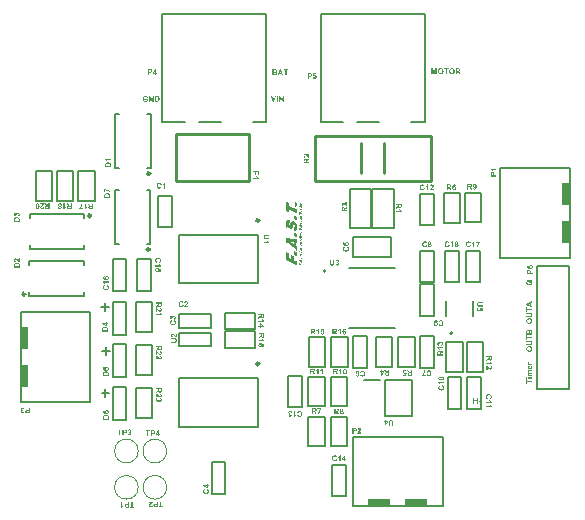
<source format=gto>
G04*
G04 #@! TF.GenerationSoftware,Altium Limited,Altium Designer,21.3.2 (30)*
G04*
G04 Layer_Color=65535*
%FSTAX25Y25*%
%MOIN*%
G70*
G04*
G04 #@! TF.SameCoordinates,9628F578-4BD6-46FA-A1BD-4C83536F310D*
G04*
G04*
G04 #@! TF.FilePolarity,Positive*
G04*
G01*
G75*
%ADD10C,0.00394*%
%ADD11C,0.00984*%
%ADD12C,0.00787*%
%ADD13C,0.01000*%
%ADD14C,0.00600*%
%ADD15C,0.00800*%
%ADD16C,0.00500*%
%ADD17R,0.02500X0.07500*%
%ADD18R,0.07500X0.02500*%
G36*
X030743Y0363147D02*
X030747D01*
Y0363106D01*
X030751D01*
Y0363026D01*
X0307551D01*
Y0362905D01*
Y0362864D01*
Y0362784D01*
X030751D01*
Y0362703D01*
X030747D01*
Y0362622D01*
X0307389D01*
Y0362582D01*
X0307268D01*
Y0362542D01*
X0307147D01*
Y0362582D01*
X0307026D01*
Y0362622D01*
X0306945D01*
Y0362663D01*
X0306905D01*
Y0362743D01*
X0306865D01*
Y0363026D01*
X0306905D01*
Y0363106D01*
X0306945D01*
Y0363147D01*
X0307026D01*
Y0363187D01*
X0307268D01*
Y0362743D01*
X0307309D01*
Y0362784D01*
X0307349D01*
Y0362824D01*
X0307389D01*
Y0362985D01*
X0307349D01*
Y0363026D01*
X0307309D01*
Y0363106D01*
X0307349D01*
Y0363147D01*
X0307389D01*
Y0363187D01*
X030743D01*
Y0363147D01*
D02*
G37*
G36*
X0306986Y0362461D02*
X0307066D01*
Y0362421D01*
X0307187D01*
Y036238D01*
X0307268D01*
Y036234D01*
X0307389D01*
Y0362299D01*
X030747D01*
Y0362259D01*
X0307551D01*
Y0362098D01*
X030751D01*
Y0362057D01*
X030743D01*
Y0362017D01*
X0307309D01*
Y0361977D01*
X0307228D01*
Y0361936D01*
X0307107D01*
Y0361896D01*
X0307026D01*
Y0361856D01*
X0306945D01*
Y0361815D01*
X0306865D01*
Y0362017D01*
X0306905D01*
Y0362057D01*
X0307026D01*
Y0362098D01*
X0307147D01*
Y0362138D01*
X0307228D01*
Y0362178D01*
X0307187D01*
Y0362219D01*
X0307107D01*
Y0362259D01*
X0306986D01*
Y0362299D01*
X0306865D01*
Y0362461D01*
Y0362501D01*
X0306986D01*
Y0362461D01*
D02*
G37*
G36*
X0307551Y0361573D02*
X0306865D01*
Y0361735D01*
X0307551D01*
Y0361573D01*
D02*
G37*
G36*
X0306824Y0361654D02*
Y0361613D01*
Y0361533D01*
X0306623D01*
Y0361735D01*
X0306824D01*
Y0361654D01*
D02*
G37*
G36*
X030751Y0361412D02*
X0307551D01*
Y036117D01*
X030751D01*
Y0361129D01*
X030747D01*
Y0361089D01*
X0307026D01*
Y0361008D01*
X0306865D01*
Y0361089D01*
X0306703D01*
Y0361291D01*
X0306865D01*
Y0361452D01*
X0307026D01*
Y0361291D01*
X0307349D01*
Y0361331D01*
Y0361371D01*
Y0361452D01*
X030751D01*
Y0361412D01*
D02*
G37*
G36*
X0305251Y0362824D02*
X0305331D01*
Y0362784D01*
X0305452D01*
Y0362743D01*
X0305533D01*
Y0362703D01*
X0305614D01*
Y0362663D01*
X0305695D01*
Y0362622D01*
X0305775D01*
Y0362582D01*
X0305816D01*
Y0362542D01*
X0305977D01*
Y0362501D01*
X0306058D01*
Y0362461D01*
X0306098D01*
Y0361977D01*
Y0361936D01*
Y036125D01*
X0306017D01*
Y0361291D01*
X0305937D01*
Y0361331D01*
X0305856D01*
Y0361371D01*
X0305775D01*
Y0361412D01*
X0305695D01*
Y0361452D01*
X0305614D01*
Y0361492D01*
X0305493D01*
Y0361533D01*
X0305452D01*
Y0361129D01*
X0305412D01*
Y0361573D01*
X0305331D01*
Y0361613D01*
X0305251D01*
Y0361654D01*
X030517D01*
Y0361694D01*
X030513D01*
Y0362864D01*
X0305251D01*
Y0362824D01*
D02*
G37*
G36*
X0307309Y0360928D02*
X0307389D01*
Y0360887D01*
X030743D01*
Y0360847D01*
X030747D01*
Y0360807D01*
X030751D01*
Y0360726D01*
X0307551D01*
Y0360484D01*
X030751D01*
Y0360403D01*
X030747D01*
Y0360322D01*
X0307389D01*
Y0360282D01*
X0307309D01*
Y0360242D01*
X0307107D01*
Y0360282D01*
X0307026D01*
Y0360322D01*
X0306945D01*
Y0360363D01*
X0306905D01*
Y0360443D01*
X0306865D01*
Y0360766D01*
X0306905D01*
Y0360847D01*
X0306945D01*
Y0360887D01*
X0306986D01*
Y0360928D01*
X0307107D01*
Y0360968D01*
X0307309D01*
Y0360928D01*
D02*
G37*
G36*
X0302668Y0361049D02*
X0302991D01*
Y0361008D01*
X0303354D01*
Y0360968D01*
X0303677D01*
Y0360928D01*
X030404D01*
Y0360887D01*
X0304363D01*
Y0360847D01*
X0304726D01*
Y0360807D01*
X0305089D01*
Y0360766D01*
X0305412D01*
Y0360726D01*
X0305775D01*
Y0360685D01*
X0306098D01*
Y0359475D01*
X0305977D01*
Y0359516D01*
X0305775D01*
Y0359556D01*
X0305695D01*
Y0359636D01*
X0305654D01*
Y0359879D01*
X0305614D01*
Y0358466D01*
X0305654D01*
Y0358426D01*
X0305695D01*
Y0358386D01*
X0305735D01*
Y0358345D01*
X0305816D01*
Y0358305D01*
X0305856D01*
Y0358265D01*
X0305937D01*
Y0358224D01*
X0305977D01*
Y0358184D01*
X0306017D01*
Y0358144D01*
X0306098D01*
Y0358103D01*
Y0358063D01*
Y0356974D01*
X0306017D01*
Y0357014D01*
X0305937D01*
Y0357054D01*
X0305896D01*
Y0357095D01*
X0305856D01*
Y0357135D01*
X0305816D01*
Y0356893D01*
X0305775D01*
Y0356489D01*
X0305695D01*
Y0357256D01*
X0305654D01*
Y0357296D01*
X0305614D01*
Y0357337D01*
X0305533D01*
Y0357377D01*
X0305493D01*
Y0357417D01*
X0305452D01*
Y0357458D01*
X0305412D01*
Y0357498D01*
X0305372D01*
Y0357538D01*
X0305291D01*
Y0357579D01*
X0305251D01*
Y0357619D01*
X030521D01*
Y035766D01*
X030517D01*
Y03577D01*
X0305089D01*
Y035774D01*
X0305049D01*
Y0357781D01*
X0305009D01*
Y0357821D01*
X0304968D01*
Y0357861D01*
X0304888D01*
Y0357902D01*
X0304847D01*
Y0357942D01*
X0304807D01*
Y0357982D01*
X0304767D01*
Y0358023D01*
X0304686D01*
Y0358063D01*
X0304646D01*
Y0358103D01*
X0304605D01*
Y0358144D01*
X0304565D01*
Y0358184D01*
X0304524D01*
Y0358224D01*
X0304444D01*
Y0358265D01*
X0304403D01*
Y0358305D01*
X0304363D01*
Y0358345D01*
X0304323D01*
Y0358386D01*
X0304242D01*
Y0358426D01*
X0304202D01*
Y0358466D01*
X0304161D01*
Y0358507D01*
X0304121D01*
Y0358547D01*
X030404D01*
Y0358587D01*
X0304D01*
Y0358628D01*
X030396D01*
Y0358668D01*
X0303919D01*
Y0358709D01*
X0303839D01*
Y0358749D01*
X0303798D01*
Y0358305D01*
X0303758D01*
Y0358184D01*
X0303718D01*
Y0359152D01*
X0303677D01*
Y0358345D01*
X0303637D01*
Y035766D01*
X0303596D01*
Y0357982D01*
X0303556D01*
Y0358951D01*
X0303516D01*
Y0359031D01*
X0303475D01*
Y0359072D01*
X0303395D01*
Y0359112D01*
X0303354D01*
Y0359152D01*
X0303314D01*
Y0359193D01*
X0303274D01*
Y0359233D01*
X0303193D01*
Y0359273D01*
X0303153D01*
Y0359314D01*
X0303112D01*
Y0359354D01*
X0303072D01*
Y0359394D01*
X0302991D01*
Y0359435D01*
X0302951D01*
Y0359475D01*
X0302911D01*
Y0359516D01*
X030287D01*
Y0359556D01*
X030279D01*
Y0359596D01*
X0302749D01*
Y0359636D01*
X0302709D01*
Y0359677D01*
X0302668D01*
Y0359717D01*
X0302588D01*
Y0359757D01*
X0302548D01*
Y0359717D01*
X0302507D01*
Y0359314D01*
X0302467D01*
Y0359072D01*
X0302426D01*
Y0361089D01*
X0302668D01*
Y0361049D01*
D02*
G37*
G36*
X0307551Y0359959D02*
X0307066D01*
Y0359919D01*
X0307026D01*
Y0359798D01*
X0307066D01*
Y0359757D01*
X0307551D01*
Y0359556D01*
X0307066D01*
Y0359516D01*
X0307026D01*
Y0359394D01*
X0307066D01*
Y0359354D01*
X0307551D01*
Y0359152D01*
X0306865D01*
Y0359354D01*
X0306905D01*
Y0359394D01*
X0306865D01*
Y0359636D01*
X0306905D01*
Y0359677D01*
X0306945D01*
Y0359717D01*
X0306905D01*
Y0359757D01*
X0306865D01*
Y036004D01*
X0306905D01*
Y036008D01*
X0306945D01*
Y0360121D01*
X0307026D01*
Y0360161D01*
X0307551D01*
Y0359959D01*
D02*
G37*
G36*
X0307268Y0359031D02*
X0307389D01*
Y0358991D01*
X030743D01*
Y0358951D01*
X030747D01*
Y035891D01*
X030751D01*
Y0358829D01*
X0307551D01*
Y0358547D01*
X030751D01*
Y0358507D01*
X030747D01*
Y0358426D01*
X030743D01*
Y0358386D01*
X0307349D01*
Y0358345D01*
X0307066D01*
Y0358386D01*
X0306986D01*
Y0358426D01*
X0306945D01*
Y0358466D01*
X0306905D01*
Y0358547D01*
X0306865D01*
Y035887D01*
X0306905D01*
Y0358951D01*
X0306945D01*
Y0358991D01*
X0307026D01*
Y0359031D01*
X0307147D01*
Y0359072D01*
X0307268D01*
Y0359031D01*
D02*
G37*
G36*
X030751Y0358224D02*
X0307551D01*
Y0358023D01*
X030751D01*
Y0357982D01*
X030747D01*
Y0357942D01*
X0307026D01*
Y0357861D01*
X0306865D01*
Y0357942D01*
X0306703D01*
Y0358103D01*
X0306865D01*
Y0358265D01*
X0307026D01*
Y0358103D01*
X0307349D01*
Y0358144D01*
X0307389D01*
Y0358184D01*
X0307349D01*
Y0358265D01*
X030751D01*
Y0358224D01*
D02*
G37*
G36*
X0307551Y0357579D02*
X030751D01*
Y0357498D01*
X0307551D01*
Y0357296D01*
X030751D01*
Y0357216D01*
X030747D01*
Y0357175D01*
X0306865D01*
Y0357337D01*
X0307309D01*
Y0357377D01*
X0307349D01*
Y0357417D01*
X0307389D01*
Y0357498D01*
X0307349D01*
Y0357538D01*
X0307309D01*
Y0357579D01*
X0306865D01*
Y035774D01*
X0307551D01*
Y0357579D01*
D02*
G37*
G36*
Y0356893D02*
X030747D01*
Y0356853D01*
X0307389D01*
Y0356812D01*
X0307349D01*
Y0356449D01*
X0307389D01*
Y0356409D01*
X030751D01*
Y0356368D01*
X0307551D01*
Y0356167D01*
X030751D01*
Y0356207D01*
X0307389D01*
Y0356247D01*
X0307309D01*
Y0356288D01*
X0307228D01*
Y0356328D01*
X0307107D01*
Y0356368D01*
X0307026D01*
Y0356409D01*
X0306945D01*
Y0356449D01*
X0306865D01*
Y0356489D01*
X0306744D01*
Y035653D01*
X0306663D01*
Y0356732D01*
X0306703D01*
Y0356772D01*
X0306824D01*
Y0356812D01*
X0306905D01*
Y0356853D01*
X0306986D01*
Y0356893D01*
X0307107D01*
Y0356933D01*
X0307187D01*
Y0356974D01*
X0307268D01*
Y0357014D01*
X0307349D01*
Y0357054D01*
X030747D01*
Y0357095D01*
X0307551D01*
Y0356893D01*
D02*
G37*
G36*
X030743Y0355723D02*
X030747D01*
Y0355682D01*
X030751D01*
Y0355602D01*
X0307551D01*
Y035536D01*
X030751D01*
Y0355279D01*
X030747D01*
Y0355239D01*
X030743D01*
Y0355198D01*
X0307389D01*
Y0355158D01*
X0307268D01*
Y0355118D01*
X0307147D01*
Y0355158D01*
X0307026D01*
Y0355198D01*
X0306945D01*
Y0355239D01*
X0306905D01*
Y0355319D01*
X0306865D01*
Y0355602D01*
X0306905D01*
Y0355682D01*
X0306945D01*
Y0355723D01*
X0307026D01*
Y0355763D01*
X0307268D01*
Y0355319D01*
X0307309D01*
Y035536D01*
X0307349D01*
Y03554D01*
X0307389D01*
Y0355561D01*
X0307349D01*
Y0355602D01*
X0307309D01*
Y0355682D01*
X0307349D01*
Y0355723D01*
X0307389D01*
Y0355763D01*
X030743D01*
Y0355723D01*
D02*
G37*
G36*
X030521Y035657D02*
X0305291D01*
Y035653D01*
X0305372D01*
Y0356489D01*
X0305452D01*
Y0356449D01*
X0305574D01*
Y0356409D01*
X0305654D01*
Y0356368D01*
X0305735D01*
Y0356328D01*
X0305816D01*
Y0356288D01*
X0305896D01*
Y0356247D01*
X0306017D01*
Y0356207D01*
X0306098D01*
Y0354996D01*
X0305977D01*
Y0355037D01*
X0305937D01*
Y035427D01*
X0305896D01*
Y035419D01*
X0305856D01*
Y0355037D01*
X0305816D01*
Y0355118D01*
X0305775D01*
Y0355037D01*
X0305735D01*
Y0354512D01*
X0305695D01*
Y0354956D01*
X0305654D01*
Y0355158D01*
X0305614D01*
Y0355198D01*
X0305533D01*
Y0355239D01*
X0305452D01*
Y0355279D01*
X0305372D01*
Y0355319D01*
X0305291D01*
Y035536D01*
X030521D01*
Y03554D01*
X030513D01*
Y035653D01*
Y035657D01*
Y035661D01*
X030521D01*
Y035657D01*
D02*
G37*
G36*
X0307066Y0354956D02*
X0307107D01*
Y0354916D01*
X0307147D01*
Y0354875D01*
X0307551D01*
Y0354674D01*
X0306865D01*
Y0354875D01*
X0306905D01*
Y0354916D01*
X0306865D01*
Y0355077D01*
X0307066D01*
Y0354956D01*
D02*
G37*
G36*
X0307551Y0354351D02*
X030751D01*
Y0354311D01*
X0307551D01*
Y0354068D01*
X030751D01*
Y0353988D01*
X030743D01*
Y0353947D01*
X0306865D01*
Y0354109D01*
X0307268D01*
Y0354149D01*
X0307349D01*
Y035419D01*
X0307389D01*
Y035427D01*
X0307349D01*
Y0354311D01*
X0307309D01*
Y0354351D01*
X0306865D01*
Y0354553D01*
X0307551D01*
Y0354351D01*
D02*
G37*
G36*
X030751Y0353786D02*
X0307551D01*
Y0353584D01*
X030751D01*
Y0353544D01*
X030747D01*
Y0353504D01*
X0307026D01*
Y0353423D01*
X0306865D01*
Y0353504D01*
X0306703D01*
Y0353665D01*
X0306865D01*
Y0353826D01*
X0307026D01*
Y0353665D01*
X0307349D01*
Y0353705D01*
X0307389D01*
Y0353746D01*
X0307349D01*
Y0353826D01*
X030751D01*
Y0353786D01*
D02*
G37*
G36*
X0307551Y035314D02*
X030751D01*
Y035306D01*
X0307551D01*
Y0352858D01*
X030751D01*
Y0352818D01*
Y0352777D01*
X030747D01*
Y0352737D01*
X0306865D01*
Y0352899D01*
X0307309D01*
Y0352939D01*
X0307349D01*
Y0352979D01*
X0307389D01*
Y035306D01*
X0307349D01*
Y03531D01*
X0307309D01*
Y035314D01*
X0306865D01*
Y0353302D01*
X0307551D01*
Y035314D01*
D02*
G37*
G36*
X0306824Y0352172D02*
X0307026D01*
Y0352576D01*
X0307187D01*
Y0352293D01*
Y0352253D01*
Y0352172D01*
X0307551D01*
Y0351971D01*
X0306663D01*
Y0352616D01*
X0306824D01*
Y0352172D01*
D02*
G37*
G36*
X0302507Y0356368D02*
X0302588D01*
Y0356328D01*
X0302668D01*
Y0355884D01*
X0302709D01*
Y0356288D01*
X030279D01*
Y0356247D01*
X030287D01*
Y0356207D01*
X0302951D01*
Y0356167D01*
X0303032D01*
Y0356126D01*
X0303112D01*
Y0356086D01*
X0303193D01*
Y0356046D01*
X0303314D01*
Y0354432D01*
X0303395D01*
Y0354391D01*
X0303475D01*
Y0354351D01*
X0303556D01*
Y0354311D01*
X0303637D01*
Y035427D01*
X0303718D01*
Y035423D01*
X0303839D01*
Y035419D01*
X0303919D01*
Y03554D01*
X0304D01*
Y035536D01*
X0304081D01*
Y0355319D01*
X0304161D01*
Y0355279D01*
X0304282D01*
Y0355239D01*
X0304363D01*
Y0355198D01*
X0304444D01*
Y0355158D01*
X0304524D01*
Y0355118D01*
X0304605D01*
Y0355077D01*
X0304686D01*
Y0355037D01*
X0304807D01*
Y0353705D01*
X0304847D01*
Y0353746D01*
X0304888D01*
Y0353705D01*
X0304968D01*
Y0353665D01*
X0305049D01*
Y0353625D01*
X030513D01*
Y0353584D01*
X030521D01*
Y0353544D01*
X0305291D01*
Y0353504D01*
X0305412D01*
Y0353463D01*
X0305493D01*
Y0353423D01*
X0305574D01*
Y0353383D01*
X0305654D01*
Y0353342D01*
X0305735D01*
Y0353302D01*
X0305816D01*
Y0353262D01*
X0305937D01*
Y0353221D01*
X0306017D01*
Y0353181D01*
X0306098D01*
Y0351971D01*
X0306017D01*
Y0352011D01*
X0305937D01*
Y0352051D01*
X0305856D01*
Y0352092D01*
X0305775D01*
Y0352132D01*
X0305654D01*
Y0352172D01*
X0305574D01*
Y0352213D01*
X0305493D01*
Y0352253D01*
X0305412D01*
Y0352011D01*
X0305372D01*
Y0351043D01*
X0305331D01*
Y03508D01*
X0305291D01*
Y0351527D01*
X0305251D01*
Y0352374D01*
X030513D01*
Y0352051D01*
X0305089D01*
Y0351325D01*
X0305049D01*
Y0351567D01*
X0305009D01*
Y0352455D01*
X0304968D01*
Y0352495D01*
X0304888D01*
Y0352535D01*
X0304807D01*
Y0352576D01*
X0304726D01*
Y0352616D01*
X0304605D01*
Y0352656D01*
X0304524D01*
Y0352697D01*
X0304444D01*
Y0352737D01*
X0304363D01*
Y0352777D01*
X0304282D01*
Y0352818D01*
X0304202D01*
Y0352858D01*
X0304081D01*
Y0352899D01*
X0304D01*
Y0352939D01*
X0303919D01*
Y0352979D01*
X0303839D01*
Y0353019D01*
X0303758D01*
Y035306D01*
X0303677D01*
Y03531D01*
X0303637D01*
Y0352697D01*
X0303596D01*
Y0352293D01*
X0303556D01*
Y0352092D01*
X0303516D01*
Y035314D01*
X0303475D01*
Y0353181D01*
X0303395D01*
Y0353221D01*
X0303314D01*
Y0353262D01*
X0303233D01*
Y0353302D01*
X0303153D01*
Y0353342D01*
X0303032D01*
Y0353383D01*
X0302951D01*
Y0353423D01*
X030287D01*
Y0353463D01*
X030279D01*
Y0353504D01*
X0302709D01*
Y0353544D01*
X0302628D01*
Y0353584D01*
X0302548D01*
Y0353625D01*
X0302426D01*
Y0356409D01*
X0302507D01*
Y0356368D01*
D02*
G37*
G36*
X0307551Y0373113D02*
X0307631D01*
Y0373072D01*
X0307672D01*
Y0372991D01*
X0307712D01*
Y0372588D01*
X0307672D01*
Y0372507D01*
X0307551D01*
Y0372548D01*
X030751D01*
Y0372628D01*
X0307551D01*
Y0372911D01*
X030751D01*
Y0372951D01*
X030743D01*
Y0372911D01*
X030747D01*
Y0372588D01*
X030743D01*
Y0372548D01*
X0307389D01*
Y0372507D01*
X0307309D01*
Y0372467D01*
X0307026D01*
Y0372507D01*
X0306945D01*
Y0372548D01*
X0306905D01*
Y0372628D01*
X0306865D01*
Y0372911D01*
X0306905D01*
Y0372951D01*
X0306865D01*
Y0373153D01*
X0307551D01*
Y0373113D01*
D02*
G37*
G36*
Y0372185D02*
X0307107D01*
Y0372144D01*
X0307066D01*
Y0372104D01*
X0307026D01*
Y0372023D01*
X0307066D01*
Y0371983D01*
X0307107D01*
Y0371942D01*
X0307551D01*
Y0371741D01*
X0306865D01*
Y0371942D01*
X0306905D01*
Y0371983D01*
X0306865D01*
Y0372265D01*
X0306905D01*
Y0372306D01*
X0306945D01*
Y0372346D01*
X0307551D01*
Y0372185D01*
D02*
G37*
G36*
X0305251Y0373113D02*
X0305331D01*
Y0373072D01*
X0305412D01*
Y0373032D01*
X0305493D01*
Y0372991D01*
X0305614D01*
Y0372951D01*
X0305695D01*
Y0372911D01*
X0305775D01*
Y037287D01*
X0305856D01*
Y037283D01*
X0305937D01*
Y037279D01*
X0306017D01*
Y0372749D01*
X0306098D01*
Y0371539D01*
X0306017D01*
Y0371579D01*
X0305937D01*
Y037162D01*
X0305856D01*
Y037166D01*
X0305775D01*
Y03717D01*
X0305654D01*
Y0371741D01*
X0305614D01*
Y037162D01*
X0305574D01*
Y0371135D01*
X0305533D01*
Y037162D01*
X0305493D01*
Y0371579D01*
Y0371418D01*
X0305452D01*
Y0371499D01*
X0305412D01*
Y0371458D01*
X0305372D01*
Y0371862D01*
X0305331D01*
Y0371902D01*
X0305251D01*
Y0371942D01*
X030517D01*
Y0373153D01*
X0305251D01*
Y0373113D01*
D02*
G37*
G36*
X0307551Y0371418D02*
X0306865D01*
Y037162D01*
X0307551D01*
Y0371418D01*
D02*
G37*
G36*
X0306824D02*
X0306623D01*
Y037162D01*
X0306824D01*
Y0371418D01*
D02*
G37*
G36*
X0307026Y0371135D02*
X0307349D01*
Y0371176D01*
X0307389D01*
Y0371216D01*
X0307349D01*
Y0371297D01*
X0307551D01*
Y0371055D01*
X030751D01*
Y0371014D01*
X030747D01*
Y0370974D01*
X0307026D01*
Y0370893D01*
X0306865D01*
Y0370974D01*
X0306703D01*
Y0371135D01*
X0306865D01*
Y0371337D01*
X0307026D01*
Y0371135D01*
D02*
G37*
G36*
X030743Y0370813D02*
X030747D01*
Y0370772D01*
X030751D01*
Y0370732D01*
X0307551D01*
Y037045D01*
X030751D01*
Y0370369D01*
X030747D01*
Y0370288D01*
X0307389D01*
Y0370329D01*
X0307349D01*
Y0370369D01*
X0307309D01*
Y0370409D01*
X0307349D01*
Y037049D01*
X0307389D01*
Y0370651D01*
X0307309D01*
Y0370571D01*
X0307268D01*
Y037045D01*
X0307228D01*
Y0370369D01*
X0307147D01*
Y0370329D01*
X0306986D01*
Y0370369D01*
X0306905D01*
Y037045D01*
X0306865D01*
Y0370732D01*
X0306905D01*
Y0370813D01*
X0307026D01*
Y0370772D01*
X0307066D01*
Y0370692D01*
X0307026D01*
Y037053D01*
X0307107D01*
Y0370651D01*
X0307147D01*
Y0370772D01*
X0307187D01*
Y0370813D01*
X0307268D01*
Y0370853D01*
X030743D01*
Y0370813D01*
D02*
G37*
G36*
X0307268Y0369804D02*
X0307309D01*
Y0369844D01*
X0307349D01*
Y0369885D01*
X0307389D01*
Y0370046D01*
X0307349D01*
Y0370087D01*
X0307309D01*
Y0370167D01*
X0307349D01*
Y0370208D01*
X030747D01*
Y0370167D01*
X030751D01*
Y0370087D01*
X0307551D01*
Y0369804D01*
X030751D01*
Y0369723D01*
X030747D01*
Y0369683D01*
X030743D01*
Y0369643D01*
X0307349D01*
Y0369602D01*
X0307066D01*
Y0369643D01*
X0306986D01*
Y0369683D01*
X0306945D01*
Y0369723D01*
X0306905D01*
Y0369764D01*
X0306865D01*
Y0370087D01*
X0306905D01*
Y0370127D01*
X0306945D01*
Y0370167D01*
X0306986D01*
Y0370208D01*
X0307066D01*
Y0370248D01*
X0307268D01*
Y0369804D01*
D02*
G37*
G36*
X0302507Y0373193D02*
X0302588D01*
Y0373153D01*
X0302668D01*
Y0373113D01*
X0302749D01*
Y0373072D01*
X030279D01*
Y0372951D01*
X030283D01*
Y0372709D01*
X030287D01*
Y0373032D01*
X0302951D01*
Y0372991D01*
X0303032D01*
Y0372951D01*
X0303112D01*
Y0372911D01*
X0303193D01*
Y037287D01*
X0303274D01*
Y037283D01*
X0303354D01*
Y037279D01*
X0303395D01*
Y0371741D01*
X0303516D01*
Y03717D01*
X0303596D01*
Y037166D01*
X0303677D01*
Y037162D01*
X0303758D01*
Y0371579D01*
X0303839D01*
Y0371539D01*
X0303919D01*
Y0371499D01*
X030404D01*
Y0371458D01*
X0304121D01*
Y0371418D01*
X0304202D01*
Y0371378D01*
X0304282D01*
Y0371337D01*
X0304363D01*
Y0371297D01*
X0304444D01*
Y0371257D01*
X0304524D01*
Y0371216D01*
X0304646D01*
Y0371176D01*
X0304726D01*
Y0371135D01*
X0304807D01*
Y0371095D01*
X0304888D01*
Y0371055D01*
X0304968D01*
Y0371014D01*
X0305049D01*
Y0370974D01*
X030517D01*
Y0370934D01*
X0305251D01*
Y0370893D01*
X0305331D01*
Y0370853D01*
X0305412D01*
Y0370813D01*
X0305493D01*
Y0370772D01*
X0305574D01*
Y0370732D01*
X0305695D01*
Y0370692D01*
X0305775D01*
Y0370651D01*
X0305856D01*
Y0370611D01*
X0305937D01*
Y0370571D01*
X0306017D01*
Y037053D01*
X0306098D01*
Y036932D01*
X0306017D01*
Y036936D01*
X0305937D01*
Y0369401D01*
X0305856D01*
Y0369441D01*
X0305775D01*
Y0369481D01*
X0305695D01*
Y0369522D01*
X0305614D01*
Y0369038D01*
X0305574D01*
Y0368553D01*
X0305533D01*
Y0369078D01*
X0305493D01*
Y0369602D01*
X0305412D01*
Y0368997D01*
X0305372D01*
Y0368836D01*
X0305331D01*
Y0369643D01*
X0305291D01*
Y0369683D01*
X0305251D01*
Y0369723D01*
X030517D01*
Y0369764D01*
X0305089D01*
Y0369804D01*
X0305009D01*
Y0369844D01*
X0304888D01*
Y0369885D01*
X0304807D01*
Y0369925D01*
X0304726D01*
Y0369966D01*
X0304646D01*
Y0370006D01*
X0304565D01*
Y0370046D01*
X0304484D01*
Y0370087D01*
X0304363D01*
Y0370127D01*
X0304323D01*
Y0369683D01*
X0304282D01*
Y036936D01*
X0304242D01*
Y0370167D01*
X0304202D01*
Y0370208D01*
X0304121D01*
Y0370248D01*
X030404D01*
Y0370288D01*
X030396D01*
Y0370329D01*
X0303879D01*
Y0370369D01*
X0303758D01*
Y0370409D01*
X0303677D01*
Y037045D01*
X0303637D01*
Y0369885D01*
X0303596D01*
Y0370208D01*
X0303556D01*
Y037049D01*
X0303516D01*
Y037053D01*
X0303435D01*
Y0370571D01*
X0303395D01*
Y0369562D01*
X0303274D01*
Y0369602D01*
X0303193D01*
Y0369643D01*
X0303112D01*
Y0369683D01*
X0303032D01*
Y0369723D01*
X0302951D01*
Y0369764D01*
X030287D01*
Y0369804D01*
X0302749D01*
Y0369844D01*
X0302668D01*
Y0369885D01*
X0302588D01*
Y0369925D01*
X0302507D01*
Y0369966D01*
X0302426D01*
Y0373234D01*
X0302507D01*
Y0373193D01*
D02*
G37*
G36*
X0306824Y036936D02*
X0307551D01*
Y0369199D01*
X0306824D01*
Y0368916D01*
X0306663D01*
Y0369078D01*
Y0369118D01*
Y0369643D01*
X0306824D01*
Y036936D01*
D02*
G37*
G36*
X0307551Y0368271D02*
X0307066D01*
Y0368231D01*
X0307026D01*
Y0368109D01*
X0307066D01*
Y0368069D01*
X0307551D01*
Y0367867D01*
X0306865D01*
Y0368069D01*
X0306905D01*
Y0368109D01*
X0306865D01*
Y0368352D01*
X0306905D01*
Y0368432D01*
X0306986D01*
Y0368473D01*
X0307551D01*
Y0368271D01*
D02*
G37*
G36*
X0307268Y0367746D02*
X0307389D01*
Y0367706D01*
X030743D01*
Y0367666D01*
X030747D01*
Y0367625D01*
X030751D01*
Y0367545D01*
X0307551D01*
Y0367262D01*
X030751D01*
Y0367181D01*
X030747D01*
Y0367141D01*
X030743D01*
Y0367101D01*
X0307349D01*
Y036706D01*
X0307066D01*
Y0367101D01*
X0306986D01*
Y0367141D01*
X0306945D01*
Y0367181D01*
X0306905D01*
Y0367262D01*
X0306865D01*
Y0367585D01*
X0306905D01*
Y0367625D01*
X0306945D01*
Y0367706D01*
X0307026D01*
Y0367746D01*
X0307147D01*
Y0367787D01*
X0307268D01*
Y0367746D01*
D02*
G37*
G36*
X030521Y0368513D02*
X0305291D01*
Y0368473D01*
X0305372D01*
Y0368432D01*
X0305493D01*
Y0368392D01*
X0305574D01*
Y0368352D01*
X0305654D01*
Y0368311D01*
X0305735D01*
Y0368271D01*
X0305816D01*
Y0368231D01*
X0305896D01*
Y036819D01*
X0306017D01*
Y036815D01*
X0306098D01*
Y0366939D01*
X0305977D01*
Y036698D01*
X0305896D01*
Y036702D01*
X0305816D01*
Y036706D01*
X0305735D01*
Y0367101D01*
X0305654D01*
Y0367141D01*
X0305574D01*
Y0366697D01*
X0305533D01*
Y0366536D01*
X0305493D01*
Y0367181D01*
X0305452D01*
Y0367222D01*
X0305412D01*
Y0366859D01*
X0305372D01*
Y0367101D01*
X0305331D01*
Y0367262D01*
X0305291D01*
Y0367302D01*
X030521D01*
Y0367343D01*
X030513D01*
Y0368553D01*
X030521D01*
Y0368513D01*
D02*
G37*
G36*
X0307551Y0366778D02*
X0306865D01*
Y0366939D01*
X0307551D01*
Y0366778D01*
D02*
G37*
G36*
X0306824Y0366818D02*
Y0366778D01*
X0306623D01*
Y0366939D01*
X0306824D01*
Y0366818D01*
D02*
G37*
G36*
X030751Y0366617D02*
X0307551D01*
Y0366374D01*
X030751D01*
Y0366334D01*
X030743D01*
Y0366294D01*
X0307026D01*
Y0366213D01*
X0306865D01*
Y0366294D01*
X0306703D01*
Y0366455D01*
Y0366496D01*
X0306865D01*
Y0366657D01*
X0307026D01*
Y0366496D01*
X0307349D01*
Y0366657D01*
X030751D01*
Y0366617D01*
D02*
G37*
G36*
X0307551Y0365931D02*
X030751D01*
Y036589D01*
X0307551D01*
Y0365648D01*
X030751D01*
Y0365608D01*
X030747D01*
Y0365568D01*
X030743D01*
Y0365527D01*
X0306865D01*
Y0365729D01*
X0307349D01*
Y036581D01*
X0307389D01*
Y036585D01*
X0307349D01*
Y0365931D01*
X0306865D01*
Y0366132D01*
X0307551D01*
Y0365931D01*
D02*
G37*
G36*
Y0365325D02*
Y0365285D01*
Y0365204D01*
X0306623D01*
Y0365406D01*
X0307551D01*
Y0365325D01*
D02*
G37*
G36*
X0307349Y0365043D02*
X030743D01*
Y0365003D01*
X030747D01*
Y0364962D01*
X030751D01*
Y0364882D01*
X0307551D01*
Y0364599D01*
X030751D01*
Y0364518D01*
X030747D01*
Y0364478D01*
X030743D01*
Y0364438D01*
X0307349D01*
Y0364398D01*
X0307026D01*
Y0364438D01*
X0306986D01*
Y0364478D01*
X0306945D01*
Y0364518D01*
X0306905D01*
Y0364599D01*
X0306865D01*
Y0364841D01*
Y0364882D01*
X0306905D01*
Y0364962D01*
X0306945D01*
Y0365003D01*
X0306986D01*
Y0365043D01*
X0307026D01*
Y0365083D01*
X0307349D01*
Y0365043D01*
D02*
G37*
G36*
Y0364277D02*
X030743D01*
Y0364236D01*
X030747D01*
Y0364196D01*
X030751D01*
Y0364115D01*
X0307551D01*
Y0363833D01*
X030751D01*
Y0363752D01*
X030747D01*
Y0363671D01*
X030743D01*
Y0363631D01*
X0307349D01*
Y0363671D01*
X0307309D01*
Y0363712D01*
X0307268D01*
Y0363792D01*
X0307309D01*
Y0363833D01*
X0307349D01*
Y0363954D01*
X0307389D01*
Y0364034D01*
X0307349D01*
Y0364115D01*
X0307228D01*
Y0364034D01*
X0307187D01*
Y0363873D01*
X0307147D01*
Y0363752D01*
X0307107D01*
Y0363712D01*
X0307066D01*
Y0363671D01*
X0306784D01*
Y0363712D01*
X0306744D01*
Y0363752D01*
X0306703D01*
Y0363792D01*
X0306663D01*
Y0363873D01*
Y0363913D01*
Y0364155D01*
X0306703D01*
Y0364236D01*
X0306744D01*
Y0364277D01*
X0306824D01*
Y0364236D01*
X0306905D01*
Y0364115D01*
X0306865D01*
Y0364034D01*
X0306824D01*
Y0363873D01*
X0306865D01*
Y0363833D01*
X0306945D01*
Y0363873D01*
X0306986D01*
Y0363994D01*
X0307026D01*
Y0364155D01*
X0307066D01*
Y0364236D01*
X0307107D01*
Y0364277D01*
X0307187D01*
Y0364317D01*
X0307349D01*
Y0364277D01*
D02*
G37*
G36*
X0303274Y0367181D02*
X0303475D01*
Y0367141D01*
X0303556D01*
Y0366052D01*
X0303475D01*
Y0366092D01*
X0303395D01*
Y0366052D01*
X0303314D01*
Y0365971D01*
X0303274D01*
Y0365568D01*
X0303314D01*
Y0365487D01*
X0303354D01*
Y0365406D01*
X0303435D01*
Y0365366D01*
X0303596D01*
Y0365446D01*
X0303637D01*
Y0365487D01*
X0303677D01*
Y0365608D01*
X0303718D01*
Y0365729D01*
X0303758D01*
Y036585D01*
X0303798D01*
Y0365971D01*
X0303839D01*
Y0366132D01*
X0303879D01*
Y0366213D01*
X0303919D01*
Y0366334D01*
X030396D01*
Y0366415D01*
X0304D01*
Y0366455D01*
X030404D01*
Y0366496D01*
X0304081D01*
Y0366576D01*
X0304161D01*
Y0366173D01*
X0304202D01*
Y0366657D01*
X0304282D01*
Y0366697D01*
X0304726D01*
Y0366657D01*
X0304807D01*
Y0366617D01*
X0304928D01*
Y0366576D01*
X0305009D01*
Y0366536D01*
X0305049D01*
Y0366496D01*
X030513D01*
Y0366455D01*
X030521D01*
Y0366415D01*
X0305251D01*
Y0366374D01*
X0305291D01*
Y0366334D01*
X0305331D01*
Y0366294D01*
X0305412D01*
Y0366253D01*
X0305452D01*
Y0366213D01*
X0305493D01*
Y0366173D01*
X0305533D01*
Y0366092D01*
X0305574D01*
Y0366052D01*
X0305614D01*
Y0366011D01*
X0305654D01*
Y0365931D01*
X0305695D01*
Y036589D01*
X0305735D01*
Y036581D01*
X0305775D01*
Y0365769D01*
X0305816D01*
Y0365689D01*
X0305856D01*
Y0365568D01*
X0305896D01*
Y0365487D01*
X0305937D01*
Y0365366D01*
X0305977D01*
Y0365204D01*
X0306017D01*
Y0365043D01*
X0306058D01*
Y036468D01*
X0306098D01*
Y0364317D01*
X0306058D01*
Y0364075D01*
X0306017D01*
Y0363913D01*
X0305977D01*
Y0363792D01*
X0305937D01*
Y0363389D01*
X0305896D01*
Y0363268D01*
X0305856D01*
Y0363671D01*
X0305816D01*
Y0363631D01*
X0305775D01*
Y0363591D01*
X0305735D01*
Y036355D01*
X0305695D01*
Y036351D01*
X0305614D01*
Y036347D01*
X0305452D01*
Y0363429D01*
X030517D01*
Y036347D01*
X0305009D01*
Y036351D01*
X0304888D01*
Y0364559D01*
Y0364599D01*
X0305089D01*
Y036464D01*
X030517D01*
Y036468D01*
X030521D01*
Y0364801D01*
X0305251D01*
Y0365083D01*
X030521D01*
Y0365245D01*
X030517D01*
Y0365325D01*
X030513D01*
Y0365366D01*
X0305089D01*
Y0365406D01*
X0305049D01*
Y0365446D01*
X0304968D01*
Y0365487D01*
X0304888D01*
Y0365446D01*
X0304847D01*
Y0365406D01*
X0304807D01*
Y0365325D01*
X0304767D01*
Y0365204D01*
X0304726D01*
Y0365083D01*
X0304686D01*
Y0364922D01*
X0304646D01*
Y0364761D01*
X0304605D01*
Y0363994D01*
X0304565D01*
Y0364155D01*
X0304524D01*
Y0364478D01*
X0304484D01*
Y0364398D01*
X0304444D01*
Y0364357D01*
X0304403D01*
Y0364317D01*
X0304363D01*
Y0364277D01*
X0304323D01*
Y0364236D01*
X0304282D01*
Y0364196D01*
X0304202D01*
Y0364155D01*
X0304081D01*
Y0364115D01*
X0303839D01*
Y0364155D01*
X0303677D01*
Y0364196D01*
X0303556D01*
Y0364236D01*
X0303475D01*
Y0364277D01*
X0303395D01*
Y0364317D01*
X0303354D01*
Y0364357D01*
X0303274D01*
Y0364398D01*
X0303233D01*
Y0364438D01*
X0303153D01*
Y0364478D01*
X0303112D01*
Y0364196D01*
X0303072D01*
Y036355D01*
X0303032D01*
Y0363873D01*
X0302991D01*
Y036464D01*
X0302951D01*
Y036468D01*
X0302911D01*
Y036472D01*
X030287D01*
Y0364801D01*
X030283D01*
Y0364841D01*
X030279D01*
Y0364922D01*
X0302749D01*
Y0364962D01*
X0302709D01*
Y0365043D01*
X0302668D01*
Y0365124D01*
X0302628D01*
Y0365446D01*
X0302588D01*
Y0365325D01*
X0302548D01*
Y0364478D01*
X0302507D01*
Y0364559D01*
X0302467D01*
Y0365568D01*
X0302426D01*
Y0366536D01*
X0302467D01*
Y0366738D01*
X0302507D01*
Y0366818D01*
X0302548D01*
Y0366899D01*
X0302588D01*
Y036698D01*
X0302628D01*
Y036702D01*
X0302668D01*
Y036706D01*
X0302709D01*
Y0367101D01*
X030279D01*
Y0367141D01*
X030287D01*
Y0367181D01*
X0303032D01*
Y0367222D01*
X0303274D01*
Y0367181D01*
D02*
G37*
G36*
X0383339Y0319652D02*
X0383336Y0319649D01*
X0383331Y0319636D01*
X038332Y0319619D01*
X0383309Y0319597D01*
X0383297Y0319569D01*
X0383286Y0319541D01*
X0383281Y0319511D01*
X0383278Y031948D01*
Y0319469D01*
X0383281Y0319453D01*
X0383284Y0319436D01*
X0383289Y0319417D01*
X0383297Y0319394D01*
X0383309Y0319372D01*
X0383323Y031935D01*
X0383325Y0319347D01*
X0383331Y0319342D01*
X0383342Y0319331D01*
X0383359Y031932D01*
X0383378Y0319306D01*
X0383406Y0319292D01*
X0383439Y0319278D01*
X0383478Y0319267D01*
X0383483D01*
X0383491Y0319264D01*
X03835Y0319262D01*
X0383514D01*
X038353Y0319259D01*
X0383552Y0319256D01*
X0383577Y0319253D01*
X0383605Y031925D01*
X0383641Y0319248D01*
X0383677Y0319245D01*
X0383721D01*
X0383768Y0319242D01*
X0383821Y0319239D01*
X0383879D01*
X0383943D01*
X0384369D01*
Y0318871D01*
X0382979D01*
Y0319212D01*
X0383176D01*
X0383173Y0319215D01*
X0383156Y0319226D01*
X0383131Y0319242D01*
X0383101Y0319264D01*
X038307Y0319286D01*
X038304Y0319314D01*
X0383012Y0319339D01*
X0382993Y0319367D01*
X038299Y031937D01*
X0382984Y0319378D01*
X0382979Y0319394D01*
X0382971Y0319414D01*
X0382962Y0319436D01*
X0382954Y0319464D01*
X0382951Y0319492D01*
X0382948Y0319525D01*
Y0319547D01*
X0382951Y0319572D01*
X0382957Y0319602D01*
X0382965Y0319641D01*
X0382979Y0319683D01*
X0382996Y0319724D01*
X038302Y0319769D01*
X0383339Y0319652D01*
D02*
G37*
G36*
X0383782Y0317666D02*
X0383785D01*
X0383791D01*
X0383799D01*
X038381Y0317669D01*
X0383838Y0317672D01*
X0383876Y0317677D01*
X0383915Y0317688D01*
X038396Y0317705D01*
X0384001Y0317724D01*
X0384037Y0317752D01*
X038404Y0317755D01*
X0384051Y0317769D01*
X0384065Y0317785D01*
X0384081Y031781D01*
X0384098Y0317841D01*
X0384112Y0317879D01*
X0384123Y0317921D01*
X0384126Y0317965D01*
Y0317979D01*
X0384123Y0317996D01*
X038412Y0318015D01*
X0384115Y0318037D01*
X0384106Y0318062D01*
X0384095Y0318087D01*
X0384079Y0318109D01*
X0384076Y0318112D01*
X038407Y031812D01*
X0384059Y0318131D01*
X0384043Y0318143D01*
X038402Y0318159D01*
X0383996Y0318173D01*
X0383962Y0318187D01*
X0383926Y0318201D01*
X0383987Y0318566D01*
X038399D01*
X0383996Y0318564D01*
X0384007Y0318558D01*
X038402Y0318552D01*
X0384037Y0318544D01*
X0384056Y0318536D01*
X0384101Y0318511D01*
X0384151Y031848D01*
X0384203Y0318442D01*
X038425Y0318395D01*
X0384295Y0318342D01*
Y0318339D01*
X03843Y0318336D01*
X0384303Y0318325D01*
X0384311Y0318314D01*
X038432Y03183D01*
X0384328Y0318281D01*
X0384336Y0318262D01*
X0384347Y0318237D01*
X0384367Y0318181D01*
X0384383Y0318118D01*
X0384395Y0318043D01*
X03844Y0317962D01*
Y0317946D01*
X0384397Y0317929D01*
Y0317904D01*
X0384392Y0317874D01*
X0384386Y0317838D01*
X0384381Y0317799D01*
X0384369Y031776D01*
X0384358Y0317716D01*
X0384342Y0317672D01*
X0384322Y0317627D01*
X03843Y0317583D01*
X0384273Y0317539D01*
X0384242Y0317497D01*
X0384206Y0317461D01*
X0384165Y0317425D01*
X0384162Y0317422D01*
X0384156Y031742D01*
X0384145Y0317414D01*
X0384131Y0317403D01*
X0384112Y0317395D01*
X038409Y0317384D01*
X0384065Y031737D01*
X0384034Y0317359D01*
X0384001Y0317345D01*
X0383965Y0317334D01*
X0383926Y031732D01*
X0383882Y0317312D01*
X0383838Y0317303D01*
X0383791Y0317295D01*
X0383738Y0317292D01*
X0383685Y0317289D01*
X0383683D01*
X0383671D01*
X0383652D01*
X0383627Y0317292D01*
X0383599Y0317295D01*
X0383566Y0317298D01*
X038353Y0317303D01*
X0383489Y0317312D01*
X0383403Y0317334D01*
X0383359Y0317348D01*
X0383311Y0317364D01*
X0383267Y0317386D01*
X0383225Y0317411D01*
X0383184Y0317439D01*
X0383145Y0317469D01*
X0383142Y0317472D01*
X0383137Y0317478D01*
X0383126Y0317489D01*
X0383115Y0317503D01*
X0383101Y0317519D01*
X0383084Y0317541D01*
X0383065Y0317566D01*
X0383046Y0317594D01*
X0383029Y0317624D01*
X038301Y031766D01*
X0382993Y0317696D01*
X0382979Y0317738D01*
X0382968Y031778D01*
X0382957Y0317827D01*
X0382951Y0317874D01*
X0382948Y0317924D01*
Y0317954D01*
X0382951Y0317976D01*
X0382954Y0318001D01*
X038296Y0318032D01*
X0382965Y0318065D01*
X0382974Y0318101D01*
X0382984Y031814D01*
X0382998Y0318179D01*
X0383015Y031822D01*
X0383037Y0318262D01*
X0383059Y03183D01*
X0383087Y0318339D01*
X038312Y0318378D01*
X0383156Y0318411D01*
X0383159Y0318414D01*
X0383165Y031842D01*
X0383178Y0318428D01*
X0383195Y0318439D01*
X0383217Y0318453D01*
X0383242Y0318467D01*
X0383275Y0318483D01*
X0383311Y03185D01*
X0383353Y0318516D01*
X03834Y0318533D01*
X038345Y0318547D01*
X0383508Y0318561D01*
X0383569Y0318572D01*
X0383635Y031858D01*
X0383705Y0318586D01*
X0383782D01*
Y0317666D01*
D02*
G37*
G36*
X0384369Y0316663D02*
X0383577D01*
X0383575D01*
X0383569D01*
X0383558D01*
X0383544D01*
X0383508Y031666D01*
X0383467Y0316658D01*
X0383422Y0316655D01*
X0383378Y0316647D01*
X0383339Y0316638D01*
X0383325Y031663D01*
X0383311Y0316624D01*
X0383309Y0316622D01*
X0383297Y0316614D01*
X0383286Y0316602D01*
X038327Y0316586D01*
X0383256Y0316564D01*
X0383242Y0316536D01*
X0383234Y0316503D01*
X0383231Y0316467D01*
Y0316453D01*
X0383234Y0316439D01*
X0383237Y031642D01*
X0383242Y0316397D01*
X038325Y0316372D01*
X0383261Y0316345D01*
X0383278Y031632D01*
X0383281Y0316317D01*
X0383286Y0316309D01*
X0383297Y0316298D01*
X0383314Y0316284D01*
X0383334Y0316267D01*
X0383356Y0316251D01*
X0383383Y0316237D01*
X0383417Y0316223D01*
X0383422D01*
X0383433Y0316217D01*
X0383455Y0316215D01*
X0383486Y0316209D01*
X0383527Y0316203D01*
X0383577Y0316201D01*
X0383635Y0316195D01*
X0383705D01*
X0384369D01*
Y0315827D01*
X0383611D01*
X0383608D01*
X0383602D01*
X0383591D01*
X0383577D01*
X0383544D01*
X0383503Y0315824D01*
X0383458Y0315821D01*
X0383417Y0315819D01*
X0383378Y0315813D01*
X0383361Y0315807D01*
X038335Y0315805D01*
X0383347D01*
X0383339Y0315802D01*
X0383328Y0315796D01*
X0383317Y0315791D01*
X0383286Y0315771D01*
X0383273Y0315757D01*
X0383261Y0315744D01*
X0383259Y0315741D01*
X0383256Y0315735D01*
X038325Y0315727D01*
X0383245Y0315716D01*
X0383239Y0315699D01*
X0383237Y031568D01*
X0383231Y0315658D01*
Y0315619D01*
X0383234Y0315602D01*
X0383237Y0315583D01*
X0383242Y0315558D01*
X038325Y0315533D01*
X0383261Y0315508D01*
X0383278Y031548D01*
X0383281Y0315478D01*
X0383286Y0315469D01*
X0383297Y0315458D01*
X0383311Y0315444D01*
X0383331Y0315428D01*
X0383353Y0315411D01*
X0383381Y0315397D01*
X0383411Y0315384D01*
X0383414D01*
X0383428Y0315378D01*
X038345Y0315375D01*
X0383478Y031537D01*
X0383519Y0315364D01*
X0383566Y0315361D01*
X0383627Y0315356D01*
X0383696D01*
X0384369D01*
Y0314987D01*
X0382979D01*
Y0315325D01*
X038317D01*
X0383167Y0315328D01*
X0383162Y0315334D01*
X0383151Y0315345D01*
X0383134Y0315359D01*
X0383118Y0315375D01*
X0383101Y0315395D01*
X0383079Y031542D01*
X0383059Y0315447D01*
X038304Y0315478D01*
X0383018Y0315511D01*
X0382982Y0315583D01*
X0382968Y0315625D01*
X0382957Y0315666D01*
X0382951Y031571D01*
X0382948Y0315757D01*
Y031578D01*
X0382951Y0315805D01*
X0382954Y0315835D01*
X0382962Y0315871D01*
X0382971Y031591D01*
X0382984Y0315949D01*
X0383004Y0315987D01*
X0383007Y0315993D01*
X0383015Y0316004D01*
X0383026Y0316023D01*
X0383046Y0316046D01*
X038307Y0316071D01*
X0383098Y0316098D01*
X0383134Y0316126D01*
X0383173Y0316151D01*
X0383167Y0316156D01*
X0383154Y0316167D01*
X0383134Y0316184D01*
X0383109Y0316209D01*
X0383082Y031624D01*
X0383054Y0316273D01*
X0383026Y0316309D01*
X0383004Y0316348D01*
X0383001Y0316353D01*
X0382996Y0316367D01*
X0382987Y0316389D01*
X0382976Y0316417D01*
X0382965Y031645D01*
X0382957Y0316489D01*
X0382951Y031653D01*
X0382948Y0316575D01*
Y03166D01*
X0382951Y0316627D01*
X0382957Y0316663D01*
X0382965Y0316705D01*
X0382976Y0316746D01*
X038299Y0316791D01*
X0383012Y0316832D01*
X0383015Y0316838D01*
X0383023Y0316849D01*
X0383037Y0316868D01*
X0383057Y0316893D01*
X0383084Y0316918D01*
X0383115Y0316946D01*
X0383151Y0316971D01*
X0383195Y0316993D01*
X0383198Y0316996D01*
X0383212Y0316999D01*
X0383234Y0317004D01*
X0383264Y0317012D01*
X0383303Y0317021D01*
X0383353Y0317026D01*
X0383414Y0317029D01*
X0383483Y0317032D01*
X0384369D01*
Y0316663D01*
D02*
G37*
G36*
Y0314267D02*
X0382979D01*
Y0314636D01*
X0384369D01*
Y0314267D01*
D02*
G37*
G36*
X0382793D02*
X0382453D01*
Y0314636D01*
X0382793D01*
Y0314267D01*
D02*
G37*
G36*
X0382777Y0313456D02*
X0384369D01*
Y0313068D01*
X0382777D01*
Y03125D01*
X0382453D01*
Y0314021D01*
X0382777D01*
Y0313456D01*
D02*
G37*
G36*
X0383857Y0330535D02*
X038389Y0330529D01*
X0383929Y0330524D01*
X0383973Y0330513D01*
X0384018Y0330496D01*
X0384065Y0330477D01*
X038407Y0330474D01*
X0384084Y0330466D01*
X0384106Y0330452D01*
X0384134Y0330433D01*
X0384167Y033041D01*
X0384198Y033038D01*
X0384231Y0330349D01*
X0384261Y0330311D01*
X0384264Y0330305D01*
X0384273Y0330291D01*
X0384286Y0330269D01*
X03843Y0330239D01*
X0384317Y03302D01*
X0384331Y0330155D01*
X0384345Y0330106D01*
X0384353Y033005D01*
Y0330039D01*
X0384356Y0330028D01*
Y033D01*
X0384358Y0329981D01*
Y0329928D01*
X0384361Y0329895D01*
Y0329812D01*
X0384364Y0329765D01*
Y0328934D01*
X0382447D01*
Y0329776D01*
X038245Y0329826D01*
X0382453Y0329881D01*
X0382455Y0329937D01*
X0382461Y0329989D01*
X0382467Y0330036D01*
Y0330042D01*
X0382469Y0330056D01*
X0382475Y0330075D01*
X0382483Y0330103D01*
X0382494Y0330133D01*
X0382508Y0330167D01*
X0382525Y0330203D01*
X0382547Y0330236D01*
X038255Y0330239D01*
X0382558Y033025D01*
X0382572Y0330266D01*
X0382588Y0330288D01*
X0382613Y0330311D01*
X0382641Y0330335D01*
X0382671Y033036D01*
X0382708Y0330383D01*
X0382713Y0330385D01*
X0382724Y0330391D01*
X0382746Y0330402D01*
X0382774Y0330413D01*
X0382807Y0330424D01*
X0382843Y0330435D01*
X0382888Y0330441D01*
X0382932Y0330444D01*
X0382935D01*
X0382937D01*
X0382954D01*
X0382979Y0330441D01*
X0383012Y0330435D01*
X0383051Y0330424D01*
X0383093Y0330413D01*
X0383134Y0330394D01*
X0383178Y0330369D01*
X0383184Y0330366D01*
X0383198Y0330355D01*
X0383217Y0330338D01*
X0383242Y0330319D01*
X0383267Y0330291D01*
X0383297Y0330258D01*
X0383323Y0330219D01*
X0383347Y0330175D01*
Y0330178D01*
X038335Y0330183D01*
X0383353Y0330191D01*
X0383356Y0330203D01*
X038337Y0330236D01*
X0383389Y0330275D01*
X0383411Y0330316D01*
X0383442Y0330363D01*
X0383478Y0330405D01*
X0383522Y0330444D01*
X0383527Y0330446D01*
X0383544Y0330457D01*
X0383569Y0330474D01*
X0383602Y0330491D01*
X0383647Y0330507D01*
X0383694Y0330524D01*
X0383749Y0330535D01*
X038381Y0330538D01*
X0383813D01*
X0383816D01*
X0383832D01*
X0383857Y0330535D01*
D02*
G37*
G36*
X0382771Y0328117D02*
X0384364D01*
Y0327729D01*
X0382771D01*
Y0327161D01*
X0382447D01*
Y0328682D01*
X0382771D01*
Y0328117D01*
D02*
G37*
G36*
X0383575Y0326884D02*
X0383611D01*
X0383647D01*
X0383727Y0326879D01*
X038381Y0326873D01*
X0383846Y032687D01*
X0383882Y0326865D01*
X0383915Y0326859D01*
X0383946Y0326854D01*
X0383948D01*
X0383951Y0326851D01*
X038396D01*
X0383968Y0326848D01*
X0383996Y032684D01*
X0384029Y0326829D01*
X0384068Y0326812D01*
X0384106Y0326793D01*
X0384148Y0326768D01*
X0384187Y0326737D01*
X0384192Y0326734D01*
X0384203Y0326723D01*
X038422Y0326704D01*
X0384242Y0326679D01*
X0384267Y0326646D01*
X0384292Y0326607D01*
X038432Y0326563D01*
X0384342Y0326513D01*
Y032651D01*
X0384345Y0326507D01*
X0384347Y0326499D01*
X038435Y0326488D01*
X0384356Y0326474D01*
X0384361Y0326458D01*
X0384367Y0326435D01*
X0384369Y0326413D01*
X0384381Y0326361D01*
X0384392Y0326297D01*
X0384397Y0326225D01*
X03844Y0326145D01*
Y03261D01*
X0384397Y0326075D01*
Y032605D01*
X0384395Y032602D01*
X0384392Y0325989D01*
X0384386Y0325923D01*
X0384375Y0325854D01*
X0384358Y0325784D01*
X038435Y0325754D01*
X0384339Y0325726D01*
Y0325724D01*
X0384336Y0325721D01*
X0384328Y0325704D01*
X0384314Y0325676D01*
X0384295Y0325646D01*
X038427Y032561D01*
X0384242Y0325571D01*
X0384209Y0325535D01*
X0384173Y0325502D01*
X0384167Y0325499D01*
X0384156Y0325488D01*
X0384134Y0325474D01*
X0384106Y0325458D01*
X0384076Y0325441D01*
X038404Y0325422D01*
X0384001Y0325408D01*
X038396Y0325394D01*
X0383957D01*
X0383951Y0325391D01*
X0383943D01*
X0383929Y0325388D01*
X0383912Y0325385D01*
X038389Y0325383D01*
X0383865Y032538D01*
X0383838Y0325377D01*
X0383804Y0325372D01*
X0383768Y0325369D01*
X038373Y0325366D01*
X0383685Y0325363D01*
X0383638Y0325361D01*
X0383586D01*
X038353Y0325358D01*
X0383472D01*
X0382447D01*
Y0325746D01*
X0383489D01*
X0383491D01*
X03835D01*
X0383511D01*
X0383527D01*
X038355D01*
X0383572D01*
X0383622Y0325748D01*
X0383677D01*
X038373Y0325751D01*
X0383755Y0325754D01*
X0383777D01*
X0383793Y0325757D01*
X038381Y032576D01*
X0383816D01*
X0383829Y0325765D01*
X0383852Y0325773D01*
X0383879Y0325784D01*
X038391Y0325798D01*
X038394Y032582D01*
X0383973Y0325845D01*
X0384001Y0325876D01*
X0384004Y0325881D01*
X0384012Y0325892D01*
X0384023Y0325915D01*
X0384034Y0325942D01*
X0384048Y0325981D01*
X0384059Y0326025D01*
X0384068Y0326075D01*
X038407Y0326133D01*
Y0326161D01*
X0384068Y0326189D01*
X0384062Y0326225D01*
X0384054Y0326266D01*
X0384043Y0326305D01*
X0384026Y0326347D01*
X0384004Y032638D01*
X0384001Y0326383D01*
X0383993Y0326394D01*
X0383979Y0326408D01*
X038396Y0326424D01*
X0383935Y0326441D01*
X0383907Y0326458D01*
X0383876Y0326471D01*
X038384Y032648D01*
X0383835D01*
X0383821Y0326483D01*
X0383796Y0326485D01*
X0383763Y0326491D01*
X0383741D01*
X0383716Y0326494D01*
X0383688D01*
X038366Y0326496D01*
X0383627D01*
X0383591Y0326499D01*
X0383552D01*
X0383511D01*
X0382447D01*
Y0326887D01*
X0383458D01*
X0383461D01*
X0383472D01*
X0383491D01*
X0383514D01*
X0383541D01*
X0383575Y0326884D01*
D02*
G37*
G36*
X0383453Y0325056D02*
X0383486D01*
X0383525Y032505D01*
X0383569Y0325045D01*
X0383622Y0325037D01*
X0383674Y0325028D01*
X0383732Y0325014D01*
X0383793Y0324998D01*
X0383854Y0324976D01*
X0383915Y0324951D01*
X0383973Y0324923D01*
X0384032Y0324887D01*
X0384087Y0324848D01*
X038414Y0324804D01*
X0384142Y0324801D01*
X0384151Y0324793D01*
X0384165Y0324779D01*
X0384181Y0324757D01*
X0384201Y0324732D01*
X0384223Y0324701D01*
X0384245Y0324665D01*
X038427Y0324626D01*
X0384295Y032458D01*
X0384317Y032453D01*
X0384339Y0324474D01*
X0384358Y0324413D01*
X0384375Y0324349D01*
X0384389Y032428D01*
X0384397Y0324208D01*
X03844Y0324131D01*
Y0324111D01*
X0384397Y0324089D01*
X0384395Y0324061D01*
X0384392Y0324026D01*
X0384386Y0323984D01*
X0384378Y0323937D01*
X0384367Y0323887D01*
X0384353Y0323832D01*
X0384336Y0323779D01*
X0384314Y0323721D01*
X0384289Y0323665D01*
X0384261Y0323607D01*
X0384226Y0323555D01*
X0384187Y0323502D01*
X038414Y0323452D01*
X0384137Y0323449D01*
X0384128Y0323441D01*
X0384112Y032343D01*
X0384092Y0323413D01*
X0384065Y0323394D01*
X0384032Y0323372D01*
X0383996Y032335D01*
X0383951Y0323327D01*
X0383904Y0323303D01*
X0383849Y032328D01*
X0383791Y0323258D01*
X0383727Y0323239D01*
X0383658Y0323222D01*
X0383583Y0323211D01*
X0383503Y0323203D01*
X0383419Y03232D01*
X0383417D01*
X0383406D01*
X0383392D01*
X038337Y0323203D01*
X0383345D01*
X0383317Y0323205D01*
X0383284Y0323208D01*
X0383248Y0323211D01*
X038317Y0323222D01*
X0383087Y0323236D01*
X0383004Y0323258D01*
X0382926Y0323286D01*
X0382924D01*
X0382921Y0323289D01*
X0382912Y0323294D01*
X0382901Y0323297D01*
X0382874Y0323314D01*
X0382838Y0323333D01*
X0382796Y0323358D01*
X0382755Y0323388D01*
X0382708Y0323424D01*
X0382663Y0323463D01*
X038266Y0323466D01*
X0382658Y0323469D01*
X0382644Y0323482D01*
X0382622Y0323507D01*
X0382597Y0323538D01*
X0382569Y0323574D01*
X0382539Y0323616D01*
X0382511Y0323663D01*
X0382489Y0323712D01*
Y0323715D01*
X0382486Y0323721D01*
X038248Y0323732D01*
X0382478Y0323746D01*
X0382469Y0323762D01*
X0382464Y0323782D01*
X0382458Y0323807D01*
X038245Y0323832D01*
X0382436Y0323892D01*
X0382422Y0323962D01*
X0382414Y0324042D01*
X0382411Y0324125D01*
Y0324145D01*
X0382414Y0324167D01*
Y0324194D01*
X0382419Y032423D01*
X0382425Y0324272D01*
X0382433Y0324319D01*
X0382444Y0324369D01*
X0382458Y0324422D01*
X0382475Y0324477D01*
X0382497Y0324532D01*
X0382522Y032459D01*
X0382552Y0324646D01*
X0382588Y0324701D01*
X038263Y0324754D01*
X0382677Y0324804D01*
X038268Y0324807D01*
X0382688Y0324815D01*
X0382705Y0324829D01*
X0382724Y0324843D01*
X0382752Y0324862D01*
X0382785Y0324884D01*
X0382824Y0324906D01*
X0382868Y0324931D01*
X0382915Y0324956D01*
X0382971Y0324978D01*
X0383032Y0325001D01*
X0383095Y032502D01*
X0383167Y0325037D01*
X0383242Y0325048D01*
X0383323Y0325056D01*
X0383408Y0325059D01*
X0383414D01*
X0383428D01*
X0383453Y0325056D01*
D02*
G37*
G36*
X0384364Y0339541D02*
X0383929Y0339375D01*
Y0338605D01*
X0384364Y0338447D01*
Y0338037D01*
X0382447Y033878D01*
Y033919D01*
X0384364Y033996D01*
Y0339541D01*
D02*
G37*
G36*
X0382771Y0337417D02*
X0384364D01*
Y0337029D01*
X0382771D01*
Y0336461D01*
X0382447D01*
Y0337982D01*
X0382771D01*
Y0337417D01*
D02*
G37*
G36*
X0383575Y0336184D02*
X0383611D01*
X0383646D01*
X0383727Y0336178D01*
X038381Y0336173D01*
X0383846Y033617D01*
X0383882Y0336165D01*
X0383915Y0336159D01*
X0383946Y0336154D01*
X0383948D01*
X0383951Y0336151D01*
X038396D01*
X0383968Y0336148D01*
X0383996Y033614D01*
X0384029Y0336129D01*
X0384068Y0336112D01*
X0384106Y0336093D01*
X0384148Y0336068D01*
X0384187Y0336037D01*
X0384192Y0336034D01*
X0384203Y0336023D01*
X038422Y0336004D01*
X0384242Y0335979D01*
X0384267Y0335946D01*
X0384292Y0335907D01*
X038432Y0335863D01*
X0384342Y0335813D01*
Y033581D01*
X0384345Y0335807D01*
X0384347Y0335799D01*
X038435Y0335788D01*
X0384356Y0335774D01*
X0384361Y0335757D01*
X0384367Y0335735D01*
X0384369Y0335713D01*
X0384381Y0335661D01*
X0384392Y0335597D01*
X0384397Y0335525D01*
X03844Y0335444D01*
Y03354D01*
X0384397Y0335375D01*
Y033535D01*
X0384395Y033532D01*
X0384392Y0335289D01*
X0384386Y0335223D01*
X0384375Y0335154D01*
X0384358Y0335084D01*
X038435Y0335054D01*
X0384339Y0335026D01*
Y0335023D01*
X0384336Y0335021D01*
X0384328Y0335004D01*
X0384314Y0334976D01*
X0384295Y0334946D01*
X038427Y033491D01*
X0384242Y0334871D01*
X0384209Y0334835D01*
X0384173Y0334802D01*
X0384167Y0334799D01*
X0384156Y0334788D01*
X0384134Y0334774D01*
X0384106Y0334757D01*
X0384076Y0334741D01*
X038404Y0334721D01*
X0384001Y0334708D01*
X038396Y0334694D01*
X0383957D01*
X0383951Y0334691D01*
X0383943D01*
X0383929Y0334688D01*
X0383912Y0334685D01*
X038389Y0334683D01*
X0383865Y033468D01*
X0383838Y0334677D01*
X0383804Y0334672D01*
X0383768Y0334669D01*
X038373Y0334666D01*
X0383685Y0334663D01*
X0383638Y0334661D01*
X0383586D01*
X038353Y0334658D01*
X0383472D01*
X0382447D01*
Y0335046D01*
X0383489D01*
X0383491D01*
X03835D01*
X0383511D01*
X0383527D01*
X038355D01*
X0383572D01*
X0383622Y0335048D01*
X0383677D01*
X038373Y0335051D01*
X0383755Y0335054D01*
X0383777D01*
X0383793Y0335057D01*
X038381Y0335059D01*
X0383816D01*
X0383829Y0335065D01*
X0383852Y0335073D01*
X0383879Y0335084D01*
X038391Y0335098D01*
X038394Y033512D01*
X0383973Y0335145D01*
X0384001Y0335176D01*
X0384004Y0335181D01*
X0384012Y0335192D01*
X0384023Y0335215D01*
X0384034Y0335242D01*
X0384048Y0335281D01*
X0384059Y0335325D01*
X0384068Y0335375D01*
X038407Y0335433D01*
Y0335461D01*
X0384068Y0335489D01*
X0384062Y0335525D01*
X0384054Y0335566D01*
X0384043Y0335605D01*
X0384026Y0335647D01*
X0384004Y033568D01*
X0384001Y0335683D01*
X0383993Y0335694D01*
X0383979Y0335708D01*
X038396Y0335724D01*
X0383935Y0335741D01*
X0383907Y0335757D01*
X0383876Y0335771D01*
X038384Y033578D01*
X0383835D01*
X0383821Y0335782D01*
X0383796Y0335785D01*
X0383763Y0335791D01*
X0383741D01*
X0383716Y0335793D01*
X0383688D01*
X038366Y0335796D01*
X0383627D01*
X0383591Y0335799D01*
X0383552D01*
X0383511D01*
X0382447D01*
Y0336187D01*
X0383458D01*
X0383461D01*
X0383472D01*
X0383491D01*
X0383514D01*
X0383541D01*
X0383575Y0336184D01*
D02*
G37*
G36*
X0383453Y0334356D02*
X0383486D01*
X0383525Y033435D01*
X0383569Y0334345D01*
X0383622Y0334336D01*
X0383674Y0334328D01*
X0383732Y0334314D01*
X0383793Y0334298D01*
X0383854Y0334276D01*
X0383915Y0334251D01*
X0383973Y0334223D01*
X0384032Y0334187D01*
X0384087Y0334148D01*
X038414Y0334104D01*
X0384142Y0334101D01*
X0384151Y0334093D01*
X0384165Y0334079D01*
X0384181Y0334057D01*
X0384201Y0334032D01*
X0384223Y0334001D01*
X0384245Y0333965D01*
X038427Y0333927D01*
X0384295Y0333879D01*
X0384317Y033383D01*
X0384339Y0333774D01*
X0384358Y0333713D01*
X0384375Y0333649D01*
X0384389Y033358D01*
X0384397Y0333508D01*
X03844Y0333431D01*
Y0333411D01*
X0384397Y0333389D01*
X0384395Y0333362D01*
X0384392Y0333326D01*
X0384386Y0333284D01*
X0384378Y0333237D01*
X0384367Y0333187D01*
X0384353Y0333132D01*
X0384336Y0333079D01*
X0384314Y0333021D01*
X0384289Y0332965D01*
X0384261Y0332907D01*
X0384226Y0332855D01*
X0384187Y0332802D01*
X038414Y0332752D01*
X0384137Y0332749D01*
X0384128Y0332741D01*
X0384112Y033273D01*
X0384092Y0332713D01*
X0384065Y0332694D01*
X0384032Y0332672D01*
X0383996Y033265D01*
X0383951Y0332627D01*
X0383904Y0332603D01*
X0383849Y033258D01*
X0383791Y0332558D01*
X0383727Y0332539D01*
X0383658Y0332522D01*
X0383583Y0332511D01*
X0383503Y0332503D01*
X0383419Y03325D01*
X0383417D01*
X0383406D01*
X0383392D01*
X0383369Y0332503D01*
X0383345D01*
X0383317Y0332505D01*
X0383284Y0332508D01*
X0383248Y0332511D01*
X038317Y0332522D01*
X0383087Y0332536D01*
X0383004Y0332558D01*
X0382926Y0332586D01*
X0382924D01*
X0382921Y0332589D01*
X0382912Y0332594D01*
X0382901Y0332597D01*
X0382874Y0332614D01*
X0382838Y0332633D01*
X0382796Y0332658D01*
X0382755Y0332688D01*
X0382708Y0332724D01*
X0382663Y0332763D01*
X038266Y0332766D01*
X0382658Y0332769D01*
X0382644Y0332783D01*
X0382622Y0332807D01*
X0382597Y0332838D01*
X0382569Y0332874D01*
X0382539Y0332915D01*
X0382511Y0332963D01*
X0382489Y0333012D01*
Y0333015D01*
X0382486Y0333021D01*
X038248Y0333032D01*
X0382478Y0333046D01*
X0382469Y0333062D01*
X0382464Y0333082D01*
X0382458Y0333107D01*
X038245Y0333132D01*
X0382436Y0333192D01*
X0382422Y0333262D01*
X0382414Y0333342D01*
X0382411Y0333425D01*
Y0333445D01*
X0382414Y0333467D01*
Y0333494D01*
X0382419Y033353D01*
X0382425Y0333572D01*
X0382433Y0333619D01*
X0382444Y0333669D01*
X0382458Y0333722D01*
X0382475Y0333777D01*
X0382497Y0333832D01*
X0382522Y0333891D01*
X0382552Y0333946D01*
X0382588Y0334001D01*
X038263Y0334054D01*
X0382677Y0334104D01*
X038268Y0334107D01*
X0382688Y0334115D01*
X0382705Y0334129D01*
X0382724Y0334143D01*
X0382752Y0334162D01*
X0382785Y0334184D01*
X0382824Y0334206D01*
X0382868Y0334231D01*
X0382915Y0334256D01*
X0382971Y0334278D01*
X0383032Y03343D01*
X0383095Y033432D01*
X0383167Y0334336D01*
X0383242Y0334348D01*
X0383323Y0334356D01*
X0383408Y0334359D01*
X0383414D01*
X0383428D01*
X0383453Y0334356D01*
D02*
G37*
G36*
X0384112Y0347087D02*
X0384118Y0347078D01*
X0384126Y034707D01*
X0384137Y0347056D01*
X0384148Y0347042D01*
X0384176Y0347004D01*
X0384206Y0346951D01*
X0384242Y034689D01*
X0384278Y0346821D01*
X0384311Y0346738D01*
Y0346735D01*
X0384314Y0346726D01*
X038432Y0346715D01*
X0384325Y0346699D01*
X0384331Y0346677D01*
X0384339Y0346652D01*
X0384347Y0346624D01*
X0384356Y0346594D01*
X0384372Y0346524D01*
X0384386Y0346444D01*
X0384397Y0346361D01*
X03844Y0346272D01*
Y0346242D01*
X0384397Y0346222D01*
Y0346195D01*
X0384395Y0346164D01*
X0384389Y0346131D01*
X0384383Y0346092D01*
X0384369Y0346012D01*
X0384347Y0345923D01*
X0384317Y0345832D01*
X0384297Y034579D01*
X0384275Y0345746D01*
X0384273Y0345743D01*
X038427Y0345738D01*
X0384261Y0345724D01*
X038425Y034571D01*
X0384239Y0345691D01*
X0384223Y0345671D01*
X0384203Y0345646D01*
X0384181Y0345621D01*
X0384131Y0345566D01*
X0384068Y0345511D01*
X0383996Y0345458D01*
X0383912Y0345411D01*
X038391D01*
X0383901Y0345405D01*
X0383888Y03454D01*
X0383871Y0345394D01*
X0383849Y0345386D01*
X0383824Y0345375D01*
X0383793Y0345367D01*
X038376Y0345355D01*
X0383724Y0345344D01*
X0383683Y0345336D01*
X0383597Y0345317D01*
X0383503Y0345305D01*
X03834Y03453D01*
X0383397D01*
X0383386D01*
X0383369D01*
X038335Y0345303D01*
X0383323D01*
X0383292Y0345305D01*
X0383259Y0345311D01*
X038322Y0345317D01*
X038314Y0345331D01*
X0383048Y0345353D01*
X0382957Y0345383D01*
X0382912Y0345403D01*
X0382868Y0345425D01*
X0382865Y0345427D01*
X0382857Y034543D01*
X0382846Y0345439D01*
X0382829Y0345447D01*
X038281Y0345461D01*
X0382788Y0345477D01*
X0382763Y0345497D01*
X0382735Y0345516D01*
X0382708Y0345541D01*
X0382677Y0345569D01*
X0382647Y0345599D01*
X0382616Y0345632D01*
X0382588Y0345668D01*
X0382558Y0345704D01*
X0382508Y034579D01*
Y0345793D01*
X0382503Y0345799D01*
X03825Y034581D01*
X0382491Y0345824D01*
X0382486Y0345843D01*
X0382478Y0345862D01*
X0382469Y034589D01*
X0382458Y0345918D01*
X038245Y0345948D01*
X0382442Y0345984D01*
X0382433Y0346023D01*
X0382425Y0346062D01*
X0382414Y034615D01*
X0382411Y034625D01*
Y0346283D01*
X0382414Y0346308D01*
X0382417Y0346339D01*
X0382419Y0346375D01*
X0382422Y0346413D01*
X0382431Y0346455D01*
X0382447Y0346544D01*
X0382475Y0346635D01*
X0382491Y0346682D01*
X0382511Y0346726D01*
X0382533Y0346768D01*
X0382561Y0346807D01*
X0382563Y034681D01*
X0382566Y0346815D01*
X0382577Y0346826D01*
X0382588Y034684D01*
X0382602Y0346857D01*
X0382622Y0346873D01*
X0382644Y0346893D01*
X0382669Y0346915D01*
X0382696Y0346937D01*
X0382727Y0346959D01*
X038276Y0346981D01*
X0382799Y0347001D01*
X0382838Y0347023D01*
X0382879Y034704D01*
X0382926Y0347056D01*
X0382973Y0347067D01*
X0383046Y0346682D01*
X0383043D01*
X038304Y0346679D01*
X0383023Y0346674D01*
X0382998Y0346663D01*
X0382965Y0346646D01*
X0382929Y0346627D01*
X0382893Y0346599D01*
X0382857Y0346566D01*
X0382824Y0346527D01*
X0382821Y0346522D01*
X038281Y0346508D01*
X0382796Y0346483D01*
X0382782Y0346452D01*
X0382766Y0346411D01*
X0382755Y0346364D01*
X0382744Y0346311D01*
X0382741Y034625D01*
Y0346225D01*
X0382744Y0346209D01*
X0382746Y0346186D01*
X0382749Y0346162D01*
X0382755Y0346134D01*
X038276Y0346103D01*
X038278Y034604D01*
X0382793Y0346006D01*
X038281Y0345973D01*
X0382829Y034594D01*
X0382849Y0345907D01*
X0382876Y0345876D01*
X0382904Y0345846D01*
X0382907Y0345843D01*
X0382912Y034584D01*
X0382921Y0345832D01*
X0382935Y0345824D01*
X0382951Y0345812D01*
X0382971Y0345799D01*
X0382996Y0345785D01*
X0383023Y0345774D01*
X0383056Y034576D01*
X0383092Y0345746D01*
X0383131Y0345732D01*
X0383173Y0345721D01*
X038322Y0345713D01*
X0383273Y0345704D01*
X0383325Y0345702D01*
X0383383Y0345699D01*
X0383386D01*
X0383397D01*
X0383417D01*
X0383439Y0345702D01*
X0383469Y0345704D01*
X03835Y0345707D01*
X0383539Y0345713D01*
X0383577Y0345718D01*
X038366Y0345735D01*
X0383746Y0345763D01*
X0383788Y0345779D01*
X0383827Y0345799D01*
X0383865Y0345824D01*
X0383899Y0345848D01*
X0383901Y0345851D01*
X0383907Y0345857D01*
X0383915Y0345865D01*
X0383926Y0345876D01*
X0383937Y0345893D01*
X0383954Y0345909D01*
X0383968Y0345932D01*
X0383984Y0345956D01*
X0384001Y0345984D01*
X0384015Y0346012D01*
X0384043Y0346081D01*
X0384054Y034612D01*
X0384062Y0346159D01*
X0384068Y0346203D01*
X038407Y0346247D01*
Y0346269D01*
X0384068Y0346292D01*
X0384065Y0346325D01*
X0384059Y0346361D01*
X0384051Y0346402D01*
X038404Y0346447D01*
X0384023Y0346491D01*
Y0346494D01*
X038402Y0346497D01*
X0384015Y0346511D01*
X0384004Y0346535D01*
X038399Y0346563D01*
X0383973Y0346596D01*
X0383954Y0346632D01*
X0383932Y0346668D01*
X0383907Y0346702D01*
X038366D01*
Y0346258D01*
X0383336D01*
Y0347092D01*
X0384106D01*
X0384112Y0347087D01*
D02*
G37*
G36*
X0255508Y0408486D02*
X0255539Y0408483D01*
X0255575Y0408481D01*
X0255613Y0408478D01*
X0255655Y0408469D01*
X0255744Y0408453D01*
X0255835Y0408425D01*
X0255882Y0408408D01*
X0255926Y0408389D01*
X0255968Y0408367D01*
X0256007Y0408339D01*
X025601Y0408336D01*
X0256015Y0408334D01*
X0256026Y0408323D01*
X025604Y0408312D01*
X0256057Y0408298D01*
X0256073Y0408278D01*
X0256093Y0408256D01*
X0256115Y0408231D01*
X0256137Y0408204D01*
X0256159Y0408173D01*
X0256181Y040814D01*
X0256201Y0408101D01*
X0256223Y0408062D01*
X025624Y0408021D01*
X0256256Y0407974D01*
X0256267Y0407927D01*
X0255882Y0407855D01*
Y0407857D01*
X0255879Y040786D01*
X0255874Y0407877D01*
X0255863Y0407902D01*
X0255846Y0407935D01*
X0255827Y0407971D01*
X0255799Y0408007D01*
X0255766Y0408043D01*
X0255727Y0408076D01*
X0255722Y0408079D01*
X0255708Y040809D01*
X0255683Y0408104D01*
X0255652Y0408118D01*
X0255611Y0408134D01*
X0255564Y0408145D01*
X0255511Y0408156D01*
X025545Y0408159D01*
X0255425D01*
X0255409Y0408156D01*
X0255386Y0408154D01*
X0255362Y0408151D01*
X0255334Y0408145D01*
X0255303Y040814D01*
X025524Y040812D01*
X0255206Y0408107D01*
X0255173Y040809D01*
X025514Y0408071D01*
X0255107Y0408051D01*
X0255076Y0408024D01*
X0255046Y0407996D01*
X0255043Y0407993D01*
X025504Y0407987D01*
X0255032Y0407979D01*
X0255024Y0407965D01*
X0255012Y0407949D01*
X0254999Y0407929D01*
X0254985Y0407904D01*
X0254974Y0407877D01*
X025496Y0407843D01*
X0254946Y0407807D01*
X0254932Y0407769D01*
X0254921Y0407727D01*
X0254913Y040768D01*
X0254904Y0407627D01*
X0254902Y0407575D01*
X0254899Y0407517D01*
Y0407514D01*
Y0407503D01*
Y0407483D01*
X0254902Y0407461D01*
X0254904Y0407431D01*
X0254907Y04074D01*
X0254913Y0407362D01*
X0254918Y0407323D01*
X0254935Y040724D01*
X0254963Y0407154D01*
X0254979Y0407112D01*
X0254999Y0407073D01*
X0255024Y0407035D01*
X0255048Y0407001D01*
X0255051Y0406999D01*
X0255057Y0406993D01*
X0255065Y0406985D01*
X0255076Y0406974D01*
X0255093Y0406963D01*
X0255109Y0406946D01*
X0255132Y0406932D01*
X0255156Y0406916D01*
X0255184Y0406899D01*
X0255212Y0406885D01*
X0255281Y0406857D01*
X025532Y0406846D01*
X0255359Y0406838D01*
X0255403Y0406832D01*
X0255447Y040683D01*
X0255469D01*
X0255492Y0406832D01*
X0255525Y0406835D01*
X0255561Y0406841D01*
X0255603Y0406849D01*
X0255647Y040686D01*
X0255691Y0406877D01*
X0255694D01*
X0255697Y040688D01*
X0255711Y0406885D01*
X0255735Y0406896D01*
X0255763Y040691D01*
X0255796Y0406927D01*
X0255832Y0406946D01*
X0255868Y0406968D01*
X0255902Y0406993D01*
Y040724D01*
X0255458D01*
Y0407564D01*
X0256292D01*
Y0406794D01*
X0256287Y0406788D01*
X0256278Y0406782D01*
X025627Y0406774D01*
X0256256Y0406763D01*
X0256242Y0406752D01*
X0256204Y0406724D01*
X0256151Y0406694D01*
X025609Y0406658D01*
X0256021Y0406622D01*
X0255938Y0406589D01*
X0255935D01*
X0255926Y0406586D01*
X0255915Y040658D01*
X0255899Y0406575D01*
X0255877Y0406569D01*
X0255852Y0406561D01*
X0255824Y0406553D01*
X0255794Y0406544D01*
X0255724Y0406528D01*
X0255644Y0406514D01*
X0255561Y0406503D01*
X0255472Y04065D01*
X0255442D01*
X0255422Y0406503D01*
X0255395D01*
X0255364Y0406505D01*
X0255331Y0406511D01*
X0255292Y0406517D01*
X0255212Y0406531D01*
X0255123Y0406553D01*
X0255032Y0406583D01*
X025499Y0406602D01*
X0254946Y0406625D01*
X0254943Y0406627D01*
X0254938Y040663D01*
X0254924Y0406638D01*
X025491Y040665D01*
X0254891Y0406661D01*
X0254871Y0406677D01*
X0254846Y0406697D01*
X0254821Y0406719D01*
X0254766Y0406769D01*
X0254711Y0406832D01*
X0254658Y0406904D01*
X0254611Y0406987D01*
Y040699D01*
X0254605Y0406999D01*
X02546Y0407012D01*
X0254594Y0407029D01*
X0254586Y0407051D01*
X0254575Y0407076D01*
X0254567Y0407107D01*
X0254555Y040714D01*
X0254544Y0407176D01*
X0254536Y0407217D01*
X0254517Y0407303D01*
X0254505Y0407398D01*
X02545Y04075D01*
Y0407503D01*
Y0407514D01*
Y040753D01*
X0254503Y040755D01*
Y0407578D01*
X0254505Y0407608D01*
X0254511Y0407641D01*
X0254517Y040768D01*
X0254531Y040776D01*
X0254553Y0407852D01*
X0254583Y0407943D01*
X0254603Y0407987D01*
X0254625Y0408032D01*
X0254627Y0408035D01*
X025463Y0408043D01*
X0254639Y0408054D01*
X0254647Y0408071D01*
X0254661Y040809D01*
X0254677Y0408112D01*
X0254697Y0408137D01*
X0254716Y0408165D01*
X0254741Y0408192D01*
X0254769Y0408223D01*
X0254799Y0408253D01*
X0254832Y0408284D01*
X0254868Y0408312D01*
X0254904Y0408342D01*
X025499Y0408392D01*
X0254993D01*
X0254999Y0408397D01*
X025501Y04084D01*
X0255024Y0408408D01*
X0255043Y0408414D01*
X0255062Y0408422D01*
X025509Y0408431D01*
X0255118Y0408442D01*
X0255148Y040845D01*
X0255184Y0408458D01*
X0255223Y0408467D01*
X0255262Y0408475D01*
X025535Y0408486D01*
X025545Y0408489D01*
X0255483D01*
X0255508Y0408486D01*
D02*
G37*
G36*
X0258176Y0406536D02*
X0257788D01*
X025701Y0407799D01*
Y0406536D01*
X0256652D01*
Y0408453D01*
X0257026D01*
X0257819Y0407162D01*
Y0408453D01*
X0258176D01*
Y0406536D01*
D02*
G37*
G36*
X0259372Y040845D02*
X0259425Y0408447D01*
X0259483Y0408444D01*
X0259544Y0408436D01*
X0259602Y0408428D01*
X0259655Y0408414D01*
X0259658D01*
X0259663Y0408411D01*
X0259672Y0408408D01*
X0259683Y0408406D01*
X0259716Y0408392D01*
X0259755Y0408372D01*
X0259799Y0408348D01*
X0259849Y0408317D01*
X0259896Y0408281D01*
X0259943Y0408237D01*
X0259946D01*
X0259949Y0408231D01*
X0259962Y0408215D01*
X0259985Y0408187D01*
X026001Y0408151D01*
X026004Y0408107D01*
X026007Y0408054D01*
X0260101Y0407993D01*
X0260126Y0407927D01*
Y0407924D01*
X0260129Y0407918D01*
X0260131Y0407907D01*
X0260137Y0407893D01*
X026014Y0407877D01*
X0260145Y0407855D01*
X0260151Y040783D01*
X0260159Y0407802D01*
X0260165Y0407771D01*
X026017Y0407735D01*
X0260176Y0407699D01*
X0260178Y0407658D01*
X0260187Y0407572D01*
X026019Y0407475D01*
Y0407472D01*
Y0407464D01*
Y0407453D01*
Y0407436D01*
X0260187Y0407414D01*
Y0407392D01*
X0260184Y0407364D01*
X0260181Y0407334D01*
X0260176Y040727D01*
X0260165Y0407204D01*
X0260148Y0407134D01*
X0260129Y0407068D01*
Y0407065D01*
X0260126Y0407059D01*
X026012Y0407049D01*
X0260115Y0407032D01*
X0260109Y0407015D01*
X0260098Y0406996D01*
X0260076Y0406946D01*
X0260048Y0406893D01*
X0260012Y0406835D01*
X0259971Y040678D01*
X0259924Y0406727D01*
X0259918Y0406722D01*
X0259904Y040671D01*
X0259882Y0406694D01*
X0259852Y0406672D01*
X0259813Y0406647D01*
X0259769Y0406622D01*
X0259713Y0406597D01*
X0259652Y0406575D01*
X0259649D01*
X0259647Y0406572D01*
X0259638D01*
X025963Y0406569D01*
X02596Y0406564D01*
X0259561Y0406555D01*
X0259514Y0406547D01*
X0259455Y0406542D01*
X0259386Y0406539D01*
X0259312Y0406536D01*
X0258586D01*
Y0408453D01*
X025935D01*
X0259372Y040845D01*
D02*
G37*
G36*
X0301552Y04065D02*
X0301164D01*
X0300386Y0407763D01*
Y04065D01*
X0300028D01*
Y0408417D01*
X0300402D01*
X0301195Y0407126D01*
Y0408417D01*
X0301552D01*
Y04065D01*
D02*
G37*
G36*
X0298405D02*
X0297987D01*
X02973Y0408417D01*
X0297718D01*
X0298206Y0406999D01*
X0298674Y0408417D01*
X0299087D01*
X0298405Y04065D01*
D02*
G37*
G36*
X0299657D02*
X029927D01*
Y0408417D01*
X0299657D01*
Y04065D01*
D02*
G37*
G36*
X0303052Y0416993D02*
X0302487D01*
Y04154D01*
X0302099D01*
Y0416993D01*
X0301531D01*
Y0417317D01*
X0303052D01*
Y0416993D01*
D02*
G37*
G36*
X0301459Y04154D02*
X0301041D01*
X0300875Y0415835D01*
X0300105D01*
X0299947Y04154D01*
X0299537D01*
X0300279Y0417317D01*
X0300689D01*
X0301459Y04154D01*
D02*
G37*
G36*
X0298692Y0417314D02*
X0298747Y0417311D01*
X0298803Y0417309D01*
X0298855Y0417303D01*
X0298903Y0417298D01*
X0298908D01*
X0298922Y0417295D01*
X0298941Y0417289D01*
X0298969Y0417281D01*
X0298999Y041727D01*
X0299033Y0417256D01*
X0299069Y0417239D01*
X0299102Y0417217D01*
X0299105Y0417214D01*
X0299116Y0417206D01*
X0299132Y0417192D01*
X0299154Y0417176D01*
X0299177Y0417151D01*
X0299202Y0417123D01*
X0299226Y0417093D01*
X0299249Y0417057D01*
X0299252Y0417051D01*
X0299257Y041704D01*
X0299268Y0417018D01*
X0299279Y041699D01*
X029929Y0416957D01*
X0299301Y0416921D01*
X0299307Y0416876D01*
X029931Y0416832D01*
Y0416829D01*
Y0416827D01*
Y041681D01*
X0299307Y0416785D01*
X0299301Y0416752D01*
X029929Y0416713D01*
X0299279Y0416671D01*
X029926Y041663D01*
X0299235Y0416586D01*
X0299232Y041658D01*
X0299221Y0416566D01*
X0299204Y0416547D01*
X0299185Y0416522D01*
X0299157Y0416497D01*
X0299124Y0416466D01*
X0299085Y0416441D01*
X0299041Y0416417D01*
X0299044D01*
X0299049Y0416414D01*
X0299058Y0416411D01*
X0299069Y0416408D01*
X0299102Y0416394D01*
X0299141Y0416375D01*
X0299182Y0416353D01*
X0299229Y0416322D01*
X0299271Y0416286D01*
X029931Y0416242D01*
X0299312Y0416236D01*
X0299324Y041622D01*
X029934Y0416195D01*
X0299357Y0416162D01*
X0299373Y0416117D01*
X029939Y041607D01*
X0299401Y0416015D01*
X0299404Y0415954D01*
Y0415951D01*
Y0415948D01*
Y0415932D01*
X0299401Y0415907D01*
X0299395Y0415874D01*
X029939Y0415835D01*
X0299379Y0415791D01*
X0299362Y0415746D01*
X0299343Y0415699D01*
X029934Y0415694D01*
X0299332Y041568D01*
X0299318Y0415658D01*
X0299299Y041563D01*
X0299276Y0415597D01*
X0299246Y0415566D01*
X0299216Y0415533D01*
X0299177Y0415503D01*
X0299171Y04155D01*
X0299157Y0415491D01*
X0299135Y0415478D01*
X0299105Y0415464D01*
X0299066Y0415447D01*
X0299022Y0415433D01*
X0298972Y0415419D01*
X0298916Y0415411D01*
X0298905D01*
X0298894Y0415408D01*
X0298866D01*
X0298847Y0415406D01*
X0298794D01*
X0298761Y0415403D01*
X0298678D01*
X0298631Y04154D01*
X02978D01*
Y0417317D01*
X0298642D01*
X0298692Y0417314D01*
D02*
G37*
G36*
X0352645Y0415736D02*
X0352288D01*
X0352285Y0417243D01*
X0351908Y0415736D01*
X0351534D01*
X0351157Y0417243D01*
Y0415736D01*
X03508D01*
Y0417653D01*
X0351379D01*
X0351722Y0416343D01*
X0352063Y0417653D01*
X0352645D01*
Y0415736D01*
D02*
G37*
G36*
X0359731Y041765D02*
X0359761D01*
X0359791Y0417647D01*
X0359827D01*
X0359899Y0417639D01*
X0359974Y0417631D01*
X0360044Y0417617D01*
X0360074Y0417608D01*
X0360102Y04176D01*
X0360104D01*
X0360107Y0417597D01*
X0360124Y0417589D01*
X0360149Y0417575D01*
X0360182Y0417559D01*
X0360218Y0417531D01*
X0360254Y04175D01*
X036029Y0417462D01*
X0360323Y0417415D01*
Y0417412D01*
X0360326Y0417409D01*
X0360332Y0417401D01*
X0360337Y0417392D01*
X0360351Y0417365D01*
X0360368Y0417329D01*
X0360381Y0417284D01*
X0360395Y0417235D01*
X0360406Y0417176D01*
X0360409Y0417115D01*
Y0417113D01*
Y0417107D01*
Y0417093D01*
X0360406Y0417079D01*
Y041706D01*
X0360404Y0417041D01*
X0360392Y0416991D01*
X0360379Y0416933D01*
X0360356Y0416875D01*
X0360323Y0416814D01*
X0360304Y0416786D01*
X0360282Y0416758D01*
X0360279Y0416755D01*
X0360276Y0416753D01*
X0360268Y0416744D01*
X0360257Y0416736D01*
X0360246Y0416725D01*
X0360229Y0416711D01*
X036021Y0416697D01*
X0360188Y0416683D01*
X0360163Y0416667D01*
X0360132Y0416653D01*
X0360102Y0416639D01*
X0360068Y0416625D01*
X036003Y0416611D01*
X0359991Y04166D01*
X0359949Y0416589D01*
X0359902Y0416581D01*
X0359905D01*
X0359908Y0416578D01*
X0359924Y0416567D01*
X0359946Y0416553D01*
X0359974Y0416534D01*
X0360008Y0416509D01*
X0360041Y0416484D01*
X0360077Y0416453D01*
X0360107Y041642D01*
X036011Y0416417D01*
X0360124Y0416404D01*
X036014Y0416381D01*
X0360165Y0416348D01*
X0360199Y0416307D01*
X0360215Y0416279D01*
X0360235Y0416251D01*
X0360257Y0416221D01*
X0360279Y0416187D01*
X0360304Y0416149D01*
X0360329Y041611D01*
X0360564Y0415736D01*
X0360099D01*
X0359822Y0416152D01*
X0359819Y0416154D01*
X0359816Y0416163D01*
X0359808Y0416174D01*
X0359797Y0416187D01*
X0359786Y0416204D01*
X0359772Y0416226D01*
X0359742Y0416271D01*
X0359705Y0416321D01*
X0359672Y0416365D01*
X0359642Y0416406D01*
X0359628Y041642D01*
X0359617Y0416434D01*
X0359614Y0416437D01*
X0359609Y0416442D01*
X0359597Y0416453D01*
X0359584Y0416467D01*
X0359564Y0416478D01*
X0359545Y0416492D01*
X0359523Y0416503D01*
X0359501Y0416514D01*
X0359498D01*
X0359489Y0416517D01*
X0359476Y0416523D01*
X0359454Y0416526D01*
X0359426Y0416531D01*
X0359392Y0416534D01*
X0359354Y0416537D01*
X0359229D01*
Y0415736D01*
X0358841D01*
Y0417653D01*
X0359705D01*
X0359731Y041765D01*
D02*
G37*
G36*
X0356506Y0417329D02*
X0355941D01*
Y0415736D01*
X0355553D01*
Y0417329D01*
X0354985D01*
Y0417653D01*
X0356506D01*
Y0417329D01*
D02*
G37*
G36*
X0357645Y0417686D02*
X0357672D01*
X0357708Y0417681D01*
X035775Y0417675D01*
X0357797Y0417667D01*
X0357847Y0417656D01*
X0357899Y0417642D01*
X0357955Y0417625D01*
X035801Y0417603D01*
X0358068Y0417578D01*
X0358124Y0417548D01*
X0358179Y0417512D01*
X0358232Y041747D01*
X0358282Y0417423D01*
X0358284Y041742D01*
X0358293Y0417412D01*
X0358307Y0417395D01*
X0358321Y0417376D01*
X035834Y0417348D01*
X0358362Y0417315D01*
X0358384Y0417276D01*
X0358409Y0417232D01*
X0358434Y0417185D01*
X0358456Y0417129D01*
X0358478Y0417068D01*
X0358498Y0417005D01*
X0358514Y0416933D01*
X0358525Y0416858D01*
X0358534Y0416778D01*
X0358537Y0416692D01*
Y0416686D01*
Y0416672D01*
X0358534Y0416647D01*
Y0416614D01*
X0358528Y0416575D01*
X0358523Y0416531D01*
X0358514Y0416478D01*
X0358506Y0416426D01*
X0358492Y0416368D01*
X0358476Y0416307D01*
X0358453Y0416246D01*
X0358429Y0416185D01*
X0358401Y0416127D01*
X0358365Y0416068D01*
X0358326Y0416013D01*
X0358282Y041596D01*
X0358279Y0415958D01*
X0358271Y0415949D01*
X0358257Y0415936D01*
X0358235Y0415919D01*
X035821Y0415899D01*
X0358179Y0415877D01*
X0358143Y0415855D01*
X0358104Y041583D01*
X0358057Y0415805D01*
X0358008Y0415783D01*
X0357952Y0415761D01*
X0357891Y0415742D01*
X0357827Y0415725D01*
X0357758Y0415711D01*
X0357686Y0415703D01*
X0357609Y04157D01*
X0357589D01*
X0357567Y0415703D01*
X0357539Y0415705D01*
X0357503Y0415708D01*
X0357462Y0415714D01*
X0357415Y0415722D01*
X0357365Y0415733D01*
X035731Y0415747D01*
X0357257Y0415764D01*
X0357199Y0415786D01*
X0357143Y0415811D01*
X0357085Y0415838D01*
X0357032Y0415874D01*
X035698Y0415913D01*
X035693Y041596D01*
X0356927Y0415963D01*
X0356919Y0415972D01*
X0356908Y0415988D01*
X0356891Y0416008D01*
X0356872Y0416035D01*
X035685Y0416068D01*
X0356827Y0416104D01*
X0356805Y0416149D01*
X035678Y0416196D01*
X0356758Y0416251D01*
X0356736Y0416309D01*
X0356717Y0416373D01*
X03567Y0416442D01*
X0356689Y0416517D01*
X0356681Y0416598D01*
X0356678Y0416681D01*
Y0416683D01*
Y0416694D01*
Y0416708D01*
X0356681Y041673D01*
Y0416755D01*
X0356683Y0416783D01*
X0356686Y0416816D01*
X0356689Y0416852D01*
X03567Y041693D01*
X0356714Y0417013D01*
X0356736Y0417096D01*
X0356764Y0417174D01*
Y0417176D01*
X0356767Y0417179D01*
X0356772Y0417188D01*
X0356775Y0417199D01*
X0356791Y0417226D01*
X0356811Y0417262D01*
X0356836Y0417304D01*
X0356866Y0417345D01*
X0356902Y0417392D01*
X0356941Y0417437D01*
X0356944Y041744D01*
X0356947Y0417442D01*
X0356961Y0417456D01*
X0356985Y0417478D01*
X0357016Y0417503D01*
X0357052Y0417531D01*
X0357093Y0417561D01*
X035714Y0417589D01*
X035719Y0417611D01*
X0357193D01*
X0357199Y0417614D01*
X035721Y041762D01*
X0357224Y0417622D01*
X035724Y0417631D01*
X035726Y0417636D01*
X0357285Y0417642D01*
X035731Y041765D01*
X035737Y0417664D01*
X035744Y0417678D01*
X035752Y0417686D01*
X0357603Y0417689D01*
X0357623D01*
X0357645Y0417686D01*
D02*
G37*
G36*
X0353925D02*
X0353952D01*
X0353988Y0417681D01*
X035403Y0417675D01*
X0354077Y0417667D01*
X0354127Y0417656D01*
X0354179Y0417642D01*
X0354235Y0417625D01*
X035429Y0417603D01*
X0354348Y0417578D01*
X0354404Y0417548D01*
X0354459Y0417512D01*
X0354512Y041747D01*
X0354562Y0417423D01*
X0354564Y041742D01*
X0354573Y0417412D01*
X0354587Y0417395D01*
X03546Y0417376D01*
X035462Y0417348D01*
X0354642Y0417315D01*
X0354664Y0417276D01*
X0354689Y0417232D01*
X0354714Y0417185D01*
X0354736Y0417129D01*
X0354758Y0417068D01*
X0354778Y0417005D01*
X0354794Y0416933D01*
X0354805Y0416858D01*
X0354814Y0416778D01*
X0354817Y0416692D01*
Y0416686D01*
Y0416672D01*
X0354814Y0416647D01*
Y0416614D01*
X0354808Y0416575D01*
X0354803Y0416531D01*
X0354794Y0416478D01*
X0354786Y0416426D01*
X0354772Y0416368D01*
X0354756Y0416307D01*
X0354733Y0416246D01*
X0354709Y0416185D01*
X0354681Y0416127D01*
X0354645Y0416068D01*
X0354606Y0416013D01*
X0354562Y041596D01*
X0354559Y0415958D01*
X0354551Y0415949D01*
X0354537Y0415936D01*
X0354515Y0415919D01*
X035449Y0415899D01*
X0354459Y0415877D01*
X0354423Y0415855D01*
X0354384Y041583D01*
X0354337Y0415805D01*
X0354287Y0415783D01*
X0354232Y0415761D01*
X0354171Y0415742D01*
X0354107Y0415725D01*
X0354038Y0415711D01*
X0353966Y0415703D01*
X0353889Y04157D01*
X0353869D01*
X0353847Y0415703D01*
X0353819Y0415705D01*
X0353783Y0415708D01*
X0353742Y0415714D01*
X0353695Y0415722D01*
X0353645Y0415733D01*
X0353589Y0415747D01*
X0353537Y0415764D01*
X0353479Y0415786D01*
X0353423Y0415811D01*
X0353365Y0415838D01*
X0353312Y0415874D01*
X035326Y0415913D01*
X035321Y041596D01*
X0353207Y0415963D01*
X0353199Y0415972D01*
X0353188Y0415988D01*
X0353171Y0416008D01*
X0353152Y0416035D01*
X035313Y0416068D01*
X0353107Y0416104D01*
X0353085Y0416149D01*
X035306Y0416196D01*
X0353038Y0416251D01*
X0353016Y0416309D01*
X0352997Y0416373D01*
X035298Y0416442D01*
X0352969Y0416517D01*
X0352961Y0416598D01*
X0352958Y0416681D01*
Y0416683D01*
Y0416694D01*
Y0416708D01*
X0352961Y041673D01*
Y0416755D01*
X0352963Y0416783D01*
X0352966Y0416816D01*
X0352969Y0416852D01*
X035298Y041693D01*
X0352994Y0417013D01*
X0353016Y0417096D01*
X0353044Y0417174D01*
Y0417176D01*
X0353046Y0417179D01*
X0353052Y0417188D01*
X0353055Y0417199D01*
X0353071Y0417226D01*
X0353091Y0417262D01*
X0353116Y0417304D01*
X0353146Y0417345D01*
X0353182Y0417392D01*
X0353221Y0417437D01*
X0353224Y041744D01*
X0353226Y0417442D01*
X035324Y0417456D01*
X0353265Y0417478D01*
X0353296Y0417503D01*
X0353332Y0417531D01*
X0353373Y0417561D01*
X035342Y0417589D01*
X035347Y0417611D01*
X0353473D01*
X0353479Y0417614D01*
X035349Y041762D01*
X0353503Y0417622D01*
X035352Y0417631D01*
X0353539Y0417636D01*
X0353565Y0417642D01*
X0353589Y041765D01*
X035365Y0417664D01*
X035372Y0417678D01*
X03538Y0417686D01*
X0353883Y0417689D01*
X0353902D01*
X0353925Y0417686D01*
D02*
G37*
G36*
X0366232Y03059D02*
X0365844D01*
Y0306739D01*
X0365088D01*
Y03059D01*
X03647D01*
Y0307817D01*
X0365088D01*
Y0307063D01*
X0365844D01*
Y0307817D01*
X0366232D01*
Y03059D01*
D02*
G37*
G36*
X0367628Y0306606D02*
X0367866D01*
Y0306285D01*
X0367628D01*
Y03059D01*
X0367273D01*
Y0306285D01*
X0366487D01*
Y0306604D01*
X0367318Y0307825D01*
X0367628D01*
Y0306606D01*
D02*
G37*
G36*
X0356119Y0359992D02*
X035615Y0359989D01*
X0356183Y0359983D01*
X0356222Y0359978D01*
X0356263Y0359969D01*
X0356308Y0359958D01*
X0356355Y0359945D01*
X0356402Y0359928D01*
X0356452Y0359906D01*
X0356499Y0359884D01*
X0356543Y0359856D01*
X035659Y0359823D01*
X0356632Y0359787D01*
X0356634D01*
X0356637Y0359781D01*
X0356645Y0359773D01*
X0356654Y0359765D01*
X0356665Y0359751D01*
X0356676Y0359734D01*
X0356706Y0359695D01*
X0356737Y0359645D01*
X035677Y0359584D01*
X0356801Y0359515D01*
X0356828Y0359435D01*
X0356446Y0359344D01*
Y0359346D01*
X0356443Y0359349D01*
Y0359357D01*
X0356438Y0359368D01*
X0356429Y0359393D01*
X0356416Y0359427D01*
X0356396Y0359465D01*
X0356371Y0359504D01*
X0356338Y0359543D01*
X0356302Y0359576D01*
X0356296Y0359579D01*
X0356283Y035959D01*
X035626Y0359604D01*
X035623Y035962D01*
X0356191Y0359637D01*
X0356147Y0359651D01*
X0356097Y0359662D01*
X0356042Y0359665D01*
X0356022D01*
X0356006Y0359662D01*
X0355989Y0359659D01*
X0355967Y0359657D01*
X035592Y0359645D01*
X0355864Y0359626D01*
X0355806Y0359598D01*
X0355776Y0359582D01*
X0355748Y0359562D01*
X035572Y0359537D01*
X0355695Y035951D01*
Y0359507D01*
X035569Y0359501D01*
X0355684Y0359493D01*
X0355676Y0359479D01*
X0355665Y0359463D01*
X0355654Y0359443D01*
X0355643Y0359418D01*
X0355632Y0359391D01*
X0355618Y0359357D01*
X0355607Y0359321D01*
X0355596Y035928D01*
X0355585Y0359235D01*
X0355576Y0359186D01*
X0355571Y0359133D01*
X0355568Y0359075D01*
X0355565Y0359011D01*
Y0359008D01*
Y0358995D01*
Y0358975D01*
X0355568Y0358953D01*
Y0358922D01*
X0355574Y0358886D01*
X0355576Y035885D01*
X0355582Y0358809D01*
X0355598Y0358723D01*
X0355621Y0358637D01*
X0355634Y0358596D01*
X0355654Y0358557D01*
X0355673Y0358521D01*
X0355695Y035849D01*
X0355698Y0358488D01*
X0355701Y0358485D01*
X0355709Y0358476D01*
X035572Y0358465D01*
X0355748Y0358443D01*
X0355787Y0358416D01*
X0355834Y0358385D01*
X0355892Y0358363D01*
X0355959Y0358344D01*
X0355995Y0358341D01*
X0356033Y0358338D01*
X0356047D01*
X0356058Y0358341D01*
X0356089Y0358344D01*
X0356125Y0358349D01*
X0356164Y0358363D01*
X0356208Y035838D01*
X0356252Y0358402D01*
X0356296Y0358435D01*
X0356302Y035844D01*
X0356316Y0358454D01*
X0356335Y0358476D01*
X0356357Y035851D01*
X0356385Y0358554D01*
X035641Y0358607D01*
X0356435Y035867D01*
X0356457Y0358745D01*
X0356834Y0358629D01*
Y0358626D01*
X0356831Y0358615D01*
X0356825Y0358598D01*
X0356817Y0358576D01*
X0356806Y0358551D01*
X0356795Y0358521D01*
X0356781Y0358488D01*
X0356765Y0358452D01*
X0356726Y0358377D01*
X0356676Y0358299D01*
X0356615Y0358224D01*
X0356582Y0358191D01*
X0356546Y0358161D01*
X0356543Y0358158D01*
X0356537Y0358155D01*
X0356526Y0358147D01*
X035651Y0358136D01*
X035649Y0358125D01*
X0356465Y0358114D01*
X0356438Y03581D01*
X0356407Y0358086D01*
X0356371Y0358069D01*
X0356332Y0358055D01*
X0356291Y0358044D01*
X0356247Y0358033D01*
X03562Y0358022D01*
X0356147Y0358014D01*
X0356094Y0358011D01*
X0356036Y0358008D01*
X0356019D01*
X0356Y0358011D01*
X0355972Y0358014D01*
X0355942Y0358017D01*
X0355903Y0358022D01*
X0355861Y0358031D01*
X0355815Y0358042D01*
X0355767Y0358055D01*
X0355717Y0358072D01*
X0355665Y0358094D01*
X0355612Y0358119D01*
X035556Y0358147D01*
X0355507Y0358183D01*
X0355457Y0358222D01*
X035541Y0358269D01*
X0355407Y0358272D01*
X0355399Y035828D01*
X0355388Y0358296D01*
X0355371Y0358316D01*
X0355355Y0358344D01*
X0355332Y0358374D01*
X035531Y0358413D01*
X0355288Y0358457D01*
X0355266Y0358504D01*
X0355244Y0358557D01*
X0355222Y0358618D01*
X0355205Y0358681D01*
X0355188Y0358748D01*
X0355177Y0358823D01*
X0355169Y03589D01*
X0355166Y0358983D01*
Y0358986D01*
Y0358989D01*
Y0359005D01*
X0355169Y0359031D01*
Y0359064D01*
X0355175Y0359103D01*
X035518Y035915D01*
X0355186Y0359199D01*
X0355197Y0359258D01*
X0355211Y0359316D01*
X0355227Y0359377D01*
X0355247Y0359438D01*
X0355272Y0359501D01*
X0355299Y0359562D01*
X0355332Y035962D01*
X0355368Y0359676D01*
X0355413Y0359729D01*
X0355416Y0359731D01*
X0355424Y035974D01*
X0355438Y0359753D01*
X0355457Y035977D01*
X0355482Y0359789D01*
X0355512Y0359812D01*
X0355546Y0359837D01*
X0355587Y0359861D01*
X0355632Y0359886D01*
X0355679Y0359911D01*
X0355734Y0359933D01*
X0355789Y0359953D01*
X0355853Y0359969D01*
X0355917Y0359983D01*
X0355989Y0359992D01*
X0356061Y0359994D01*
X0356094D01*
X0356119Y0359992D01*
D02*
G37*
G36*
X0358025Y0358042D02*
X0357657D01*
Y0359429D01*
X0357654Y0359427D01*
X0357648Y0359421D01*
X0357637Y0359413D01*
X0357621Y0359399D01*
X0357601Y0359382D01*
X0357579Y0359366D01*
X0357551Y0359346D01*
X0357521Y0359324D01*
X0357488Y0359302D01*
X0357452Y035928D01*
X0357413Y0359255D01*
X0357371Y0359233D01*
X0357283Y0359191D01*
X0357183Y0359152D01*
Y0359485D01*
X0357186D01*
X0357188Y0359488D01*
X0357197Y035949D01*
X0357208Y0359493D01*
X0357236Y0359507D01*
X0357274Y0359524D01*
X0357321Y0359546D01*
X0357374Y0359576D01*
X0357432Y0359615D01*
X0357493Y0359659D01*
X0357496Y0359662D01*
X0357501Y0359665D01*
X035751Y0359673D01*
X0357521Y0359684D01*
X0357551Y0359712D01*
X0357585Y0359748D01*
X0357623Y0359792D01*
X0357662Y0359848D01*
X0357698Y0359906D01*
X0357726Y0359969D01*
X0358025D01*
Y0358042D01*
D02*
G37*
G36*
X0359238Y0359967D02*
X0359263Y0359964D01*
X0359288Y0359961D01*
X0359318Y0359958D01*
X0359349Y0359953D01*
X0359418Y0359936D01*
X035949Y0359911D01*
X0359524Y0359895D01*
X0359559Y0359875D01*
X035959Y0359853D01*
X035962Y0359828D01*
X0359623Y0359825D01*
X0359626Y0359823D01*
X0359634Y0359814D01*
X0359645Y0359803D01*
X0359656Y0359789D01*
X0359667Y0359773D01*
X0359698Y0359731D01*
X0359726Y0359679D01*
X0359748Y035962D01*
X0359767Y0359551D01*
X035977Y0359512D01*
X0359773Y0359474D01*
Y0359471D01*
Y0359468D01*
Y0359452D01*
X035977Y0359427D01*
X0359765Y0359393D01*
X0359756Y0359357D01*
X0359742Y0359319D01*
X0359726Y0359277D01*
X0359701Y0359235D01*
X0359698Y035923D01*
X0359687Y0359219D01*
X0359673Y0359199D01*
X0359651Y0359177D01*
X0359623Y035915D01*
X035959Y0359125D01*
X0359551Y03591D01*
X0359507Y0359078D01*
X035951D01*
X0359515Y0359075D01*
X0359524Y0359072D01*
X0359535Y0359067D01*
X0359562Y035905D01*
X0359598Y0359028D01*
X0359637Y0359003D01*
X0359679Y0358969D01*
X0359717Y0358931D01*
X0359751Y0358886D01*
X0359753Y0358881D01*
X0359765Y0358864D01*
X0359778Y0358839D01*
X0359792Y0358806D01*
X0359809Y0358765D01*
X035982Y0358715D01*
X0359831Y0358662D01*
X0359834Y0358604D01*
Y0358601D01*
Y0358593D01*
Y0358579D01*
X0359831Y035856D01*
X0359828Y0358537D01*
X0359825Y035851D01*
X035982Y0358482D01*
X0359812Y0358452D01*
X0359792Y0358382D01*
X0359778Y0358346D01*
X0359762Y035831D01*
X0359742Y0358274D01*
X0359717Y0358238D01*
X0359693Y0358205D01*
X0359662Y0358172D01*
X0359659Y0358169D01*
X0359654Y0358163D01*
X0359645Y0358155D01*
X0359631Y0358147D01*
X0359615Y0358133D01*
X0359593Y0358119D01*
X0359571Y0358105D01*
X0359543Y0358089D01*
X0359512Y0358072D01*
X0359476Y0358058D01*
X035944Y0358044D01*
X0359402Y0358031D01*
X0359357Y0358022D01*
X035931Y0358014D01*
X0359263Y0358008D01*
X035921Y0358006D01*
X0359186D01*
X0359166Y0358008D01*
X0359144Y0358011D01*
X0359119Y0358014D01*
X0359091Y0358017D01*
X0359058Y0358022D01*
X0358989Y0358039D01*
X0358917Y0358064D01*
X0358881Y0358078D01*
X0358845Y0358097D01*
X0358809Y0358116D01*
X0358776Y0358141D01*
X0358773Y0358144D01*
X0358767Y035815D01*
X0358756Y0358158D01*
X0358742Y0358172D01*
X0358729Y0358188D01*
X0358712Y0358208D01*
X0358693Y0358233D01*
X0358673Y0358258D01*
X0358654Y0358288D01*
X0358634Y0358321D01*
X0358618Y0358357D01*
X0358604Y0358399D01*
X035859Y035844D01*
X0358579Y0358488D01*
X0358573Y0358535D01*
X0358571Y0358587D01*
Y035859D01*
Y0358596D01*
Y0358604D01*
Y0358615D01*
X0358573Y0358645D01*
X0358579Y0358681D01*
X035859Y0358726D01*
X0358601Y0358776D01*
X0358621Y0358825D01*
X0358645Y0358875D01*
Y0358878D01*
X0358648Y0358881D01*
X0358659Y0358897D01*
X0358679Y035892D01*
X0358706Y035895D01*
X035874Y0358983D01*
X0358781Y0359017D01*
X0358831Y0359047D01*
X0358889Y0359078D01*
X0358886D01*
X0358884Y035908D01*
X0358867Y0359089D01*
X0358842Y0359103D01*
X0358812Y0359119D01*
X0358776Y0359144D01*
X0358742Y0359172D01*
X0358709Y0359205D01*
X0358681Y0359241D01*
X0358679Y0359246D01*
X035867Y035926D01*
X0358662Y035928D01*
X0358651Y035931D01*
X0358637Y0359344D01*
X0358629Y0359385D01*
X0358621Y0359427D01*
X0358618Y0359474D01*
Y0359476D01*
Y0359482D01*
Y0359493D01*
X0358621Y035951D01*
X0358623Y0359526D01*
X0358626Y0359548D01*
X0358637Y0359598D01*
X0358654Y0359654D01*
X0358681Y0359715D01*
X0358698Y0359742D01*
X0358717Y0359773D01*
X0358742Y0359801D01*
X0358767Y0359828D01*
X035877Y0359831D01*
X0358776Y0359834D01*
X0358784Y0359842D01*
X0358795Y035985D01*
X0358812Y0359861D01*
X0358828Y0359873D01*
X035885Y0359886D01*
X0358878Y03599D01*
X0358906Y0359911D01*
X0358936Y0359925D01*
X0358972Y0359936D01*
X0359011Y0359947D01*
X0359053Y0359956D01*
X0359097Y0359964D01*
X0359144Y0359967D01*
X0359194Y0359969D01*
X0359222D01*
X0359238Y0359967D01*
D02*
G37*
G36*
X0363219Y035999D02*
X036325Y0359987D01*
X0363283Y0359982D01*
X0363322Y0359976D01*
X0363363Y0359968D01*
X0363407Y0359957D01*
X0363455Y0359943D01*
X0363502Y0359927D01*
X0363552Y0359904D01*
X0363599Y0359882D01*
X0363643Y0359855D01*
X036369Y0359821D01*
X0363732Y0359785D01*
X0363734D01*
X0363737Y035978D01*
X0363745Y0359771D01*
X0363754Y0359763D01*
X0363765Y0359749D01*
X0363776Y0359733D01*
X0363806Y0359694D01*
X0363837Y0359644D01*
X036387Y0359583D01*
X0363901Y0359514D01*
X0363928Y0359434D01*
X0363546Y0359342D01*
Y0359345D01*
X0363543Y0359348D01*
Y0359356D01*
X0363538Y0359367D01*
X0363529Y0359392D01*
X0363515Y0359425D01*
X0363496Y0359464D01*
X0363471Y0359503D01*
X0363438Y0359542D01*
X0363402Y0359575D01*
X0363396Y0359578D01*
X0363383Y0359589D01*
X036336Y0359602D01*
X036333Y0359619D01*
X0363291Y0359636D01*
X0363247Y035965D01*
X0363197Y0359661D01*
X0363142Y0359663D01*
X0363122D01*
X0363106Y0359661D01*
X0363089Y0359658D01*
X0363067Y0359655D01*
X036302Y0359644D01*
X0362964Y0359625D01*
X0362906Y0359597D01*
X0362876Y035958D01*
X0362848Y0359561D01*
X036282Y0359536D01*
X0362795Y0359508D01*
Y0359506D01*
X036279Y03595D01*
X0362784Y0359492D01*
X0362776Y0359478D01*
X0362765Y0359461D01*
X0362754Y0359442D01*
X0362743Y0359417D01*
X0362732Y0359389D01*
X0362718Y0359356D01*
X0362707Y035932D01*
X0362696Y0359278D01*
X0362684Y0359234D01*
X0362676Y0359184D01*
X0362671Y0359132D01*
X0362668Y0359073D01*
X0362665Y035901D01*
Y0359007D01*
Y0358993D01*
Y0358974D01*
X0362668Y0358951D01*
Y0358921D01*
X0362673Y0358885D01*
X0362676Y0358849D01*
X0362682Y0358807D01*
X0362698Y0358722D01*
X0362721Y0358636D01*
X0362734Y0358594D01*
X0362754Y0358555D01*
X0362773Y0358519D01*
X0362795Y0358489D01*
X0362798Y0358486D01*
X0362801Y0358483D01*
X0362809Y0358475D01*
X036282Y0358464D01*
X0362848Y0358442D01*
X0362887Y0358414D01*
X0362934Y0358384D01*
X0362992Y0358362D01*
X0363058Y0358342D01*
X0363094Y0358339D01*
X0363133Y0358337D01*
X0363147D01*
X0363158Y0358339D01*
X0363189Y0358342D01*
X0363225Y0358348D01*
X0363264Y0358362D01*
X0363308Y0358378D01*
X0363352Y03584D01*
X0363396Y0358434D01*
X0363402Y0358439D01*
X0363416Y0358453D01*
X0363435Y0358475D01*
X0363457Y0358508D01*
X0363485Y0358553D01*
X036351Y0358605D01*
X0363535Y0358669D01*
X0363557Y0358744D01*
X0363934Y0358627D01*
Y0358625D01*
X0363931Y0358614D01*
X0363926Y0358597D01*
X0363917Y0358575D01*
X0363906Y035855D01*
X0363895Y0358519D01*
X0363881Y0358486D01*
X0363865Y035845D01*
X0363826Y0358375D01*
X0363776Y0358298D01*
X0363715Y0358223D01*
X0363682Y035819D01*
X0363646Y0358159D01*
X0363643Y0358156D01*
X0363637Y0358154D01*
X0363626Y0358145D01*
X036361Y0358134D01*
X036359Y0358123D01*
X0363565Y0358112D01*
X0363538Y0358098D01*
X0363507Y0358085D01*
X0363471Y0358068D01*
X0363433Y0358054D01*
X0363391Y0358043D01*
X0363347Y0358032D01*
X0363299Y0358021D01*
X0363247Y0358013D01*
X0363194Y035801D01*
X0363136Y0358007D01*
X0363119D01*
X03631Y035801D01*
X0363072Y0358013D01*
X0363042Y0358015D01*
X0363003Y0358021D01*
X0362962Y0358029D01*
X0362914Y035804D01*
X0362867Y0358054D01*
X0362818Y0358071D01*
X0362765Y0358093D01*
X0362712Y0358118D01*
X036266Y0358145D01*
X0362607Y0358182D01*
X0362557Y035822D01*
X036251Y0358267D01*
X0362507Y035827D01*
X0362499Y0358278D01*
X0362488Y0358295D01*
X0362471Y0358314D01*
X0362455Y0358342D01*
X0362433Y0358373D01*
X036241Y0358411D01*
X0362388Y0358456D01*
X0362366Y0358503D01*
X0362344Y0358555D01*
X0362322Y0358616D01*
X0362305Y035868D01*
X0362288Y0358747D01*
X0362277Y0358821D01*
X0362269Y0358899D01*
X0362266Y0358982D01*
Y0358985D01*
Y0358987D01*
Y0359004D01*
X0362269Y0359029D01*
Y0359062D01*
X0362275Y0359101D01*
X036228Y0359148D01*
X0362286Y0359198D01*
X0362297Y0359256D01*
X0362311Y0359314D01*
X0362327Y0359375D01*
X0362347Y0359436D01*
X0362371Y03595D01*
X0362399Y0359561D01*
X0362433Y0359619D01*
X0362469Y0359675D01*
X0362513Y0359727D01*
X0362516Y035973D01*
X0362524Y0359738D01*
X0362538Y0359752D01*
X0362557Y0359769D01*
X0362582Y0359788D01*
X0362613Y035981D01*
X0362646Y0359835D01*
X0362687Y035986D01*
X0362732Y0359885D01*
X0362779Y035991D01*
X0362834Y0359932D01*
X036289Y0359951D01*
X0362953Y0359968D01*
X0363017Y0359982D01*
X0363089Y035999D01*
X0363161Y0359993D01*
X0363194D01*
X0363219Y035999D01*
D02*
G37*
G36*
X0366934Y0359666D02*
X0366931Y0359663D01*
X0366925Y0359658D01*
X0366917Y035965D01*
X0366906Y0359639D01*
X0366892Y0359622D01*
X0366876Y0359602D01*
X0366856Y035958D01*
X0366834Y0359553D01*
X0366812Y0359522D01*
X0366787Y0359489D01*
X0366759Y0359453D01*
X0366732Y0359414D01*
X0366704Y035937D01*
X0366676Y0359326D01*
X0366646Y0359276D01*
X0366615Y0359223D01*
X0366612Y035922D01*
X0366607Y0359209D01*
X0366599Y0359195D01*
X0366587Y0359173D01*
X0366576Y0359148D01*
X036656Y0359115D01*
X0366543Y0359079D01*
X0366524Y035904D01*
X0366504Y0358996D01*
X0366485Y0358949D01*
X0366463Y0358899D01*
X0366443Y0358846D01*
X0366405Y0358733D01*
X0366369Y0358614D01*
Y0358611D01*
X0366366Y03586D01*
X036636Y0358583D01*
X0366355Y0358558D01*
X0366349Y035853D01*
X0366344Y03585D01*
X0366335Y0358461D01*
X0366327Y0358422D01*
X0366319Y0358378D01*
X0366313Y0358334D01*
X0366299Y0358237D01*
X0366291Y0358137D01*
X0366288Y035804D01*
X0365934D01*
Y0358046D01*
Y0358057D01*
X0365936Y0358079D01*
Y0358109D01*
X0365939Y0358145D01*
X0365945Y0358187D01*
X036595Y0358237D01*
X0365959Y035829D01*
X0365967Y0358348D01*
X0365978Y0358411D01*
X0365992Y0358478D01*
X0366006Y035855D01*
X0366025Y0358622D01*
X0366045Y0358697D01*
X036607Y0358771D01*
X0366097Y0358849D01*
X03661Y0358855D01*
X0366106Y0358868D01*
X0366114Y0358891D01*
X0366125Y0358918D01*
X0366142Y0358954D01*
X0366161Y0358999D01*
X0366183Y0359046D01*
X0366208Y0359098D01*
X0366236Y0359154D01*
X0366266Y0359212D01*
X0366299Y0359276D01*
X0366338Y0359337D01*
X0366419Y0359467D01*
X036651Y0359591D01*
X0365676D01*
Y0359932D01*
X0366934D01*
Y0359666D01*
D02*
G37*
G36*
X0365125Y035804D02*
X0364756D01*
Y0359428D01*
X0364754Y0359425D01*
X0364748Y035942D01*
X0364737Y0359411D01*
X0364721Y0359398D01*
X0364701Y0359381D01*
X0364679Y0359364D01*
X0364651Y0359345D01*
X0364621Y0359323D01*
X0364587Y0359301D01*
X0364551Y0359278D01*
X0364513Y0359254D01*
X0364471Y0359231D01*
X0364383Y035919D01*
X0364283Y0359151D01*
Y0359483D01*
X0364286D01*
X0364288Y0359486D01*
X0364297Y0359489D01*
X0364308Y0359492D01*
X0364335Y0359506D01*
X0364374Y0359522D01*
X0364421Y0359544D01*
X0364474Y0359575D01*
X0364532Y0359614D01*
X0364593Y0359658D01*
X0364596Y0359661D01*
X0364601Y0359663D01*
X036461Y0359672D01*
X0364621Y0359683D01*
X0364651Y0359711D01*
X0364685Y0359747D01*
X0364723Y0359791D01*
X0364762Y0359846D01*
X0364798Y0359904D01*
X0364826Y0359968D01*
X0365125D01*
Y035804D01*
D02*
G37*
G36*
X0337368Y0300378D02*
X0337393D01*
X0337424Y0300375D01*
X0337454Y0300372D01*
X0337521Y0300367D01*
X033759Y0300356D01*
X0337659Y0300339D01*
X033769Y0300331D01*
X0337717Y030032D01*
X033772D01*
X0337723Y0300317D01*
X033774Y0300309D01*
X0337767Y0300295D01*
X0337798Y0300275D01*
X0337834Y030025D01*
X0337873Y0300223D01*
X0337909Y0300189D01*
X0337942Y0300153D01*
X0337945Y0300148D01*
X0337956Y0300137D01*
X0337969Y0300115D01*
X0337986Y0300087D01*
X0338003Y0300057D01*
X0338022Y0300021D01*
X0338036Y0299982D01*
X033805Y029994D01*
Y0299937D01*
X0338053Y0299932D01*
Y0299923D01*
X0338055Y029991D01*
X0338058Y0299893D01*
X0338061Y0299871D01*
X0338064Y0299846D01*
X0338066Y0299818D01*
X0338072Y0299785D01*
X0338075Y0299749D01*
X0338077Y029971D01*
X033808Y0299666D01*
X0338083Y0299619D01*
Y0299566D01*
X0338086Y0299511D01*
Y0299453D01*
Y0298428D01*
X0337698D01*
Y0299469D01*
Y0299472D01*
Y029948D01*
Y0299491D01*
Y0299508D01*
Y029953D01*
Y0299552D01*
X0337695Y0299602D01*
Y0299658D01*
X0337692Y029971D01*
X033769Y0299735D01*
Y0299757D01*
X0337687Y0299774D01*
X0337684Y0299791D01*
Y0299796D01*
X0337679Y029981D01*
X033767Y0299832D01*
X0337659Y029986D01*
X0337645Y029989D01*
X0337623Y0299921D01*
X0337598Y0299954D01*
X0337568Y0299982D01*
X0337562Y0299985D01*
X0337551Y0299993D01*
X0337529Y0300004D01*
X0337501Y0300015D01*
X0337463Y0300029D01*
X0337418Y030004D01*
X0337368Y0300048D01*
X033731Y0300051D01*
X0337282D01*
X0337255Y0300048D01*
X0337219Y0300043D01*
X0337177Y0300034D01*
X0337139Y0300023D01*
X0337097Y0300007D01*
X0337064Y0299985D01*
X0337061Y0299982D01*
X033705Y0299973D01*
X0337036Y0299959D01*
X0337019Y029994D01*
X0337003Y0299915D01*
X0336986Y0299887D01*
X0336972Y0299857D01*
X0336964Y0299821D01*
Y0299816D01*
X0336961Y0299802D01*
X0336958Y0299777D01*
X0336953Y0299744D01*
Y0299721D01*
X033695Y0299696D01*
Y0299669D01*
X0336947Y0299641D01*
Y0299608D01*
X0336945Y0299572D01*
Y0299533D01*
Y0299491D01*
Y0298428D01*
X0336557D01*
Y0299439D01*
Y0299442D01*
Y0299453D01*
Y0299472D01*
Y0299494D01*
Y0299522D01*
X033656Y0299555D01*
Y0299591D01*
Y0299627D01*
X0336565Y0299708D01*
X0336571Y0299791D01*
X0336573Y0299827D01*
X0336579Y0299863D01*
X0336584Y0299896D01*
X033659Y0299926D01*
Y0299929D01*
X0336593Y0299932D01*
Y029994D01*
X0336596Y0299949D01*
X0336604Y0299976D01*
X0336615Y0300009D01*
X0336632Y0300048D01*
X0336651Y0300087D01*
X0336676Y0300129D01*
X0336706Y0300167D01*
X0336709Y0300173D01*
X033672Y0300184D01*
X033674Y0300201D01*
X0336765Y0300223D01*
X0336798Y0300248D01*
X0336837Y0300273D01*
X0336881Y03003D01*
X0336931Y0300322D01*
X0336933D01*
X0336936Y0300325D01*
X0336945Y0300328D01*
X0336956Y0300331D01*
X0336969Y0300336D01*
X0336986Y0300342D01*
X0337008Y0300347D01*
X0337031Y030035D01*
X0337083Y0300361D01*
X0337147Y0300372D01*
X0337219Y0300378D01*
X0337299Y0300381D01*
X0337344D01*
X0337368Y0300378D01*
D02*
G37*
G36*
X0335507Y0299959D02*
X0336294D01*
Y0299641D01*
X0335463Y0298419D01*
X0335152D01*
Y0299638D01*
X0334914D01*
Y0299959D01*
X0335152D01*
Y0300345D01*
X0335507D01*
Y0299959D01*
D02*
G37*
G36*
X0367876Y0339388D02*
X0366835D01*
X0366832D01*
X0366824D01*
X0366813D01*
X0366796D01*
X0366774D01*
X0366752D01*
X0366702Y0339386D01*
X0366647D01*
X0366594Y0339383D01*
X0366569Y033938D01*
X0366547D01*
X036653Y0339377D01*
X0366514Y0339374D01*
X0366508D01*
X0366494Y0339369D01*
X0366472Y0339361D01*
X0366444Y033935D01*
X0366414Y0339336D01*
X0366383Y0339314D01*
X036635Y0339289D01*
X0366322Y0339258D01*
X036632Y0339253D01*
X0366311Y0339242D01*
X03663Y0339219D01*
X0366289Y0339192D01*
X0366275Y0339153D01*
X0366264Y0339109D01*
X0366256Y0339059D01*
X0366253Y0339001D01*
Y0338973D01*
X0366256Y0338945D01*
X0366262Y0338909D01*
X036627Y0338868D01*
X0366281Y0338829D01*
X0366298Y0338787D01*
X036632Y0338754D01*
X0366322Y0338751D01*
X0366331Y033874D01*
X0366345Y0338726D01*
X0366364Y033871D01*
X0366389Y0338693D01*
X0366417Y0338676D01*
X0366447Y0338663D01*
X0366483Y0338654D01*
X0366489D01*
X0366502Y0338651D01*
X0366527Y0338649D01*
X0366561Y0338643D01*
X0366583D01*
X0366608Y033864D01*
X0366635D01*
X0366663Y0338638D01*
X0366696D01*
X0366732Y0338635D01*
X0366771D01*
X0366813D01*
X0367876D01*
Y0338247D01*
X0366865D01*
X0366863D01*
X0366851D01*
X0366832D01*
X036681D01*
X0366782D01*
X0366749Y033825D01*
X0366713D01*
X0366677D01*
X0366597Y0338255D01*
X0366514Y0338261D01*
X0366478Y0338264D01*
X0366442Y0338269D01*
X0366408Y0338275D01*
X0366378Y033828D01*
X0366375D01*
X0366372Y0338283D01*
X0366364D01*
X0366356Y0338286D01*
X0366328Y0338294D01*
X0366295Y0338305D01*
X0366256Y0338322D01*
X0366217Y0338341D01*
X0366176Y0338366D01*
X0366137Y0338397D01*
X0366131Y0338399D01*
X036612Y033841D01*
X0366104Y033843D01*
X0366082Y0338455D01*
X0366056Y0338488D01*
X0366032Y0338527D01*
X0366004Y0338571D01*
X0365982Y0338621D01*
Y0338624D01*
X0365979Y0338627D01*
X0365976Y0338635D01*
X0365973Y0338646D01*
X0365968Y033866D01*
X0365962Y0338676D01*
X0365957Y0338699D01*
X0365954Y0338721D01*
X0365943Y0338773D01*
X0365932Y0338837D01*
X0365926Y0338909D01*
X0365924Y0338989D01*
Y0339034D01*
X0365926Y0339059D01*
Y0339084D01*
X0365929Y0339114D01*
X0365932Y0339145D01*
X0365937Y0339211D01*
X0365949Y033928D01*
X0365965Y033935D01*
X0365973Y033938D01*
X0365985Y0339408D01*
Y033941D01*
X0365987Y0339413D01*
X0365996Y033943D01*
X0366009Y0339458D01*
X0366029Y0339488D01*
X0366054Y0339524D01*
X0366082Y0339563D01*
X0366115Y0339599D01*
X0366151Y0339632D01*
X0366156Y0339635D01*
X0366167Y0339646D01*
X036619Y033966D01*
X0366217Y0339676D01*
X0366248Y0339693D01*
X0366284Y0339712D01*
X0366322Y0339726D01*
X0366364Y033974D01*
X0366367D01*
X0366372Y0339743D01*
X0366381D01*
X0366394Y0339746D01*
X0366411Y0339748D01*
X0366433Y0339751D01*
X0366458Y0339754D01*
X0366486Y0339757D01*
X0366519Y0339762D01*
X0366555Y0339765D01*
X0366594Y0339768D01*
X0366638Y0339771D01*
X0366685Y0339773D01*
X0366738D01*
X0366793Y0339776D01*
X0366851D01*
X0367876D01*
Y0339388D01*
D02*
G37*
G36*
X0366486Y0337549D02*
X036648D01*
X0366466Y0337546D01*
X0366442Y0337541D01*
X0366414Y0337532D01*
X0366383Y0337521D01*
X036635Y0337505D01*
X036632Y0337483D01*
X0366289Y0337458D01*
X0366286Y0337455D01*
X0366278Y0337444D01*
X0366267Y0337427D01*
X0366253Y0337405D01*
X0366239Y033738D01*
X0366228Y033735D01*
X036622Y0337314D01*
X0366217Y0337278D01*
Y0337272D01*
X036622Y0337258D01*
X0366223Y0337236D01*
X0366228Y0337208D01*
X0366239Y0337178D01*
X0366256Y0337145D01*
X0366281Y0337111D01*
X0366311Y0337081D01*
X0366317Y0337078D01*
X0366328Y0337067D01*
X036635Y0337056D01*
X0366383Y0337039D01*
X0366422Y0337025D01*
X0366469Y0337012D01*
X0366527Y0337003D01*
X0366594Y0337001D01*
X0366597D01*
X0366602D01*
X0366611D01*
X0366624D01*
X0366655Y0337003D01*
X0366694Y0337012D01*
X0366738Y033702D01*
X0366782Y0337034D01*
X0366824Y0337053D01*
X036686Y0337081D01*
X0366863Y0337084D01*
X0366874Y0337095D01*
X0366887Y0337114D01*
X0366907Y0337136D01*
X0366923Y0337167D01*
X0366937Y0337203D01*
X0366949Y0337244D01*
X0366951Y0337289D01*
Y0337305D01*
X0366949Y0337316D01*
X0366943Y0337344D01*
X0366935Y0337383D01*
X0366918Y0337427D01*
X0366893Y0337474D01*
X0366877Y0337499D01*
X0366857Y0337524D01*
X0366835Y0337549D01*
X036681Y0337574D01*
X0366851Y033787D01*
X0367851Y0337682D01*
Y033671D01*
X0367508D01*
Y0337405D01*
X0367181Y0337463D01*
Y033746D01*
X0367184Y0337458D01*
X0367192Y0337441D01*
X03672Y0337416D01*
X0367214Y0337386D01*
X0367226Y0337347D01*
X0367234Y0337305D01*
X0367242Y0337258D01*
X0367245Y0337211D01*
Y0337186D01*
X0367242Y033717D01*
X0367239Y033715D01*
X0367236Y0337125D01*
X0367231Y0337098D01*
X0367223Y0337067D01*
X03672Y0337003D01*
X0367187Y0336967D01*
X036717Y0336934D01*
X0367148Y0336898D01*
X0367123Y0336862D01*
X0367095Y0336829D01*
X0367065Y0336796D01*
X0367062Y0336793D01*
X0367056Y0336787D01*
X0367045Y0336779D01*
X0367032Y0336768D01*
X0367015Y0336757D01*
X0366993Y033674D01*
X0366968Y0336726D01*
X036694Y033671D01*
X036691Y0336693D01*
X0366874Y0336679D01*
X0366835Y0336663D01*
X0366796Y0336652D01*
X0366752Y0336641D01*
X0366705Y0336632D01*
X0366655Y0336627D01*
X0366602Y0336624D01*
X0366599D01*
X0366591D01*
X036658D01*
X0366563Y0336627D01*
X0366541D01*
X0366516Y0336632D01*
X0366489Y0336635D01*
X0366461Y0336641D01*
X0366394Y0336657D01*
X0366322Y0336682D01*
X0366284Y0336699D01*
X0366248Y0336715D01*
X0366212Y0336737D01*
X0366176Y0336762D01*
X0366173Y0336765D01*
X0366165Y0336771D01*
X0366154Y0336782D01*
X0366137Y0336796D01*
X0366118Y0336815D01*
X0366095Y033684D01*
X0366073Y0336868D01*
X0366051Y0336898D01*
X0366026Y0336934D01*
X0366004Y0336973D01*
X0365982Y0337014D01*
X0365962Y0337062D01*
X0365946Y0337111D01*
X0365935Y0337164D01*
X0365926Y0337222D01*
X0365924Y0337283D01*
Y0337308D01*
X0365926Y0337327D01*
X0365929Y033735D01*
X0365932Y0337377D01*
X0365935Y0337405D01*
X036594Y0337438D01*
X0365957Y0337505D01*
X0365985Y0337579D01*
X0365998Y0337615D01*
X0366018Y0337651D01*
X036604Y0337685D01*
X0366065Y0337718D01*
X0366068Y0337721D01*
X036607Y0337726D01*
X0366079Y0337735D01*
X036609Y0337746D01*
X0366106Y0337757D01*
X0366123Y0337773D01*
X0366142Y0337787D01*
X0366165Y0337804D01*
X0366192Y0337823D01*
X036622Y033784D01*
X0366286Y033787D01*
X0366361Y0337898D01*
X0366403Y0337906D01*
X0366447Y0337915D01*
X0366486Y0337549D01*
D02*
G37*
G36*
X0318471Y035286D02*
Y0352857D01*
Y0352846D01*
Y0352827D01*
Y0352804D01*
Y0352777D01*
X0318468Y0352744D01*
Y0352708D01*
Y0352672D01*
X0318463Y0352591D01*
X0318457Y0352508D01*
X0318454Y0352472D01*
X0318449Y0352436D01*
X0318443Y0352403D01*
X0318438Y0352372D01*
Y0352369D01*
X0318435Y0352367D01*
Y0352359D01*
X0318432Y035235D01*
X0318424Y0352323D01*
X0318413Y0352289D01*
X0318396Y035225D01*
X0318377Y0352212D01*
X0318352Y035217D01*
X0318321Y0352131D01*
X0318319Y0352126D01*
X0318307Y0352115D01*
X0318288Y0352098D01*
X0318263Y0352076D01*
X031823Y0352051D01*
X0318191Y0352026D01*
X0318147Y0351998D01*
X0318097Y0351976D01*
X0318094D01*
X0318091Y0351973D01*
X0318083Y0351971D01*
X0318072Y0351968D01*
X0318058Y0351962D01*
X0318042Y0351957D01*
X0318019Y0351951D01*
X0317997Y0351948D01*
X0317945Y0351937D01*
X0317881Y0351926D01*
X0317809Y0351921D01*
X0317729Y0351918D01*
X0317684D01*
X0317659Y0351921D01*
X0317634D01*
X0317604Y0351924D01*
X0317573Y0351926D01*
X0317507Y0351932D01*
X0317438Y0351943D01*
X0317369Y035196D01*
X0317338Y0351968D01*
X031731Y0351979D01*
X0317307D01*
X0317305Y0351982D01*
X0317288Y035199D01*
X031726Y0352004D01*
X031723Y0352023D01*
X0317194Y0352048D01*
X0317155Y0352076D01*
X0317119Y0352109D01*
X0317086Y0352145D01*
X0317083Y0352151D01*
X0317072Y0352162D01*
X0317058Y0352184D01*
X0317042Y0352212D01*
X0317025Y0352242D01*
X0317006Y0352278D01*
X0316992Y0352317D01*
X0316978Y0352359D01*
Y0352361D01*
X0316975Y0352367D01*
Y0352375D01*
X0316972Y0352389D01*
X031697Y0352406D01*
X0316967Y0352428D01*
X0316964Y0352453D01*
X0316961Y035248D01*
X0316956Y0352514D01*
X0316953Y035255D01*
X031695Y0352588D01*
X0316947Y0352633D01*
X0316945Y035268D01*
Y0352732D01*
X0316942Y0352788D01*
Y0352846D01*
Y0353871D01*
X031733D01*
Y0352829D01*
Y0352827D01*
Y0352818D01*
Y0352807D01*
Y0352791D01*
Y0352768D01*
Y0352746D01*
X0317333Y0352696D01*
Y0352641D01*
X0317335Y0352588D01*
X0317338Y0352564D01*
Y0352541D01*
X0317341Y0352525D01*
X0317343Y0352508D01*
Y0352502D01*
X0317349Y0352489D01*
X0317357Y0352467D01*
X0317369Y0352439D01*
X0317382Y0352408D01*
X0317405Y0352378D01*
X0317429Y0352345D01*
X031746Y0352317D01*
X0317465Y0352314D01*
X0317477Y0352306D01*
X0317499Y0352295D01*
X0317526Y0352284D01*
X0317565Y035227D01*
X031761Y0352259D01*
X0317659Y035225D01*
X0317718Y0352248D01*
X0317745D01*
X0317773Y035225D01*
X0317809Y0352256D01*
X031785Y0352264D01*
X0317889Y0352275D01*
X0317931Y0352292D01*
X0317964Y0352314D01*
X0317967Y0352317D01*
X0317978Y0352325D01*
X0317992Y0352339D01*
X0318008Y0352359D01*
X0318025Y0352383D01*
X0318042Y0352411D01*
X0318055Y0352442D01*
X0318064Y0352478D01*
Y0352483D01*
X0318067Y0352497D01*
X0318069Y0352522D01*
X0318075Y0352555D01*
Y0352577D01*
X0318078Y0352602D01*
Y035263D01*
X031808Y0352658D01*
Y0352691D01*
X0318083Y0352727D01*
Y0352766D01*
Y0352807D01*
Y0353871D01*
X0318471D01*
Y035286D01*
D02*
G37*
G36*
X0319446Y0353879D02*
X0319471Y0353876D01*
X0319496Y0353874D01*
X0319526Y0353868D01*
X0319557Y035386D01*
X0319626Y035384D01*
X0319662Y0353827D01*
X0319701Y0353807D01*
X0319737Y0353788D01*
X031977Y0353766D01*
X0319806Y0353738D01*
X0319836Y0353708D01*
X0319839Y0353705D01*
X0319842Y0353702D01*
X031985Y0353694D01*
X0319859Y0353682D01*
X0319881Y0353655D01*
X0319906Y0353616D01*
X0319931Y0353569D01*
X031995Y0353514D01*
X0319967Y0353453D01*
X031997Y0353422D01*
X0319972Y0353389D01*
Y0353386D01*
Y0353378D01*
X031997Y0353364D01*
X0319967Y0353347D01*
X0319964Y0353325D01*
X0319958Y03533D01*
X031995Y0353273D01*
X0319939Y0353242D01*
X0319922Y0353212D01*
X0319906Y0353178D01*
X0319884Y0353145D01*
X0319856Y0353112D01*
X0319823Y0353079D01*
X0319787Y0353045D01*
X0319745Y0353015D01*
X0319695Y0352984D01*
X0319698D01*
X0319704Y0352982D01*
X0319712D01*
X0319723Y0352976D01*
X0319753Y0352968D01*
X0319789Y0352951D01*
X0319831Y0352929D01*
X0319875Y0352901D01*
X031992Y0352865D01*
X0319958Y0352824D01*
X0319964Y0352818D01*
X0319975Y0352802D01*
X0319989Y0352777D01*
X0320008Y0352741D01*
X0320028Y0352699D01*
X0320041Y0352646D01*
X0320053Y0352591D01*
X0320058Y0352527D01*
Y0352525D01*
Y0352516D01*
Y0352502D01*
X0320055Y0352486D01*
X0320053Y0352464D01*
X0320047Y0352439D01*
X0320041Y0352408D01*
X0320036Y0352378D01*
X0320014Y0352311D01*
X0319997Y0352275D01*
X0319981Y0352237D01*
X0319958Y0352201D01*
X0319934Y0352165D01*
X0319906Y0352129D01*
X0319872Y0352095D01*
X031987Y0352093D01*
X0319864Y0352087D01*
X0319853Y0352079D01*
X0319839Y0352068D01*
X031982Y0352054D01*
X03198Y035204D01*
X0319773Y0352023D01*
X0319745Y0352007D01*
X0319715Y035199D01*
X0319679Y0351973D01*
X031964Y035196D01*
X0319601Y0351946D01*
X0319557Y0351935D01*
X0319512Y0351926D01*
X0319463Y0351921D01*
X0319413Y0351918D01*
X0319388D01*
X0319368Y0351921D01*
X0319346Y0351924D01*
X0319321Y0351926D01*
X0319294Y0351932D01*
X031926Y0351937D01*
X0319194Y0351954D01*
X0319122Y0351982D01*
X0319083Y0351998D01*
X031905Y0352018D01*
X0319014Y0352043D01*
X0318981Y0352068D01*
X0318978Y035207D01*
X0318972Y0352076D01*
X0318964Y0352084D01*
X0318953Y0352095D01*
X0318939Y0352109D01*
X0318925Y0352129D01*
X0318909Y0352148D01*
X0318892Y0352173D01*
X0318875Y0352201D01*
X0318856Y0352228D01*
X0318826Y0352295D01*
X0318801Y0352372D01*
X031879Y0352414D01*
X0318784Y0352458D01*
X0319139Y0352502D01*
Y03525D01*
Y0352497D01*
X0319141Y035248D01*
X0319147Y0352455D01*
X0319155Y0352425D01*
X0319169Y0352392D01*
X0319183Y0352356D01*
X0319205Y0352323D01*
X031923Y0352292D01*
X0319233Y0352289D01*
X0319244Y0352281D01*
X031926Y035227D01*
X031928Y0352259D01*
X0319307Y0352245D01*
X0319338Y0352234D01*
X0319371Y0352225D01*
X031941Y0352223D01*
X0319415D01*
X0319429Y0352225D01*
X0319449Y0352228D01*
X0319476Y0352234D01*
X0319507Y0352245D01*
X0319537Y0352259D01*
X0319571Y0352281D01*
X0319601Y0352309D01*
X0319604Y0352311D01*
X0319615Y0352325D01*
X0319626Y0352345D01*
X0319643Y0352369D01*
X0319656Y0352403D01*
X031967Y0352444D01*
X0319679Y0352491D01*
X0319681Y0352544D01*
Y0352547D01*
Y035255D01*
Y0352566D01*
X0319679Y0352591D01*
X0319673Y0352624D01*
X0319662Y035266D01*
X0319648Y0352696D01*
X0319629Y0352732D01*
X0319604Y0352766D01*
X0319601Y0352768D01*
X031959Y035278D01*
X0319573Y0352793D01*
X0319554Y0352807D01*
X0319526Y0352824D01*
X0319496Y0352835D01*
X0319463Y0352846D01*
X0319424Y0352849D01*
X0319396D01*
X0319377Y0352846D01*
X0319352Y0352843D01*
X0319321Y0352838D01*
X0319291Y0352829D01*
X0319255Y0352821D01*
X0319294Y0353117D01*
X0319319D01*
X0319346Y035312D01*
X0319379Y0353123D01*
X0319415Y0353131D01*
X0319454Y0353142D01*
X031949Y0353159D01*
X0319524Y0353181D01*
X0319526Y0353184D01*
X0319537Y0353195D01*
X0319549Y0353209D01*
X0319565Y0353231D01*
X0319579Y0353256D01*
X0319593Y0353286D01*
X0319601Y0353322D01*
X0319604Y0353364D01*
Y0353369D01*
Y0353381D01*
X0319601Y0353397D01*
X0319596Y0353419D01*
X031959Y0353444D01*
X0319579Y0353469D01*
X0319565Y0353497D01*
X0319546Y0353519D01*
X0319543Y0353522D01*
X0319535Y0353527D01*
X0319524Y0353538D01*
X0319504Y035355D01*
X0319482Y0353558D01*
X0319457Y0353569D01*
X0319424Y0353574D01*
X0319391Y0353577D01*
X0319374D01*
X0319357Y0353574D01*
X0319335Y0353569D01*
X031931Y0353561D01*
X0319283Y035355D01*
X0319255Y0353533D01*
X031923Y0353511D01*
X0319227Y0353508D01*
X0319219Y03535D01*
X0319208Y0353483D01*
X0319194Y0353461D01*
X031918Y0353436D01*
X0319169Y0353403D01*
X0319158Y0353364D01*
X031915Y035332D01*
X0318812Y0353375D01*
Y0353378D01*
X0318814Y0353383D01*
Y0353392D01*
X0318817Y0353405D01*
X0318826Y0353436D01*
X0318837Y0353478D01*
X0318853Y0353522D01*
X031887Y0353569D01*
X0318892Y0353613D01*
X0318917Y0353655D01*
X031892Y035366D01*
X0318931Y0353672D01*
X0318947Y0353691D01*
X0318969Y0353716D01*
X0318997Y0353741D01*
X031903Y0353768D01*
X0319072Y0353796D01*
X0319116Y0353821D01*
X0319119D01*
X0319122Y0353824D01*
X0319139Y0353829D01*
X0319166Y035384D01*
X0319199Y0353852D01*
X0319241Y0353863D01*
X0319291Y0353874D01*
X0319343Y0353879D01*
X0319402Y0353882D01*
X0319427D01*
X0319446Y0353879D01*
D02*
G37*
G36*
X0265846Y032796D02*
X0265843D01*
X0265838D01*
X0265827Y0327963D01*
X0265813Y0327966D01*
X0265796Y0327969D01*
X0265777Y0327972D01*
X0265727Y0327982D01*
X0265671Y0327999D01*
X0265611Y0328021D01*
X0265544Y0328049D01*
X026548Y0328085D01*
X0265477D01*
X0265472Y0328091D01*
X0265461Y0328096D01*
X026545Y0328107D01*
X026543Y0328118D01*
X0265411Y0328135D01*
X0265386Y0328154D01*
X0265358Y0328176D01*
X0265325Y0328201D01*
X0265292Y0328232D01*
X0265253Y0328265D01*
X0265212Y0328304D01*
X026517Y0328345D01*
X0265123Y0328393D01*
X0265073Y0328442D01*
X026502Y0328498D01*
X0265018Y0328501D01*
X0265009Y0328509D01*
X0264998Y032852D01*
X0264982Y0328537D01*
X0264965Y0328559D01*
X0264943Y0328581D01*
X0264893Y0328631D01*
X026484Y0328681D01*
X0264788Y0328731D01*
X0264766Y0328753D01*
X0264741Y0328775D01*
X0264721Y0328791D01*
X0264705Y0328802D01*
X0264699Y0328805D01*
X0264685Y0328814D01*
X0264663Y0328827D01*
X0264633Y0328841D01*
X0264599Y0328855D01*
X0264561Y0328869D01*
X0264522Y0328877D01*
X026448Y032888D01*
X0264478D01*
X0264475D01*
X0264461D01*
X0264436Y0328877D01*
X0264408Y0328872D01*
X0264378Y0328863D01*
X0264347Y0328852D01*
X0264317Y0328836D01*
X0264289Y0328814D01*
X0264286Y0328811D01*
X0264278Y0328802D01*
X0264267Y0328786D01*
X0264256Y0328766D01*
X0264245Y0328739D01*
X0264234Y0328708D01*
X0264226Y0328672D01*
X0264223Y0328631D01*
Y0328611D01*
X0264226Y0328589D01*
X0264231Y0328564D01*
X0264239Y0328534D01*
X0264253Y0328503D01*
X026427Y0328473D01*
X0264292Y0328445D01*
X0264295Y0328442D01*
X0264306Y0328434D01*
X0264322Y0328423D01*
X0264347Y0328412D01*
X0264378Y0328398D01*
X0264419Y0328387D01*
X0264467Y0328376D01*
X0264522Y032837D01*
X0264486Y0328005D01*
X0264483D01*
X0264472Y0328008D01*
X0264458D01*
X0264436Y0328013D01*
X0264411Y0328016D01*
X0264383Y0328024D01*
X0264353Y0328032D01*
X0264317Y0328041D01*
X0264248Y0328068D01*
X0264176Y0328102D01*
X026414Y0328124D01*
X0264106Y0328149D01*
X0264079Y0328176D01*
X0264051Y0328207D01*
X0264048Y032821D01*
X0264045Y0328215D01*
X026404Y0328223D01*
X0264029Y0328237D01*
X026402Y0328254D01*
X0264009Y0328276D01*
X0263996Y0328298D01*
X0263984Y0328326D01*
X0263971Y0328357D01*
X026396Y032839D01*
X0263937Y0328462D01*
X0263924Y0328548D01*
X0263921Y0328592D01*
X0263918Y0328639D01*
Y0328667D01*
X0263921Y0328686D01*
X0263924Y0328711D01*
X0263926Y0328739D01*
X0263932Y0328769D01*
X0263937Y0328802D01*
X0263957Y0328874D01*
X0263984Y0328946D01*
X0264001Y0328985D01*
X026402Y0329018D01*
X0264045Y0329054D01*
X0264073Y0329085D01*
X0264076Y0329088D01*
X0264079Y0329093D01*
X026409Y0329099D01*
X0264101Y032911D01*
X0264115Y0329124D01*
X0264134Y0329138D01*
X0264154Y0329152D01*
X0264178Y0329168D01*
X0264234Y0329196D01*
X0264298Y0329223D01*
X0264334Y0329235D01*
X0264372Y032924D01*
X0264414Y0329246D01*
X0264455Y0329248D01*
X0264461D01*
X0264478D01*
X0264503Y0329246D01*
X0264533Y0329243D01*
X0264572Y0329237D01*
X0264613Y0329229D01*
X0264658Y0329218D01*
X0264702Y0329201D01*
X0264707Y0329199D01*
X0264721Y0329193D01*
X0264746Y0329182D01*
X0264777Y0329165D01*
X0264813Y0329146D01*
X0264854Y0329121D01*
X0264899Y032909D01*
X0264946Y0329054D01*
X0264949Y0329052D01*
X0264962Y0329041D01*
X0264982Y0329024D01*
X0265009Y0328999D01*
X0265043Y0328966D01*
X0265087Y0328924D01*
X0265134Y0328874D01*
X0265192Y0328814D01*
X0265195Y0328811D01*
X0265198Y0328805D01*
X0265206Y0328797D01*
X0265217Y0328786D01*
X0265245Y0328755D01*
X0265278Y0328719D01*
X0265314Y0328683D01*
X026535Y0328647D01*
X0265381Y0328614D01*
X0265394Y0328603D01*
X0265406Y0328592D01*
X0265408Y0328589D01*
X0265414Y0328584D01*
X0265425Y0328575D01*
X0265439Y0328564D01*
X0265469Y0328539D01*
X0265505Y0328517D01*
Y0329248D01*
X0265846D01*
Y032796D01*
D02*
G37*
G36*
X0265056Y0327678D02*
X0265092D01*
X0265128D01*
X0265209Y0327672D01*
X0265292Y0327667D01*
X0265328Y0327664D01*
X0265364Y0327659D01*
X0265397Y0327653D01*
X0265428Y0327647D01*
X026543D01*
X0265433Y0327645D01*
X0265441D01*
X026545Y0327642D01*
X0265477Y0327634D01*
X0265511Y0327622D01*
X0265549Y0327606D01*
X0265588Y0327586D01*
X026563Y0327561D01*
X0265669Y0327531D01*
X0265674Y0327528D01*
X0265685Y0327517D01*
X0265702Y0327498D01*
X0265724Y0327473D01*
X0265749Y032744D01*
X0265774Y0327401D01*
X0265802Y0327357D01*
X0265824Y0327307D01*
Y0327304D01*
X0265827Y0327301D01*
X0265829Y0327293D01*
X0265832Y0327282D01*
X0265838Y0327268D01*
X0265843Y0327251D01*
X0265849Y0327229D01*
X0265851Y0327207D01*
X0265863Y0327154D01*
X0265874Y0327091D01*
X0265879Y0327019D01*
X0265882Y0326938D01*
Y0326894D01*
X0265879Y0326869D01*
Y0326844D01*
X0265876Y0326814D01*
X0265874Y0326783D01*
X0265868Y0326717D01*
X0265857Y0326647D01*
X026584Y0326578D01*
X0265832Y0326548D01*
X0265821Y032652D01*
Y0326517D01*
X0265818Y0326514D01*
X026581Y0326498D01*
X0265796Y032647D01*
X0265777Y032644D01*
X0265752Y0326404D01*
X0265724Y0326365D01*
X0265691Y0326329D01*
X0265655Y0326296D01*
X0265649Y0326293D01*
X0265638Y0326282D01*
X0265616Y0326268D01*
X0265588Y0326251D01*
X0265558Y0326235D01*
X0265522Y0326215D01*
X0265483Y0326201D01*
X0265441Y0326188D01*
X0265439D01*
X0265433Y0326185D01*
X0265425D01*
X0265411Y0326182D01*
X0265394Y0326179D01*
X0265372Y0326177D01*
X0265347Y0326174D01*
X026532Y0326171D01*
X0265286Y0326165D01*
X026525Y0326163D01*
X0265212Y032616D01*
X0265167Y0326157D01*
X026512Y0326154D01*
X0265068D01*
X0265012Y0326152D01*
X0264954D01*
X0263929D01*
Y0326539D01*
X0264971D01*
X0264973D01*
X0264982D01*
X0264993D01*
X0265009D01*
X0265032D01*
X0265054D01*
X0265104Y0326542D01*
X0265159D01*
X0265212Y0326545D01*
X0265236Y0326548D01*
X0265259D01*
X0265275Y0326551D01*
X0265292Y0326553D01*
X0265298D01*
X0265311Y0326559D01*
X0265334Y0326567D01*
X0265361Y0326578D01*
X0265392Y0326592D01*
X0265422Y0326614D01*
X0265455Y0326639D01*
X0265483Y032667D01*
X0265486Y0326675D01*
X0265494Y0326686D01*
X0265505Y0326708D01*
X0265516Y0326736D01*
X026553Y0326775D01*
X0265541Y0326819D01*
X0265549Y0326869D01*
X0265552Y0326927D01*
Y0326955D01*
X0265549Y0326983D01*
X0265544Y0327019D01*
X0265536Y032706D01*
X0265525Y0327099D01*
X0265508Y032714D01*
X0265486Y0327174D01*
X0265483Y0327176D01*
X0265475Y0327188D01*
X0265461Y0327201D01*
X0265441Y0327218D01*
X0265417Y0327235D01*
X0265389Y0327251D01*
X0265358Y0327265D01*
X0265322Y0327273D01*
X0265317D01*
X0265303Y0327276D01*
X0265278Y0327279D01*
X0265245Y0327285D01*
X0265223D01*
X0265198Y0327287D01*
X026517D01*
X0265142Y032729D01*
X0265109D01*
X0265073Y0327293D01*
X0265034D01*
X0264993D01*
X0263929D01*
Y0327681D01*
X026494D01*
X0264943D01*
X0264954D01*
X0264973D01*
X0264996D01*
X0265023D01*
X0265056Y0327678D01*
D02*
G37*
G36*
X0296771Y036181D02*
X0295729D01*
X0295727D01*
X0295718D01*
X0295707D01*
X0295691D01*
X0295668D01*
X0295646D01*
X0295596Y0361807D01*
X0295541D01*
X0295488Y0361804D01*
X0295463Y0361801D01*
X0295441D01*
X0295425Y0361799D01*
X0295408Y0361796D01*
X0295403D01*
X0295389Y036179D01*
X0295367Y0361782D01*
X0295339Y0361771D01*
X0295308Y0361757D01*
X0295278Y0361735D01*
X0295245Y036171D01*
X0295217Y036168D01*
X0295214Y0361674D01*
X0295206Y0361663D01*
X0295195Y0361641D01*
X0295184Y0361613D01*
X029517Y0361574D01*
X0295159Y036153D01*
X029515Y036148D01*
X0295148Y0361422D01*
Y0361394D01*
X029515Y0361367D01*
X0295156Y0361331D01*
X0295164Y0361289D01*
X0295175Y036125D01*
X0295192Y0361209D01*
X0295214Y0361175D01*
X0295217Y0361173D01*
X0295225Y0361161D01*
X0295239Y0361148D01*
X0295258Y0361131D01*
X0295283Y0361114D01*
X0295311Y0361098D01*
X0295342Y0361084D01*
X0295378Y0361076D01*
X0295383D01*
X0295397Y0361073D01*
X0295422Y036107D01*
X0295455Y0361065D01*
X0295477D01*
X0295502Y0361062D01*
X029553D01*
X0295558Y0361059D01*
X0295591D01*
X0295627Y0361056D01*
X0295666D01*
X0295707D01*
X0296771D01*
Y0360668D01*
X029576D01*
X0295757D01*
X0295746D01*
X0295727D01*
X0295704D01*
X0295677D01*
X0295643Y0360671D01*
X0295607D01*
X0295571D01*
X0295491Y0360677D01*
X0295408Y0360682D01*
X0295372Y0360685D01*
X0295336Y0360691D01*
X0295303Y0360696D01*
X0295272Y0360702D01*
X0295269D01*
X0295267Y0360704D01*
X0295258D01*
X029525Y0360707D01*
X0295222Y0360716D01*
X0295189Y0360727D01*
X029515Y0360743D01*
X0295112Y0360763D01*
X029507Y0360788D01*
X0295031Y0360818D01*
X0295026Y0360821D01*
X0295015Y0360832D01*
X0294998Y0360851D01*
X0294976Y0360876D01*
X0294951Y0360909D01*
X0294926Y0360948D01*
X0294898Y0360993D01*
X0294876Y0361042D01*
Y0361045D01*
X0294873Y0361048D01*
X0294871Y0361056D01*
X0294868Y0361067D01*
X0294862Y0361081D01*
X0294857Y0361098D01*
X0294851Y036112D01*
X0294848Y0361142D01*
X0294837Y0361195D01*
X0294826Y0361258D01*
X0294821Y0361331D01*
X0294818Y0361411D01*
Y0361455D01*
X0294821Y036148D01*
Y0361505D01*
X0294824Y0361535D01*
X0294826Y0361566D01*
X0294832Y0361632D01*
X0294843Y0361702D01*
X029486Y0361771D01*
X0294868Y0361801D01*
X0294879Y0361829D01*
Y0361832D01*
X0294882Y0361835D01*
X029489Y0361851D01*
X0294904Y0361879D01*
X0294923Y0361909D01*
X0294948Y0361945D01*
X0294976Y0361984D01*
X0295009Y036202D01*
X0295045Y0362053D01*
X0295051Y0362056D01*
X0295062Y0362067D01*
X0295084Y0362081D01*
X0295112Y0362098D01*
X0295142Y0362114D01*
X0295178Y0362134D01*
X0295217Y0362148D01*
X0295258Y0362161D01*
X0295261D01*
X0295267Y0362164D01*
X0295275D01*
X0295289Y0362167D01*
X0295306Y036217D01*
X0295328Y0362173D01*
X0295353Y0362175D01*
X029538Y0362178D01*
X0295414Y0362184D01*
X029545Y0362186D01*
X0295488Y0362189D01*
X0295533Y0362192D01*
X029558Y0362195D01*
X0295632D01*
X0295688Y0362197D01*
X0295746D01*
X0296771D01*
Y036181D01*
D02*
G37*
G36*
X0296297Y0360242D02*
X02963Y0360239D01*
X0296303Y0360231D01*
X0296305Y036022D01*
X0296319Y0360192D01*
X0296336Y0360153D01*
X0296358Y0360106D01*
X0296389Y0360053D01*
X0296427Y0359995D01*
X0296472Y0359934D01*
X0296475Y0359932D01*
X0296477Y0359926D01*
X0296486Y0359918D01*
X0296497Y0359907D01*
X0296524Y0359876D01*
X029656Y0359843D01*
X0296605Y0359804D01*
X029666Y0359765D01*
X0296718Y0359729D01*
X0296782Y0359702D01*
Y0359402D01*
X0294854D01*
Y0359771D01*
X0296242D01*
X0296239Y0359774D01*
X0296234Y0359779D01*
X0296225Y035979D01*
X0296211Y0359807D01*
X0296195Y0359826D01*
X0296178Y0359848D01*
X0296159Y0359876D01*
X0296137Y0359907D01*
X0296114Y035994D01*
X0296092Y0359976D01*
X0296067Y0360015D01*
X0296045Y0360056D01*
X0296004Y0360145D01*
X0295965Y0360245D01*
X0296297D01*
Y0360242D01*
D02*
G37*
G36*
X0260058Y0295744D02*
X0260296D01*
Y0295423D01*
X0260058D01*
Y0295037D01*
X0259703D01*
Y0295423D01*
X0258917D01*
Y0295741D01*
X0259748Y0296963D01*
X0260058D01*
Y0295744D01*
D02*
G37*
G36*
X0258014Y0296952D02*
X0258086D01*
X0258163Y0296946D01*
X0258241Y029694D01*
X0258274Y0296938D01*
X0258307Y0296935D01*
X0258335Y0296929D01*
X0258357Y0296924D01*
X025836D01*
X0258365Y0296921D01*
X0258374Y0296918D01*
X0258385Y0296916D01*
X0258415Y0296902D01*
X0258454Y0296885D01*
X0258496Y029686D01*
X0258543Y0296827D01*
X0258587Y0296785D01*
X0258631Y0296735D01*
Y0296733D01*
X0258637Y029673D01*
X0258642Y0296722D01*
X0258648Y029671D01*
X0258659Y0296694D01*
X0258667Y0296677D01*
X0258678Y0296658D01*
X0258689Y0296636D01*
X0258709Y029658D01*
X0258728Y0296519D01*
X0258739Y0296445D01*
X0258745Y0296364D01*
Y0296361D01*
Y0296356D01*
Y0296348D01*
Y0296334D01*
X0258742Y029632D01*
Y0296301D01*
X0258736Y0296262D01*
X0258728Y0296215D01*
X0258717Y0296162D01*
X02587Y0296112D01*
X0258678Y0296065D01*
X0258676Y029606D01*
X0258667Y0296046D01*
X0258653Y0296024D01*
X0258634Y0295996D01*
X0258612Y0295968D01*
X0258581Y0295935D01*
X0258551Y0295904D01*
X0258515Y0295877D01*
X0258509Y0295874D01*
X0258498Y0295866D01*
X0258479Y0295855D01*
X0258454Y0295841D01*
X0258423Y0295824D01*
X025839Y029581D01*
X0258354Y0295796D01*
X0258315Y0295785D01*
X025831D01*
X0258302Y0295783D01*
X0258291D01*
X0258277Y029578D01*
X0258257Y0295777D01*
X0258238Y0295774D01*
X0258213D01*
X0258188Y0295772D01*
X0258158Y0295769D01*
X0258124Y0295766D01*
X0258088Y0295763D01*
X025805D01*
X0258008Y029576D01*
X0257665D01*
Y0295037D01*
X0257277D01*
Y0296954D01*
X0257983D01*
X0258014Y0296952D01*
D02*
G37*
G36*
X0257025Y029663D02*
X025646D01*
Y0295037D01*
X0256072D01*
Y029663D01*
X0255504D01*
Y0296954D01*
X0257025D01*
Y029663D01*
D02*
G37*
G36*
X0250156Y0297279D02*
X0250181Y0297276D01*
X0250206Y0297274D01*
X0250237Y0297268D01*
X0250267Y029726D01*
X0250336Y029724D01*
X0250372Y0297227D01*
X0250411Y0297207D01*
X0250447Y0297188D01*
X025048Y0297166D01*
X0250516Y0297138D01*
X0250547Y0297108D01*
X025055Y0297105D01*
X0250552Y0297102D01*
X0250561Y0297094D01*
X0250569Y0297082D01*
X0250591Y0297055D01*
X0250616Y0297016D01*
X0250641Y0296969D01*
X025066Y0296914D01*
X0250677Y0296853D01*
X025068Y0296822D01*
X0250682Y0296789D01*
Y0296786D01*
Y0296778D01*
X025068Y0296764D01*
X0250677Y0296747D01*
X0250674Y0296725D01*
X0250669Y02967D01*
X025066Y0296673D01*
X0250649Y0296642D01*
X0250633Y0296612D01*
X0250616Y0296578D01*
X0250594Y0296545D01*
X0250566Y0296512D01*
X0250533Y0296479D01*
X0250497Y0296445D01*
X0250455Y0296415D01*
X0250406Y0296385D01*
X0250408D01*
X0250414Y0296382D01*
X0250422D01*
X0250433Y0296376D01*
X0250464Y0296368D01*
X02505Y0296351D01*
X0250541Y0296329D01*
X0250586Y0296301D01*
X025063Y0296265D01*
X0250669Y0296224D01*
X0250674Y0296218D01*
X0250685Y0296202D01*
X0250699Y0296177D01*
X0250718Y0296141D01*
X0250738Y0296099D01*
X0250752Y0296046D01*
X0250763Y0295991D01*
X0250768Y0295927D01*
Y0295925D01*
Y0295916D01*
Y0295902D01*
X0250766Y0295886D01*
X0250763Y0295864D01*
X0250757Y0295839D01*
X0250752Y0295808D01*
X0250746Y0295778D01*
X0250724Y0295711D01*
X0250707Y0295675D01*
X0250691Y0295637D01*
X0250669Y0295601D01*
X0250644Y0295565D01*
X0250616Y0295529D01*
X0250583Y0295495D01*
X025058Y0295493D01*
X0250574Y0295487D01*
X0250563Y0295479D01*
X025055Y0295468D01*
X025053Y0295454D01*
X0250511Y029544D01*
X0250483Y0295423D01*
X0250455Y0295407D01*
X0250425Y029539D01*
X0250389Y0295373D01*
X025035Y029536D01*
X0250311Y0295346D01*
X0250267Y0295335D01*
X0250223Y0295326D01*
X0250173Y0295321D01*
X0250123Y0295318D01*
X0250098D01*
X0250079Y0295321D01*
X0250057Y0295324D01*
X0250031Y0295326D01*
X0250004Y0295332D01*
X0249971Y0295337D01*
X0249904Y0295354D01*
X0249832Y0295382D01*
X0249793Y0295398D01*
X024976Y0295418D01*
X0249724Y0295443D01*
X0249691Y0295468D01*
X0249688Y029547D01*
X0249682Y0295476D01*
X0249674Y0295484D01*
X0249663Y0295495D01*
X0249649Y0295509D01*
X0249635Y0295529D01*
X0249619Y0295548D01*
X0249602Y0295573D01*
X0249586Y0295601D01*
X0249566Y0295628D01*
X0249536Y0295695D01*
X0249511Y0295772D01*
X02495Y0295814D01*
X0249494Y0295858D01*
X0249849Y0295902D01*
Y02959D01*
Y0295897D01*
X0249851Y029588D01*
X0249857Y0295855D01*
X0249865Y0295825D01*
X0249879Y0295792D01*
X0249893Y0295756D01*
X0249915Y0295723D01*
X024994Y0295692D01*
X0249943Y0295689D01*
X0249954Y0295681D01*
X0249971Y029567D01*
X024999Y0295659D01*
X0250018Y0295645D01*
X0250048Y0295634D01*
X0250081Y0295625D01*
X025012Y0295623D01*
X0250126D01*
X025014Y0295625D01*
X0250159Y0295628D01*
X0250187Y0295634D01*
X0250217Y0295645D01*
X0250248Y0295659D01*
X0250281Y0295681D01*
X0250311Y0295709D01*
X0250314Y0295711D01*
X0250325Y0295725D01*
X0250336Y0295745D01*
X0250353Y029577D01*
X0250367Y0295803D01*
X025038Y0295844D01*
X0250389Y0295891D01*
X0250392Y0295944D01*
Y0295947D01*
Y029595D01*
Y0295966D01*
X0250389Y0295991D01*
X0250383Y0296024D01*
X0250372Y029606D01*
X0250358Y0296096D01*
X0250339Y0296132D01*
X0250314Y0296166D01*
X0250311Y0296168D01*
X02503Y029618D01*
X0250284Y0296193D01*
X0250264Y0296207D01*
X0250237Y0296224D01*
X0250206Y0296235D01*
X0250173Y0296246D01*
X0250134Y0296249D01*
X0250106D01*
X0250087Y0296246D01*
X0250062Y0296243D01*
X0250031Y0296238D01*
X0250001Y0296229D01*
X0249965Y0296221D01*
X0250004Y0296517D01*
X0250029D01*
X0250057Y029652D01*
X025009Y0296523D01*
X0250126Y0296531D01*
X0250165Y0296542D01*
X0250201Y0296559D01*
X0250234Y0296581D01*
X0250237Y0296584D01*
X0250248Y0296595D01*
X0250259Y0296609D01*
X0250275Y0296631D01*
X0250289Y0296656D01*
X0250303Y0296686D01*
X0250311Y0296722D01*
X0250314Y0296764D01*
Y0296769D01*
Y0296781D01*
X0250311Y0296797D01*
X0250306Y0296819D01*
X02503Y0296844D01*
X0250289Y0296869D01*
X0250275Y0296897D01*
X0250256Y0296919D01*
X0250253Y0296922D01*
X0250245Y0296927D01*
X0250234Y0296938D01*
X0250214Y029695D01*
X0250192Y0296958D01*
X0250167Y0296969D01*
X0250134Y0296974D01*
X0250101Y0296977D01*
X0250084D01*
X0250067Y0296974D01*
X0250045Y0296969D01*
X025002Y0296961D01*
X0249993Y029695D01*
X0249965Y0296933D01*
X024994Y0296911D01*
X0249937Y0296908D01*
X0249929Y02969D01*
X0249918Y0296883D01*
X0249904Y0296861D01*
X024989Y0296836D01*
X0249879Y0296803D01*
X0249868Y0296764D01*
X024986Y029672D01*
X0249522Y0296775D01*
Y0296778D01*
X0249525Y0296783D01*
Y0296792D01*
X0249527Y0296806D01*
X0249536Y0296836D01*
X0249547Y0296878D01*
X0249563Y0296922D01*
X024958Y0296969D01*
X0249602Y0297013D01*
X0249627Y0297055D01*
X024963Y029706D01*
X0249641Y0297072D01*
X0249658Y0297091D01*
X024968Y0297116D01*
X0249707Y0297141D01*
X0249741Y0297168D01*
X0249782Y0297196D01*
X0249827Y0297221D01*
X0249829D01*
X0249832Y0297224D01*
X0249849Y0297229D01*
X0249876Y029724D01*
X024991Y0297252D01*
X0249951Y0297263D01*
X0250001Y0297274D01*
X0250054Y0297279D01*
X0250112Y0297282D01*
X0250137D01*
X0250156Y0297279D01*
D02*
G37*
G36*
X0248541Y0297268D02*
X0248613D01*
X0248691Y0297263D01*
X0248768Y0297257D01*
X0248802Y0297254D01*
X0248835Y0297252D01*
X0248863Y0297246D01*
X0248885Y029724D01*
X0248887D01*
X0248893Y0297238D01*
X0248901Y0297235D01*
X0248912Y0297232D01*
X0248943Y0297218D01*
X0248982Y0297202D01*
X0249023Y0297177D01*
X024907Y0297144D01*
X0249115Y0297102D01*
X0249159Y0297052D01*
Y0297049D01*
X0249165Y0297046D01*
X024917Y0297038D01*
X0249176Y0297027D01*
X0249187Y029701D01*
X0249195Y0296994D01*
X0249206Y0296974D01*
X0249217Y0296952D01*
X0249236Y0296897D01*
X0249256Y0296836D01*
X0249267Y0296761D01*
X0249273Y0296681D01*
Y0296678D01*
Y0296673D01*
Y0296664D01*
Y029665D01*
X024927Y0296637D01*
Y0296617D01*
X0249264Y0296578D01*
X0249256Y0296531D01*
X0249245Y0296479D01*
X0249228Y0296429D01*
X0249206Y0296382D01*
X0249203Y0296376D01*
X0249195Y0296362D01*
X0249181Y029634D01*
X0249162Y0296312D01*
X024914Y0296285D01*
X0249109Y0296252D01*
X0249079Y0296221D01*
X0249043Y0296193D01*
X0249037Y0296191D01*
X0249026Y0296182D01*
X0249007Y0296171D01*
X0248982Y0296157D01*
X0248951Y0296141D01*
X0248918Y0296127D01*
X0248882Y0296113D01*
X0248843Y0296102D01*
X0248838D01*
X0248829Y0296099D01*
X0248818D01*
X0248804Y0296096D01*
X0248785Y0296094D01*
X0248766Y0296091D01*
X0248741D01*
X0248716Y0296088D01*
X0248685Y0296085D01*
X0248652Y0296083D01*
X0248616Y029608D01*
X0248577D01*
X0248536Y0296077D01*
X0248192D01*
Y0295354D01*
X0247804D01*
Y0297271D01*
X0248511D01*
X0248541Y0297268D01*
D02*
G37*
G36*
X0247552Y0296947D02*
X0246987D01*
Y0295354D01*
X02466D01*
Y0296947D01*
X0246032D01*
Y0297271D01*
X0247552D01*
Y0296947D01*
D02*
G37*
G36*
X0260791Y0271671D02*
X0261359D01*
Y0271347D01*
X0259838D01*
Y0271671D01*
X0260403D01*
Y0273264D01*
X0260791D01*
Y0271671D01*
D02*
G37*
G36*
X0259586Y0271347D02*
X0258879D01*
X0258849Y027135D01*
X0258777D01*
X0258699Y0271355D01*
X0258622Y0271361D01*
X0258589Y0271364D01*
X0258555Y0271367D01*
X0258528Y0271372D01*
X0258506Y0271378D01*
X0258503D01*
X0258497Y027138D01*
X0258489Y0271383D01*
X0258478Y0271386D01*
X0258447Y02714D01*
X0258409Y0271416D01*
X0258367Y0271441D01*
X025832Y0271475D01*
X0258276Y0271516D01*
X0258231Y0271566D01*
Y0271569D01*
X0258226Y0271571D01*
X025822Y027158D01*
X0258215Y0271591D01*
X0258204Y0271607D01*
X0258195Y0271624D01*
X0258184Y0271643D01*
X0258173Y0271666D01*
X0258154Y0271721D01*
X0258134Y0271782D01*
X0258123Y0271857D01*
X0258118Y0271937D01*
Y027194D01*
Y0271945D01*
Y0271954D01*
Y0271968D01*
X025812Y0271981D01*
Y0272001D01*
X0258126Y027204D01*
X0258134Y0272087D01*
X0258145Y0272139D01*
X0258162Y0272189D01*
X0258184Y0272236D01*
X0258187Y0272242D01*
X0258195Y0272256D01*
X0258209Y0272278D01*
X0258228Y0272305D01*
X0258251Y0272333D01*
X0258281Y0272366D01*
X0258312Y0272397D01*
X0258348Y0272425D01*
X0258353Y0272427D01*
X0258364Y0272436D01*
X0258384Y0272447D01*
X0258409Y0272461D01*
X0258439Y0272477D01*
X0258472Y0272491D01*
X0258508Y0272505D01*
X0258547Y0272516D01*
X0258553D01*
X0258561Y0272519D01*
X0258572D01*
X0258586Y0272522D01*
X0258605Y0272524D01*
X0258625Y0272527D01*
X025865D01*
X0258675Y027253D01*
X0258705Y0272533D01*
X0258738Y0272535D01*
X0258774Y0272538D01*
X0258813D01*
X0258855Y0272541D01*
X0259198D01*
Y0273264D01*
X0259586D01*
Y0271347D01*
D02*
G37*
G36*
X0257929Y0273261D02*
Y0273256D01*
X0257927Y0273245D01*
X0257924Y0273231D01*
X0257921Y0273214D01*
X0257918Y0273195D01*
X0257907Y0273145D01*
X0257891Y0273089D01*
X0257868Y0273028D01*
X0257841Y0272962D01*
X0257805Y0272898D01*
Y0272896D01*
X0257799Y027289D01*
X0257794Y0272879D01*
X0257783Y0272868D01*
X0257771Y0272849D01*
X0257755Y0272829D01*
X0257735Y0272804D01*
X0257713Y0272776D01*
X0257688Y0272743D01*
X0257658Y027271D01*
X0257625Y0272671D01*
X0257586Y027263D01*
X0257544Y0272588D01*
X0257497Y0272541D01*
X0257447Y0272491D01*
X0257392Y0272439D01*
X0257389Y0272436D01*
X0257381Y0272427D01*
X025737Y0272416D01*
X0257353Y02724D01*
X0257331Y0272383D01*
X0257309Y0272361D01*
X0257259Y0272311D01*
X0257209Y0272258D01*
X0257159Y0272206D01*
X0257137Y0272184D01*
X0257115Y0272159D01*
X0257098Y0272139D01*
X0257087Y0272123D01*
X0257084Y0272117D01*
X0257076Y0272103D01*
X0257062Y0272081D01*
X0257049Y0272051D01*
X0257035Y0272018D01*
X0257021Y0271979D01*
X0257013Y027194D01*
X025701Y0271898D01*
Y0271896D01*
Y0271893D01*
Y0271879D01*
X0257013Y0271854D01*
X0257018Y0271826D01*
X0257026Y0271796D01*
X0257037Y0271765D01*
X0257054Y0271735D01*
X0257076Y0271707D01*
X0257079Y0271704D01*
X0257087Y0271696D01*
X0257104Y0271685D01*
X0257123Y0271674D01*
X0257151Y0271663D01*
X0257182Y0271652D01*
X0257218Y0271643D01*
X0257259Y0271641D01*
X0257278D01*
X0257301Y0271643D01*
X0257326Y0271649D01*
X0257356Y0271657D01*
X0257386Y0271671D01*
X0257417Y0271688D01*
X0257445Y027171D01*
X0257447Y0271713D01*
X0257456Y0271724D01*
X0257467Y0271741D01*
X0257478Y0271765D01*
X0257492Y0271796D01*
X0257503Y0271837D01*
X0257514Y0271884D01*
X0257519Y027194D01*
X0257885Y0271904D01*
Y0271901D01*
X0257882Y027189D01*
Y0271876D01*
X0257877Y0271854D01*
X0257874Y0271829D01*
X0257866Y0271801D01*
X0257857Y0271771D01*
X0257849Y0271735D01*
X0257821Y0271666D01*
X0257788Y0271594D01*
X0257766Y0271558D01*
X0257741Y0271524D01*
X0257713Y0271497D01*
X0257683Y0271469D01*
X025768Y0271466D01*
X0257675Y0271463D01*
X0257666Y0271458D01*
X0257652Y0271447D01*
X0257636Y0271439D01*
X0257614Y0271427D01*
X0257591Y0271414D01*
X0257564Y0271403D01*
X0257533Y0271389D01*
X02575Y0271378D01*
X0257428Y0271355D01*
X0257342Y0271342D01*
X0257298Y0271339D01*
X0257251Y0271336D01*
X0257223D01*
X0257204Y0271339D01*
X0257179Y0271342D01*
X0257151Y0271344D01*
X0257121Y027135D01*
X0257087Y0271355D01*
X0257015Y0271375D01*
X0256943Y0271403D01*
X0256905Y0271419D01*
X0256871Y0271439D01*
X0256835Y0271463D01*
X0256805Y0271491D01*
X0256802Y0271494D01*
X0256797Y0271497D01*
X0256791Y0271508D01*
X025678Y0271519D01*
X0256766Y0271533D01*
X0256752Y0271552D01*
X0256738Y0271571D01*
X0256722Y0271596D01*
X0256694Y0271652D01*
X0256666Y0271715D01*
X0256655Y0271751D01*
X025665Y027179D01*
X0256644Y0271832D01*
X0256641Y0271873D01*
Y0271879D01*
Y0271896D01*
X0256644Y027192D01*
X0256647Y0271951D01*
X0256652Y027199D01*
X0256661Y0272031D01*
X0256672Y0272076D01*
X0256688Y027212D01*
X0256691Y0272126D01*
X0256697Y0272139D01*
X0256708Y0272164D01*
X0256724Y0272195D01*
X0256744Y0272231D01*
X0256769Y0272272D01*
X0256799Y0272317D01*
X0256835Y0272364D01*
X0256838Y0272366D01*
X0256849Y027238D01*
X0256866Y02724D01*
X0256891Y0272427D01*
X0256924Y0272461D01*
X0256965Y0272505D01*
X0257015Y0272552D01*
X0257076Y027261D01*
X0257079Y0272613D01*
X0257084Y0272616D01*
X0257093Y0272624D01*
X0257104Y0272635D01*
X0257134Y0272663D01*
X025717Y0272696D01*
X0257206Y0272732D01*
X0257242Y0272768D01*
X0257276Y0272799D01*
X0257287Y0272812D01*
X0257298Y0272824D01*
X0257301Y0272826D01*
X0257306Y0272832D01*
X0257314Y0272843D01*
X0257326Y0272857D01*
X025735Y0272887D01*
X0257373Y0272923D01*
X0256641D01*
Y0273264D01*
X0257929D01*
Y0273261D01*
D02*
G37*
G36*
X025114Y0271571D02*
X0251708D01*
Y0271247D01*
X0250187D01*
Y0271571D01*
X0250752D01*
Y0273164D01*
X025114D01*
Y0271571D01*
D02*
G37*
G36*
X0249935Y0271247D02*
X0249229D01*
X0249198Y027125D01*
X0249126D01*
X0249048Y0271255D01*
X0248971Y0271261D01*
X0248938Y0271264D01*
X0248904Y0271267D01*
X0248877Y0271272D01*
X0248855Y0271278D01*
X0248852D01*
X0248846Y027128D01*
X0248838Y0271283D01*
X0248827Y0271286D01*
X0248796Y02713D01*
X0248758Y0271316D01*
X0248716Y0271341D01*
X0248669Y0271375D01*
X0248625Y0271416D01*
X024858Y0271466D01*
Y0271469D01*
X0248575Y0271472D01*
X0248569Y027148D01*
X0248564Y0271491D01*
X0248553Y0271508D01*
X0248544Y0271524D01*
X0248533Y0271544D01*
X0248522Y0271566D01*
X0248503Y0271621D01*
X0248483Y0271682D01*
X0248472Y0271757D01*
X0248467Y0271837D01*
Y027184D01*
Y0271845D01*
Y0271854D01*
Y0271868D01*
X0248469Y0271881D01*
Y0271901D01*
X0248475Y027194D01*
X0248483Y0271987D01*
X0248495Y0272039D01*
X0248511Y0272089D01*
X0248533Y0272136D01*
X0248536Y0272142D01*
X0248544Y0272156D01*
X0248558Y0272178D01*
X0248578Y0272205D01*
X02486Y0272233D01*
X024863Y0272267D01*
X0248661Y0272297D01*
X0248697Y0272325D01*
X0248702Y0272327D01*
X0248713Y0272336D01*
X0248733Y0272347D01*
X0248758Y0272361D01*
X0248788Y0272377D01*
X0248821Y0272391D01*
X0248857Y0272405D01*
X0248896Y0272416D01*
X0248902D01*
X024891Y0272419D01*
X0248921D01*
X0248935Y0272422D01*
X0248954Y0272424D01*
X0248974Y0272427D01*
X0248999D01*
X0249024Y027243D01*
X0249054Y0272433D01*
X0249087Y0272435D01*
X0249123Y0272438D01*
X0249162D01*
X0249204Y0272441D01*
X0249547D01*
Y0273164D01*
X0249935D01*
Y0271247D01*
D02*
G37*
G36*
X0247661Y0271776D02*
X0247663Y0271779D01*
X0247669Y0271784D01*
X024768Y0271793D01*
X0247697Y0271807D01*
X0247716Y0271823D01*
X0247738Y027184D01*
X0247766Y0271859D01*
X0247796Y0271881D01*
X024783Y0271904D01*
X0247866Y0271926D01*
X0247904Y0271951D01*
X0247946Y0271973D01*
X0248035Y0272014D01*
X0248134Y0272053D01*
Y0271721D01*
X0248132D01*
X0248129Y0271718D01*
X024812Y0271715D01*
X0248109Y0271712D01*
X0248082Y0271699D01*
X0248043Y0271682D01*
X0247996Y027166D01*
X0247943Y0271629D01*
X0247885Y0271591D01*
X0247824Y0271546D01*
X0247821Y0271544D01*
X0247816Y0271541D01*
X0247808Y0271532D01*
X0247796Y0271521D01*
X0247766Y0271494D01*
X0247733Y0271458D01*
X0247694Y0271413D01*
X0247655Y0271358D01*
X0247619Y02713D01*
X0247591Y0271236D01*
X0247292D01*
Y0273164D01*
X0247661D01*
Y0271776D01*
D02*
G37*
G36*
X0260871Y0310236D02*
X0260868Y0310211D01*
Y0310181D01*
X0260865Y031015D01*
Y0310114D01*
X0260857Y0310042D01*
X0260849Y0309967D01*
X0260835Y0309898D01*
X0260827Y0309868D01*
X0260818Y030984D01*
Y0309837D01*
X0260816Y0309835D01*
X0260807Y0309818D01*
X0260793Y0309793D01*
X0260777Y030976D01*
X0260749Y0309724D01*
X0260718Y0309688D01*
X026068Y0309652D01*
X0260633Y0309618D01*
X026063D01*
X0260627Y0309616D01*
X0260619Y030961D01*
X0260611Y0309605D01*
X0260583Y0309591D01*
X0260547Y0309574D01*
X0260503Y030956D01*
X0260453Y0309546D01*
X0260395Y0309535D01*
X0260333Y0309533D01*
X0260331D01*
X0260325D01*
X0260311D01*
X0260297Y0309535D01*
X0260278D01*
X0260259Y0309538D01*
X0260209Y0309549D01*
X0260151Y0309563D01*
X0260092Y0309585D01*
X0260032Y0309618D01*
X0260004Y0309638D01*
X0259976Y030966D01*
X0259973Y0309663D01*
X0259971Y0309666D01*
X0259962Y0309674D01*
X0259954Y0309685D01*
X0259943Y0309696D01*
X0259929Y0309713D01*
X0259915Y0309732D01*
X0259901Y0309754D01*
X0259885Y0309779D01*
X0259871Y030981D01*
X0259857Y030984D01*
X0259843Y0309873D01*
X0259829Y0309912D01*
X0259818Y0309951D01*
X0259807Y0309993D01*
X0259799Y031004D01*
Y0310037D01*
X0259796Y0310034D01*
X0259785Y0310017D01*
X0259771Y0309995D01*
X0259752Y0309967D01*
X0259727Y0309934D01*
X0259702Y0309901D01*
X0259671Y0309865D01*
X0259638Y0309835D01*
X0259635Y0309832D01*
X0259622Y0309818D01*
X0259599Y0309801D01*
X0259566Y0309776D01*
X0259525Y0309743D01*
X0259497Y0309727D01*
X0259469Y0309707D01*
X0259439Y0309685D01*
X0259406Y0309663D01*
X0259367Y0309638D01*
X0259328Y0309613D01*
X0258954Y0309378D01*
Y0309843D01*
X0259369Y031012D01*
X0259372Y0310123D01*
X0259381Y0310125D01*
X0259392Y0310134D01*
X0259406Y0310145D01*
X0259422Y0310156D01*
X0259444Y031017D01*
X0259489Y03102D01*
X0259539Y0310236D01*
X0259583Y0310269D01*
X0259624Y03103D01*
X0259638Y0310314D01*
X0259652Y0310325D01*
X0259655Y0310328D01*
X025966Y0310333D01*
X0259671Y0310344D01*
X0259685Y0310358D01*
X0259696Y0310378D01*
X025971Y0310397D01*
X0259721Y0310419D01*
X0259732Y0310441D01*
Y0310444D01*
X0259735Y0310452D01*
X0259741Y0310466D01*
X0259743Y0310488D01*
X0259749Y0310516D01*
X0259752Y0310549D01*
X0259755Y0310588D01*
Y0310713D01*
X0258954D01*
Y0311101D01*
X0260871D01*
Y0310236D01*
D02*
G37*
G36*
X0258973Y0309294D02*
X0258987Y0309292D01*
X0259004Y0309289D01*
X0259023Y0309286D01*
X0259073Y0309275D01*
X0259129Y0309258D01*
X025919Y0309236D01*
X0259256Y0309209D01*
X025932Y0309173D01*
X0259323D01*
X0259328Y0309167D01*
X0259339Y0309161D01*
X025935Y030915D01*
X0259369Y0309139D01*
X0259389Y0309123D01*
X0259414Y0309103D01*
X0259442Y0309081D01*
X0259475Y0309056D01*
X0259508Y0309026D01*
X0259547Y0308993D01*
X0259588Y0308954D01*
X025963Y0308912D01*
X0259677Y0308865D01*
X0259727Y0308815D01*
X025978Y030876D01*
X0259782Y0308757D01*
X0259791Y0308749D01*
X0259802Y0308738D01*
X0259818Y0308721D01*
X0259835Y0308699D01*
X0259857Y0308677D01*
X0259907Y0308627D01*
X025996Y0308577D01*
X0260012Y0308527D01*
X0260034Y0308505D01*
X0260059Y0308483D01*
X0260079Y0308466D01*
X0260095Y0308455D01*
X0260101Y0308452D01*
X0260115Y0308444D01*
X0260137Y030843D01*
X0260167Y0308416D01*
X0260201Y0308402D01*
X0260239Y0308389D01*
X0260278Y030838D01*
X026032Y0308378D01*
X0260322D01*
X0260325D01*
X0260339D01*
X0260364Y030838D01*
X0260392Y0308386D01*
X0260422Y0308394D01*
X0260453Y0308405D01*
X0260483Y0308422D01*
X0260511Y0308444D01*
X0260514Y0308447D01*
X0260522Y0308455D01*
X0260533Y0308472D01*
X0260544Y0308491D01*
X0260555Y0308519D01*
X0260566Y0308549D01*
X0260575Y0308585D01*
X0260577Y0308627D01*
Y0308646D01*
X0260575Y0308668D01*
X0260569Y0308693D01*
X0260561Y0308724D01*
X0260547Y0308754D01*
X026053Y0308785D01*
X0260508Y0308812D01*
X0260505Y0308815D01*
X0260494Y0308823D01*
X0260478Y0308835D01*
X0260453Y0308846D01*
X0260422Y0308859D01*
X0260381Y0308871D01*
X0260333Y0308882D01*
X0260278Y0308887D01*
X0260314Y0309253D01*
X0260317D01*
X0260328Y030925D01*
X0260342D01*
X0260364Y0309245D01*
X0260389Y0309242D01*
X0260417Y0309233D01*
X0260447Y0309225D01*
X0260483Y0309217D01*
X0260552Y0309189D01*
X0260624Y0309156D01*
X026066Y0309134D01*
X0260694Y0309109D01*
X0260721Y0309081D01*
X0260749Y0309051D01*
X0260752Y0309048D01*
X0260755Y0309042D01*
X026076Y0309034D01*
X0260771Y030902D01*
X026078Y0309004D01*
X0260791Y0308981D01*
X0260804Y0308959D01*
X0260816Y0308932D01*
X0260829Y0308901D01*
X026084Y0308868D01*
X0260863Y0308796D01*
X0260876Y030871D01*
X0260879Y0308666D01*
X0260882Y0308619D01*
Y0308591D01*
X0260879Y0308572D01*
X0260876Y0308546D01*
X0260874Y0308519D01*
X0260868Y0308488D01*
X0260863Y0308455D01*
X0260843Y0308383D01*
X0260816Y0308311D01*
X0260799Y0308272D01*
X026078Y0308239D01*
X0260755Y0308203D01*
X0260727Y0308173D01*
X0260724Y030817D01*
X0260721Y0308164D01*
X026071Y0308159D01*
X0260699Y0308148D01*
X0260685Y0308134D01*
X0260666Y030812D01*
X0260647Y0308106D01*
X0260622Y0308089D01*
X0260566Y0308062D01*
X0260503Y0308034D01*
X0260467Y0308023D01*
X0260428Y0308017D01*
X0260386Y0308012D01*
X0260345Y0308009D01*
X0260339D01*
X0260322D01*
X0260297Y0308012D01*
X0260267Y0308015D01*
X0260228Y030802D01*
X0260187Y0308029D01*
X0260142Y030804D01*
X0260098Y0308056D01*
X0260092Y0308059D01*
X0260079Y0308065D01*
X0260054Y0308076D01*
X0260023Y0308092D01*
X0259987Y0308112D01*
X0259946Y0308137D01*
X0259901Y0308167D01*
X0259854Y0308203D01*
X0259852Y0308206D01*
X0259838Y0308217D01*
X0259818Y0308233D01*
X0259791Y0308259D01*
X0259757Y0308292D01*
X0259713Y0308333D01*
X0259666Y0308383D01*
X0259608Y0308444D01*
X0259605Y0308447D01*
X0259602Y0308452D01*
X0259594Y0308461D01*
X0259583Y0308472D01*
X0259555Y0308502D01*
X0259522Y0308538D01*
X0259486Y0308574D01*
X025945Y030861D01*
X0259419Y0308644D01*
X0259406Y0308655D01*
X0259395Y0308666D01*
X0259392Y0308668D01*
X0259386Y0308674D01*
X0259375Y0308682D01*
X0259361Y0308693D01*
X0259331Y0308718D01*
X0259295Y030874D01*
Y0308009D01*
X0258954D01*
Y0309297D01*
X0258957D01*
X0258962D01*
X0258973Y0309294D01*
D02*
G37*
G36*
X0259503Y0307419D02*
X02595D01*
X0259497D01*
X025948Y0307416D01*
X0259455Y0307411D01*
X0259425Y0307402D01*
X0259392Y0307389D01*
X0259356Y0307375D01*
X0259323Y0307353D01*
X0259292Y0307328D01*
X0259289Y0307325D01*
X0259281Y0307314D01*
X025927Y0307297D01*
X0259259Y0307278D01*
X0259245Y030725D01*
X0259234Y030722D01*
X0259226Y0307187D01*
X0259223Y0307148D01*
Y0307142D01*
X0259226Y0307128D01*
X0259228Y0307109D01*
X0259234Y0307081D01*
X0259245Y0307051D01*
X0259259Y030702D01*
X0259281Y0306987D01*
X0259309Y0306957D01*
X0259311Y0306954D01*
X0259325Y0306943D01*
X0259345Y0306932D01*
X0259369Y0306915D01*
X0259403Y0306901D01*
X0259444Y0306887D01*
X0259491Y0306879D01*
X0259544Y0306876D01*
X0259547D01*
X025955D01*
X0259566D01*
X0259591Y0306879D01*
X0259624Y0306885D01*
X025966Y0306896D01*
X0259696Y0306909D01*
X0259732Y0306929D01*
X0259766Y0306954D01*
X0259768Y0306957D01*
X025978Y0306968D01*
X0259793Y0306984D01*
X0259807Y0307004D01*
X0259824Y0307031D01*
X0259835Y0307062D01*
X0259846Y0307095D01*
X0259849Y0307134D01*
Y0307161D01*
X0259846Y0307181D01*
X0259843Y0307206D01*
X0259838Y0307236D01*
X0259829Y0307267D01*
X0259821Y0307303D01*
X0260118Y0307264D01*
Y0307239D01*
X026012Y0307211D01*
X0260123Y0307178D01*
X0260131Y0307142D01*
X0260142Y0307103D01*
X0260159Y0307067D01*
X0260181Y0307034D01*
X0260184Y0307031D01*
X0260195Y030702D01*
X0260209Y0307009D01*
X0260231Y0306993D01*
X0260256Y0306979D01*
X0260286Y0306965D01*
X0260322Y0306957D01*
X0260364Y0306954D01*
X0260369D01*
X0260381D01*
X0260397Y0306957D01*
X0260419Y0306962D01*
X0260444Y0306968D01*
X0260469Y0306979D01*
X0260497Y0306993D01*
X0260519Y0307012D01*
X0260522Y0307015D01*
X0260527Y0307023D01*
X0260539Y0307034D01*
X026055Y0307053D01*
X0260558Y0307076D01*
X0260569Y0307101D01*
X0260575Y0307134D01*
X0260577Y0307167D01*
Y0307184D01*
X0260575Y03072D01*
X0260569Y0307223D01*
X0260561Y0307247D01*
X026055Y0307275D01*
X0260533Y0307303D01*
X0260511Y0307328D01*
X0260508Y030733D01*
X02605Y0307339D01*
X0260483Y030735D01*
X0260461Y0307364D01*
X0260436Y0307378D01*
X0260403Y0307389D01*
X0260364Y03074D01*
X026032Y0307408D01*
X0260375Y0307746D01*
X0260378D01*
X0260383Y0307743D01*
X0260392D01*
X0260405Y030774D01*
X0260436Y0307732D01*
X0260478Y0307721D01*
X0260522Y0307704D01*
X0260569Y0307688D01*
X0260613Y0307666D01*
X0260655Y0307641D01*
X026066Y0307638D01*
X0260671Y0307627D01*
X0260691Y030761D01*
X0260716Y0307588D01*
X0260741Y030756D01*
X0260768Y0307527D01*
X0260796Y0307486D01*
X0260821Y0307441D01*
Y0307438D01*
X0260824Y0307436D01*
X0260829Y0307419D01*
X026084Y0307391D01*
X0260852Y0307358D01*
X0260863Y0307317D01*
X0260874Y0307267D01*
X0260879Y0307214D01*
X0260882Y0307156D01*
Y0307131D01*
X0260879Y0307112D01*
X0260876Y0307087D01*
X0260874Y0307062D01*
X0260868Y0307031D01*
X026086Y0307001D01*
X026084Y0306932D01*
X0260827Y0306896D01*
X0260807Y0306857D01*
X0260788Y0306821D01*
X0260766Y0306788D01*
X0260738Y0306752D01*
X0260707Y0306721D01*
X0260705Y0306718D01*
X0260702Y0306716D01*
X0260694Y0306707D01*
X0260683Y0306699D01*
X0260655Y0306677D01*
X0260616Y0306652D01*
X0260569Y0306627D01*
X0260514Y0306608D01*
X0260453Y0306591D01*
X0260422Y0306588D01*
X0260389Y0306585D01*
X0260386D01*
X0260378D01*
X0260364Y0306588D01*
X0260347Y0306591D01*
X0260325Y0306594D01*
X02603Y0306599D01*
X0260273Y0306608D01*
X0260242Y0306619D01*
X0260212Y0306635D01*
X0260178Y0306652D01*
X0260145Y0306674D01*
X0260112Y0306702D01*
X0260079Y0306735D01*
X0260045Y0306771D01*
X0260015Y0306813D01*
X0259984Y0306862D01*
Y030686D01*
X0259982Y0306854D01*
Y0306846D01*
X0259976Y0306835D01*
X0259968Y0306804D01*
X0259951Y0306768D01*
X0259929Y0306727D01*
X0259901Y0306682D01*
X0259865Y0306638D01*
X0259824Y0306599D01*
X0259818Y0306594D01*
X0259802Y0306583D01*
X0259777Y0306569D01*
X0259741Y0306549D01*
X0259699Y030653D01*
X0259647Y0306516D01*
X0259591Y0306505D01*
X0259527Y03065D01*
X0259525D01*
X0259516D01*
X0259503D01*
X0259486Y0306502D01*
X0259464Y0306505D01*
X0259439Y0306511D01*
X0259408Y0306516D01*
X0259378Y0306522D01*
X0259311Y0306544D01*
X0259275Y030656D01*
X0259237Y0306577D01*
X0259201Y0306599D01*
X0259165Y0306624D01*
X0259129Y0306652D01*
X0259095Y0306685D01*
X0259092Y0306688D01*
X0259087Y0306693D01*
X0259079Y0306704D01*
X0259068Y0306718D01*
X0259054Y0306738D01*
X025904Y0306757D01*
X0259023Y0306785D01*
X0259007Y0306813D01*
X025899Y0306843D01*
X0258973Y0306879D01*
X025896Y0306918D01*
X0258946Y0306957D01*
X0258935Y0307001D01*
X0258926Y0307045D01*
X0258921Y0307095D01*
X0258918Y0307145D01*
Y030717D01*
X0258921Y0307189D01*
X0258924Y0307211D01*
X0258926Y0307236D01*
X0258932Y0307264D01*
X0258937Y0307297D01*
X0258954Y0307364D01*
X0258982Y0307436D01*
X0258998Y0307474D01*
X0259018Y0307508D01*
X0259043Y0307544D01*
X0259068Y0307577D01*
X025907Y030758D01*
X0259076Y0307585D01*
X0259084Y0307594D01*
X0259095Y0307605D01*
X0259109Y0307619D01*
X0259129Y0307632D01*
X0259148Y0307649D01*
X0259173Y0307666D01*
X0259201Y0307682D01*
X0259228Y0307702D01*
X0259295Y0307732D01*
X0259372Y0307757D01*
X0259414Y0307768D01*
X0259458Y0307774D01*
X0259503Y0307419D01*
D02*
G37*
G36*
X0260853Y0324326D02*
X026085Y0324302D01*
Y0324271D01*
X0260847Y0324241D01*
Y0324205D01*
X0260839Y0324133D01*
X0260831Y0324058D01*
X0260817Y0323989D01*
X0260809Y0323958D01*
X02608Y032393D01*
Y0323928D01*
X0260798Y0323925D01*
X0260789Y0323908D01*
X0260775Y0323883D01*
X0260759Y032385D01*
X0260731Y0323814D01*
X02607Y0323778D01*
X0260662Y0323742D01*
X0260615Y0323709D01*
X0260612D01*
X0260609Y0323706D01*
X0260601Y03237D01*
X0260593Y0323695D01*
X0260565Y0323681D01*
X0260529Y0323664D01*
X0260485Y0323651D01*
X0260435Y0323637D01*
X0260376Y0323626D01*
X0260315Y0323623D01*
X0260313D01*
X0260307D01*
X0260293D01*
X0260279Y0323626D01*
X026026D01*
X0260241Y0323628D01*
X0260191Y032364D01*
X0260133Y0323653D01*
X0260074Y0323676D01*
X0260014Y0323709D01*
X0259986Y0323728D01*
X0259958Y032375D01*
X0259955Y0323753D01*
X0259953Y0323756D01*
X0259944Y0323764D01*
X0259936Y0323775D01*
X0259925Y0323786D01*
X0259911Y0323803D01*
X0259897Y0323822D01*
X0259883Y0323845D01*
X0259867Y0323869D01*
X0259853Y03239D01*
X0259839Y032393D01*
X0259825Y0323964D01*
X0259811Y0324002D01*
X02598Y0324041D01*
X0259789Y0324083D01*
X0259781Y032413D01*
Y0324127D01*
X0259778Y0324124D01*
X0259767Y0324108D01*
X0259753Y0324086D01*
X0259734Y0324058D01*
X0259709Y0324025D01*
X0259684Y0323991D01*
X0259653Y0323955D01*
X025962Y0323925D01*
X0259617Y0323922D01*
X0259604Y0323908D01*
X0259581Y0323892D01*
X0259548Y0323867D01*
X0259507Y0323833D01*
X0259479Y0323817D01*
X0259451Y0323797D01*
X0259421Y0323775D01*
X0259387Y0323753D01*
X0259349Y0323728D01*
X025931Y0323703D01*
X0258936Y0323468D01*
Y0323933D01*
X0259351Y032421D01*
X0259354Y0324213D01*
X0259363Y0324216D01*
X0259374Y0324224D01*
X0259387Y0324235D01*
X0259404Y0324246D01*
X0259426Y032426D01*
X0259471Y032429D01*
X0259521Y0324326D01*
X0259565Y032436D01*
X0259606Y032439D01*
X025962Y0324404D01*
X0259634Y0324415D01*
X0259637Y0324418D01*
X0259642Y0324424D01*
X0259653Y0324435D01*
X0259667Y0324448D01*
X0259678Y0324468D01*
X0259692Y0324487D01*
X0259703Y0324509D01*
X0259714Y0324532D01*
Y0324534D01*
X0259717Y0324543D01*
X0259723Y0324556D01*
X0259725Y0324579D01*
X0259731Y0324606D01*
X0259734Y032464D01*
X0259737Y0324678D01*
Y0324803D01*
X0258936D01*
Y0325191D01*
X0260853D01*
Y0324326D01*
D02*
G37*
G36*
X0258955Y0323385D02*
X0258969Y0323382D01*
X0258986Y0323379D01*
X0259005Y0323376D01*
X0259055Y0323365D01*
X025911Y0323349D01*
X0259172Y0323327D01*
X0259238Y0323299D01*
X0259302Y0323263D01*
X0259304D01*
X025931Y0323257D01*
X0259321Y0323252D01*
X0259332Y0323241D01*
X0259351Y032323D01*
X0259371Y0323213D01*
X0259396Y0323194D01*
X0259423Y0323171D01*
X0259457Y0323147D01*
X025949Y0323116D01*
X0259529Y0323083D01*
X025957Y0323044D01*
X0259612Y0323003D01*
X0259659Y0322955D01*
X0259709Y0322905D01*
X0259762Y032285D01*
X0259764Y0322847D01*
X0259773Y0322839D01*
X0259784Y0322828D01*
X02598Y0322811D01*
X0259817Y0322789D01*
X0259839Y0322767D01*
X0259889Y0322717D01*
X0259942Y0322667D01*
X0259994Y0322618D01*
X0260016Y0322595D01*
X0260041Y0322573D01*
X0260061Y0322556D01*
X0260077Y0322545D01*
X0260083Y0322543D01*
X0260097Y0322534D01*
X0260119Y032252D01*
X0260149Y0322507D01*
X0260182Y0322493D01*
X0260221Y0322479D01*
X026026Y0322471D01*
X0260302Y0322468D01*
X0260304D01*
X0260307D01*
X0260321D01*
X0260346Y0322471D01*
X0260374Y0322476D01*
X0260404Y0322484D01*
X0260435Y0322496D01*
X0260465Y0322512D01*
X0260493Y0322534D01*
X0260495Y0322537D01*
X0260504Y0322545D01*
X0260515Y0322562D01*
X0260526Y0322581D01*
X0260537Y0322609D01*
X0260548Y032264D01*
X0260557Y0322676D01*
X0260559Y0322717D01*
Y0322737D01*
X0260557Y0322759D01*
X0260551Y0322784D01*
X0260543Y0322814D01*
X0260529Y0322845D01*
X0260512Y0322875D01*
X026049Y0322903D01*
X0260487Y0322905D01*
X0260476Y0322914D01*
X0260459Y0322925D01*
X0260435Y0322936D01*
X0260404Y032295D01*
X0260363Y0322961D01*
X0260315Y0322972D01*
X026026Y0322978D01*
X0260296Y0323343D01*
X0260299D01*
X026031Y032334D01*
X0260324D01*
X0260346Y0323335D01*
X0260371Y0323332D01*
X0260399Y0323324D01*
X0260429Y0323316D01*
X0260465Y0323307D01*
X0260534Y032328D01*
X0260606Y0323246D01*
X0260642Y0323224D01*
X0260676Y0323199D01*
X0260703Y0323171D01*
X0260731Y0323141D01*
X0260734Y0323138D01*
X0260736Y0323133D01*
X0260742Y0323124D01*
X0260753Y0323111D01*
X0260761Y0323094D01*
X0260772Y0323072D01*
X0260786Y032305D01*
X0260798Y0323022D01*
X0260811Y0322991D01*
X0260822Y0322958D01*
X0260845Y0322886D01*
X0260858Y03228D01*
X0260861Y0322756D01*
X0260864Y0322709D01*
Y0322681D01*
X0260861Y0322662D01*
X0260858Y0322637D01*
X0260856Y0322609D01*
X026085Y0322579D01*
X0260845Y0322545D01*
X0260825Y0322473D01*
X0260798Y0322401D01*
X0260781Y0322363D01*
X0260761Y0322329D01*
X0260736Y0322293D01*
X0260709Y0322263D01*
X0260706Y032226D01*
X0260703Y0322255D01*
X0260692Y0322249D01*
X0260681Y0322238D01*
X0260667Y0322224D01*
X0260648Y032221D01*
X0260629Y0322196D01*
X0260604Y032218D01*
X0260548Y0322152D01*
X0260485Y0322124D01*
X0260449Y0322113D01*
X026041Y0322108D01*
X0260368Y0322102D01*
X0260327Y0322099D01*
X0260321D01*
X0260304D01*
X0260279Y0322102D01*
X0260249Y0322105D01*
X026021Y0322111D01*
X0260169Y0322119D01*
X0260124Y032213D01*
X026008Y0322147D01*
X0260074Y0322149D01*
X0260061Y0322155D01*
X0260036Y0322166D01*
X0260005Y0322183D01*
X0259969Y0322202D01*
X0259928Y0322227D01*
X0259883Y0322257D01*
X0259836Y0322293D01*
X0259834Y0322296D01*
X025982Y0322307D01*
X02598Y0322324D01*
X0259773Y0322349D01*
X0259739Y0322382D01*
X0259695Y0322424D01*
X0259648Y0322473D01*
X025959Y0322534D01*
X0259587Y0322537D01*
X0259584Y0322543D01*
X0259576Y0322551D01*
X0259565Y0322562D01*
X0259537Y0322592D01*
X0259504Y0322628D01*
X0259468Y0322664D01*
X0259432Y0322701D01*
X0259401Y0322734D01*
X0259387Y0322745D01*
X0259377Y0322756D01*
X0259374Y0322759D01*
X0259368Y0322764D01*
X0259357Y0322773D01*
X0259343Y0322784D01*
X0259313Y0322809D01*
X0259277Y0322831D01*
Y0322099D01*
X0258936D01*
Y0323388D01*
X0258939D01*
X0258944D01*
X0258955Y0323385D01*
D02*
G37*
G36*
Y0321895D02*
X0258969Y0321892D01*
X0258986Y0321889D01*
X0259005Y0321886D01*
X0259055Y0321875D01*
X025911Y0321859D01*
X0259172Y0321836D01*
X0259238Y0321809D01*
X0259302Y0321773D01*
X0259304D01*
X025931Y0321767D01*
X0259321Y0321761D01*
X0259332Y032175D01*
X0259351Y0321739D01*
X0259371Y0321723D01*
X0259396Y0321703D01*
X0259423Y0321681D01*
X0259457Y0321656D01*
X025949Y0321626D01*
X0259529Y0321592D01*
X025957Y0321554D01*
X0259612Y0321512D01*
X0259659Y0321465D01*
X0259709Y0321415D01*
X0259762Y032136D01*
X0259764Y0321357D01*
X0259773Y0321349D01*
X0259784Y0321338D01*
X02598Y0321321D01*
X0259817Y0321299D01*
X0259839Y0321277D01*
X0259889Y0321227D01*
X0259942Y0321177D01*
X0259994Y0321127D01*
X0260016Y0321105D01*
X0260041Y0321083D01*
X0260061Y0321066D01*
X0260077Y0321055D01*
X0260083Y0321052D01*
X0260097Y0321044D01*
X0260119Y032103D01*
X0260149Y0321016D01*
X0260182Y0321003D01*
X0260221Y0320989D01*
X026026Y032098D01*
X0260302Y0320978D01*
X0260304D01*
X0260307D01*
X0260321D01*
X0260346Y032098D01*
X0260374Y0320986D01*
X0260404Y0320994D01*
X0260435Y0321005D01*
X0260465Y0321022D01*
X0260493Y0321044D01*
X0260495Y0321047D01*
X0260504Y0321055D01*
X0260515Y0321072D01*
X0260526Y0321091D01*
X0260537Y0321119D01*
X0260548Y0321149D01*
X0260557Y0321185D01*
X0260559Y0321227D01*
Y0321246D01*
X0260557Y0321269D01*
X0260551Y0321293D01*
X0260543Y0321324D01*
X0260529Y0321354D01*
X0260512Y0321385D01*
X026049Y0321412D01*
X0260487Y0321415D01*
X0260476Y0321424D01*
X0260459Y0321435D01*
X0260435Y0321446D01*
X0260404Y032146D01*
X0260363Y0321471D01*
X0260315Y0321482D01*
X026026Y0321487D01*
X0260296Y0321853D01*
X0260299D01*
X026031Y032185D01*
X0260324D01*
X0260346Y0321845D01*
X0260371Y0321842D01*
X0260399Y0321833D01*
X0260429Y0321825D01*
X0260465Y0321817D01*
X0260534Y0321789D01*
X0260606Y0321756D01*
X0260642Y0321734D01*
X0260676Y0321709D01*
X0260703Y0321681D01*
X0260731Y0321651D01*
X0260734Y0321648D01*
X0260736Y0321642D01*
X0260742Y0321634D01*
X0260753Y032162D01*
X0260761Y0321604D01*
X0260772Y0321582D01*
X0260786Y0321559D01*
X0260798Y0321532D01*
X0260811Y0321501D01*
X0260822Y0321468D01*
X0260845Y0321396D01*
X0260858Y032131D01*
X0260861Y0321266D01*
X0260864Y0321219D01*
Y0321191D01*
X0260861Y0321171D01*
X0260858Y0321147D01*
X0260856Y0321119D01*
X026085Y0321088D01*
X0260845Y0321055D01*
X0260825Y0320983D01*
X0260798Y0320911D01*
X0260781Y0320872D01*
X0260761Y0320839D01*
X0260736Y0320803D01*
X0260709Y0320773D01*
X0260706Y032077D01*
X0260703Y0320764D01*
X0260692Y0320759D01*
X0260681Y0320748D01*
X0260667Y0320734D01*
X0260648Y032072D01*
X0260629Y0320706D01*
X0260604Y032069D01*
X0260548Y0320662D01*
X0260485Y0320634D01*
X0260449Y0320623D01*
X026041Y0320618D01*
X0260368Y0320612D01*
X0260327Y0320609D01*
X0260321D01*
X0260304D01*
X0260279Y0320612D01*
X0260249Y0320615D01*
X026021Y032062D01*
X0260169Y0320629D01*
X0260124Y032064D01*
X026008Y0320656D01*
X0260074Y0320659D01*
X0260061Y0320665D01*
X0260036Y0320676D01*
X0260005Y0320692D01*
X0259969Y0320712D01*
X0259928Y0320737D01*
X0259883Y0320767D01*
X0259836Y0320803D01*
X0259834Y0320806D01*
X025982Y0320817D01*
X02598Y0320834D01*
X0259773Y0320859D01*
X0259739Y0320892D01*
X0259695Y0320933D01*
X0259648Y0320983D01*
X025959Y0321044D01*
X0259587Y0321047D01*
X0259584Y0321052D01*
X0259576Y0321061D01*
X0259565Y0321072D01*
X0259537Y0321102D01*
X0259504Y0321138D01*
X0259468Y0321174D01*
X0259432Y032121D01*
X0259401Y0321244D01*
X0259387Y0321255D01*
X0259377Y0321266D01*
X0259374Y0321269D01*
X0259368Y0321274D01*
X0259357Y0321282D01*
X0259343Y0321293D01*
X0259313Y0321318D01*
X0259277Y032134D01*
Y0320609D01*
X0258936D01*
Y0321897D01*
X0258939D01*
X0258944D01*
X0258955Y0321895D01*
D02*
G37*
G36*
X0260853Y0338776D02*
X026085Y0338751D01*
Y033872D01*
X0260847Y033869D01*
Y0338654D01*
X0260839Y0338582D01*
X0260831Y0338507D01*
X0260817Y0338438D01*
X0260809Y0338407D01*
X02608Y033838D01*
Y0338377D01*
X0260798Y0338374D01*
X0260789Y0338357D01*
X0260775Y0338332D01*
X0260759Y0338299D01*
X0260731Y0338263D01*
X02607Y0338227D01*
X0260662Y0338191D01*
X0260615Y0338158D01*
X0260612D01*
X0260609Y0338155D01*
X0260601Y033815D01*
X0260593Y0338144D01*
X0260565Y033813D01*
X0260529Y0338113D01*
X0260485Y03381D01*
X0260435Y0338086D01*
X0260376Y0338075D01*
X0260315Y0338072D01*
X0260313D01*
X0260307D01*
X0260293D01*
X0260279Y0338075D01*
X026026D01*
X0260241Y0338077D01*
X0260191Y0338089D01*
X0260133Y0338103D01*
X0260074Y0338125D01*
X0260014Y0338158D01*
X0259986Y0338177D01*
X0259958Y0338199D01*
X0259955Y0338202D01*
X0259953Y0338205D01*
X0259944Y0338213D01*
X0259936Y0338224D01*
X0259925Y0338235D01*
X0259911Y0338252D01*
X0259897Y0338271D01*
X0259883Y0338294D01*
X0259867Y0338318D01*
X0259853Y0338349D01*
X0259839Y033838D01*
X0259825Y0338413D01*
X0259811Y0338452D01*
X02598Y033849D01*
X0259789Y0338532D01*
X0259781Y0338579D01*
Y0338576D01*
X0259778Y0338573D01*
X0259767Y0338557D01*
X0259753Y0338535D01*
X0259734Y0338507D01*
X0259709Y0338474D01*
X0259684Y033844D01*
X0259653Y0338404D01*
X025962Y0338374D01*
X0259617Y0338371D01*
X0259604Y0338357D01*
X0259581Y0338341D01*
X0259548Y0338316D01*
X0259507Y0338282D01*
X0259479Y0338266D01*
X0259451Y0338246D01*
X0259421Y0338224D01*
X0259388Y0338202D01*
X0259349Y0338177D01*
X025931Y0338152D01*
X0258936Y0337917D01*
Y0338382D01*
X0259351Y0338659D01*
X0259354Y0338662D01*
X0259363Y0338665D01*
X0259374Y0338673D01*
X0259388Y0338684D01*
X0259404Y0338695D01*
X0259426Y0338709D01*
X0259471Y033874D01*
X0259521Y0338776D01*
X0259565Y0338809D01*
X0259606Y0338839D01*
X025962Y0338853D01*
X0259634Y0338864D01*
X0259637Y0338867D01*
X0259642Y0338873D01*
X0259653Y0338884D01*
X0259667Y0338897D01*
X0259678Y0338917D01*
X0259692Y0338936D01*
X0259703Y0338958D01*
X0259714Y0338981D01*
Y0338983D01*
X0259717Y0338992D01*
X0259723Y0339005D01*
X0259725Y0339028D01*
X0259731Y0339055D01*
X0259734Y0339089D01*
X0259737Y0339127D01*
Y0339252D01*
X0258936D01*
Y033964D01*
X0260853D01*
Y0338776D01*
D02*
G37*
G36*
X0258955Y0337834D02*
X0258969Y0337831D01*
X0258986Y0337828D01*
X0259005Y0337825D01*
X0259055Y0337814D01*
X0259111Y0337798D01*
X0259172Y0337776D01*
X0259238Y0337748D01*
X0259302Y0337712D01*
X0259304D01*
X025931Y0337706D01*
X0259321Y0337701D01*
X0259332Y033769D01*
X0259351Y0337679D01*
X0259371Y0337662D01*
X0259396Y0337643D01*
X0259424Y033762D01*
X0259457Y0337596D01*
X025949Y0337565D01*
X0259529Y0337532D01*
X025957Y0337493D01*
X0259612Y0337452D01*
X0259659Y0337404D01*
X0259709Y0337355D01*
X0259762Y0337299D01*
X0259764Y0337296D01*
X0259773Y0337288D01*
X0259784Y0337277D01*
X02598Y033726D01*
X0259817Y0337238D01*
X0259839Y0337216D01*
X0259889Y0337166D01*
X0259942Y0337116D01*
X0259994Y0337067D01*
X0260016Y0337044D01*
X0260041Y0337022D01*
X0260061Y0337005D01*
X0260077Y0336995D01*
X0260083Y0336992D01*
X0260097Y0336983D01*
X0260119Y0336969D01*
X0260149Y0336956D01*
X0260182Y0336942D01*
X0260221Y0336928D01*
X026026Y033692D01*
X0260302Y0336917D01*
X0260304D01*
X0260307D01*
X0260321D01*
X0260346Y033692D01*
X0260374Y0336925D01*
X0260404Y0336933D01*
X0260435Y0336945D01*
X0260465Y0336961D01*
X0260493Y0336983D01*
X0260496Y0336986D01*
X0260504Y0336995D01*
X0260515Y0337011D01*
X0260526Y0337031D01*
X0260537Y0337058D01*
X0260548Y0337089D01*
X0260557Y0337125D01*
X0260559Y0337166D01*
Y0337186D01*
X0260557Y0337208D01*
X0260551Y0337233D01*
X0260543Y0337263D01*
X0260529Y0337294D01*
X0260512Y0337324D01*
X026049Y0337352D01*
X0260487Y0337355D01*
X0260476Y0337363D01*
X0260459Y0337374D01*
X0260435Y0337385D01*
X0260404Y0337399D01*
X0260363Y033741D01*
X0260315Y0337421D01*
X026026Y0337427D01*
X0260296Y0337792D01*
X0260299D01*
X026031Y033779D01*
X0260324D01*
X0260346Y0337784D01*
X0260371Y0337781D01*
X0260399Y0337773D01*
X0260429Y0337765D01*
X0260465Y0337756D01*
X0260534Y0337729D01*
X0260606Y0337695D01*
X0260642Y0337673D01*
X0260676Y0337648D01*
X0260703Y033762D01*
X0260731Y033759D01*
X0260734Y0337587D01*
X0260736Y0337582D01*
X0260742Y0337573D01*
X0260753Y033756D01*
X0260761Y0337543D01*
X0260773Y0337521D01*
X0260786Y0337499D01*
X0260798Y0337471D01*
X0260811Y033744D01*
X0260822Y0337407D01*
X0260845Y0337335D01*
X0260858Y0337249D01*
X0260861Y0337205D01*
X0260864Y0337158D01*
Y033713D01*
X0260861Y0337111D01*
X0260858Y0337086D01*
X0260856Y0337058D01*
X026085Y0337028D01*
X0260845Y0336995D01*
X0260825Y0336922D01*
X0260798Y033685D01*
X0260781Y0336812D01*
X0260761Y0336778D01*
X0260736Y0336742D01*
X0260709Y0336712D01*
X0260706Y0336709D01*
X0260703Y0336704D01*
X0260692Y0336698D01*
X0260681Y0336687D01*
X0260667Y0336673D01*
X0260648Y0336659D01*
X0260629Y0336645D01*
X0260604Y0336629D01*
X0260548Y0336601D01*
X0260485Y0336573D01*
X0260449Y0336562D01*
X026041Y0336557D01*
X0260368Y0336551D01*
X0260327Y0336548D01*
X0260321D01*
X0260304D01*
X0260279Y0336551D01*
X0260249Y0336554D01*
X026021Y033656D01*
X0260169Y0336568D01*
X0260124Y0336579D01*
X026008Y0336596D01*
X0260074Y0336598D01*
X0260061Y0336604D01*
X0260036Y0336615D01*
X0260005Y0336632D01*
X0259969Y0336651D01*
X0259928Y0336676D01*
X0259883Y0336706D01*
X0259836Y0336742D01*
X0259834Y0336745D01*
X025982Y0336756D01*
X02598Y0336773D01*
X0259773Y0336798D01*
X0259739Y0336831D01*
X0259695Y0336873D01*
X0259648Y0336922D01*
X025959Y0336983D01*
X0259587Y0336986D01*
X0259584Y0336992D01*
X0259576Y0337D01*
X0259565Y0337011D01*
X0259537Y0337042D01*
X0259504Y0337078D01*
X0259468Y0337114D01*
X0259432Y033715D01*
X0259401Y0337183D01*
X0259388Y0337194D01*
X0259377Y0337205D01*
X0259374Y0337208D01*
X0259368Y0337213D01*
X0259357Y0337222D01*
X0259343Y0337233D01*
X0259313Y0337258D01*
X0259277Y033728D01*
Y0336548D01*
X0258936D01*
Y0337837D01*
X0258939D01*
X0258944D01*
X0258955Y0337834D01*
D02*
G37*
G36*
X0260379Y0336199D02*
X0260382Y0336197D01*
X0260385Y0336188D01*
X0260387Y0336177D01*
X0260401Y033615D01*
X0260418Y0336111D01*
X026044Y0336064D01*
X0260471Y0336011D01*
X0260509Y0335953D01*
X0260554Y0335892D01*
X0260557Y0335889D01*
X0260559Y0335884D01*
X0260568Y0335875D01*
X0260579Y0335864D01*
X0260606Y0335834D01*
X0260642Y0335801D01*
X0260687Y0335762D01*
X0260742Y0335723D01*
X02608Y0335687D01*
X0260864Y0335659D01*
Y033536D01*
X0258936D01*
Y0335729D01*
X0260324D01*
X0260321Y0335731D01*
X0260315Y0335737D01*
X0260307Y0335748D01*
X0260293Y0335765D01*
X0260277Y0335784D01*
X026026Y0335806D01*
X0260241Y0335834D01*
X0260219Y0335864D01*
X0260196Y0335898D01*
X0260174Y0335934D01*
X0260149Y0335972D01*
X0260127Y0336014D01*
X0260086Y0336103D01*
X0260047Y0336202D01*
X0260379D01*
Y0336199D01*
D02*
G37*
G36*
X0223492Y0370729D02*
X0222628D01*
X0222603Y0370732D01*
X0222572D01*
X0222542Y0370735D01*
X0222506D01*
X0222434Y0370743D01*
X0222359Y0370751D01*
X022229Y0370765D01*
X0222259Y0370773D01*
X0222232Y0370782D01*
X0222229D01*
X0222226Y0370784D01*
X022221Y0370793D01*
X0222185Y0370807D01*
X0222151Y0370823D01*
X0222115Y0370851D01*
X0222079Y0370882D01*
X0222043Y037092D01*
X022201Y0370967D01*
Y037097D01*
X0222007Y0370973D01*
X0222002Y0370981D01*
X0221996Y0370989D01*
X0221983Y0371017D01*
X0221966Y0371053D01*
X0221952Y0371097D01*
X0221938Y0371147D01*
X0221927Y0371205D01*
X0221924Y0371267D01*
Y0371269D01*
Y0371275D01*
Y0371289D01*
X0221927Y0371303D01*
Y0371322D01*
X022193Y0371341D01*
X0221941Y0371391D01*
X0221955Y0371449D01*
X0221977Y0371508D01*
X022201Y0371568D01*
X022203Y0371596D01*
X0222052Y0371624D01*
X0222055Y0371627D01*
X0222057Y0371629D01*
X0222066Y0371638D01*
X0222077Y0371646D01*
X0222088Y0371657D01*
X0222104Y0371671D01*
X0222124Y0371685D01*
X0222146Y0371699D01*
X0222171Y0371715D01*
X0222201Y0371729D01*
X0222232Y0371743D01*
X0222265Y0371757D01*
X0222304Y0371771D01*
X0222343Y0371782D01*
X0222384Y0371793D01*
X0222431Y0371801D01*
X0222428D01*
X0222426Y0371804D01*
X0222409Y0371815D01*
X0222387Y0371829D01*
X0222359Y0371848D01*
X0222326Y0371873D01*
X0222293Y0371898D01*
X0222257Y0371929D01*
X0222226Y0371962D01*
X0222223Y0371965D01*
X022221Y0371978D01*
X0222193Y0372001D01*
X0222168Y0372034D01*
X0222135Y0372075D01*
X0222118Y0372103D01*
X0222099Y0372131D01*
X0222077Y0372161D01*
X0222055Y0372194D01*
X022203Y0372233D01*
X0222005Y0372272D01*
X0221769Y0372646D01*
X0222235D01*
X0222512Y0372231D01*
X0222514Y0372228D01*
X0222517Y0372219D01*
X0222525Y0372208D01*
X0222536Y0372194D01*
X0222548Y0372178D01*
X0222562Y0372156D01*
X0222592Y0372111D01*
X0222628Y0372061D01*
X0222661Y0372017D01*
X0222692Y0371976D01*
X0222706Y0371962D01*
X0222717Y0371948D01*
X0222719Y0371945D01*
X0222725Y037194D01*
X0222736Y0371929D01*
X022275Y0371915D01*
X0222769Y0371904D01*
X0222789Y037189D01*
X0222811Y0371879D01*
X0222833Y0371868D01*
X0222836D01*
X0222844Y0371865D01*
X0222858Y0371859D01*
X022288Y0371856D01*
X0222908Y0371851D01*
X0222941Y0371848D01*
X022298Y0371845D01*
X0223104D01*
Y0372646D01*
X0223492D01*
Y0370729D01*
D02*
G37*
G36*
X0221689Y0372643D02*
Y0372638D01*
X0221686Y0372627D01*
X0221683Y0372613D01*
X0221681Y0372596D01*
X0221678Y0372577D01*
X0221667Y0372527D01*
X022165Y0372471D01*
X0221628Y037241D01*
X02216Y0372344D01*
X0221564Y037228D01*
Y0372277D01*
X0221559Y0372272D01*
X0221553Y0372261D01*
X0221542Y037225D01*
X0221531Y0372231D01*
X0221514Y0372211D01*
X0221495Y0372186D01*
X0221473Y0372158D01*
X0221448Y0372125D01*
X0221417Y0372092D01*
X0221384Y0372053D01*
X0221345Y0372012D01*
X0221304Y037197D01*
X0221257Y0371923D01*
X0221207Y0371873D01*
X0221151Y037182D01*
X0221149Y0371818D01*
X022114Y0371809D01*
X0221129Y0371798D01*
X0221113Y0371782D01*
X0221091Y0371765D01*
X0221068Y0371743D01*
X0221019Y0371693D01*
X0220969Y037164D01*
X0220919Y0371588D01*
X0220897Y0371566D01*
X0220875Y0371541D01*
X0220858Y0371521D01*
X0220847Y0371505D01*
X0220844Y0371499D01*
X0220836Y0371485D01*
X0220822Y0371463D01*
X0220808Y0371433D01*
X0220794Y0371399D01*
X022078Y0371361D01*
X0220772Y0371322D01*
X0220769Y037128D01*
Y0371278D01*
Y0371275D01*
Y0371261D01*
X0220772Y0371236D01*
X0220778Y0371208D01*
X0220786Y0371178D01*
X0220797Y0371147D01*
X0220814Y0371117D01*
X0220836Y0371089D01*
X0220838Y0371086D01*
X0220847Y0371078D01*
X0220863Y0371067D01*
X0220883Y0371056D01*
X0220911Y0371045D01*
X0220941Y0371034D01*
X0220977Y0371025D01*
X0221019Y0371023D01*
X0221038D01*
X022106Y0371025D01*
X0221085Y0371031D01*
X0221115Y0371039D01*
X0221146Y0371053D01*
X0221177Y037107D01*
X0221204Y0371092D01*
X0221207Y0371095D01*
X0221215Y0371106D01*
X0221226Y0371122D01*
X0221237Y0371147D01*
X0221251Y0371178D01*
X0221262Y0371219D01*
X0221273Y0371267D01*
X0221279Y0371322D01*
X0221645Y0371286D01*
Y0371283D01*
X0221642Y0371272D01*
Y0371258D01*
X0221636Y0371236D01*
X0221634Y0371211D01*
X0221625Y0371183D01*
X0221617Y0371153D01*
X0221609Y0371117D01*
X0221581Y0371048D01*
X0221548Y0370976D01*
X0221526Y037094D01*
X02215Y0370906D01*
X0221473Y0370879D01*
X0221442Y0370851D01*
X022144Y0370848D01*
X0221434Y0370845D01*
X0221426Y037084D01*
X0221412Y0370829D01*
X0221395Y037082D01*
X0221373Y0370809D01*
X0221351Y0370796D01*
X0221323Y0370784D01*
X0221293Y0370771D01*
X0221259Y037076D01*
X0221187Y0370737D01*
X0221102Y0370724D01*
X0221057Y0370721D01*
X022101Y0370718D01*
X0220983D01*
X0220963Y0370721D01*
X0220938Y0370724D01*
X0220911Y0370726D01*
X022088Y0370732D01*
X0220847Y0370737D01*
X0220775Y0370757D01*
X0220703Y0370784D01*
X0220664Y0370801D01*
X0220631Y037082D01*
X0220595Y0370845D01*
X0220564Y0370873D01*
X0220562Y0370876D01*
X0220556Y0370879D01*
X022055Y037089D01*
X0220539Y0370901D01*
X0220526Y0370915D01*
X0220512Y0370934D01*
X0220498Y0370953D01*
X0220481Y0370978D01*
X0220454Y0371034D01*
X0220426Y0371097D01*
X0220415Y0371133D01*
X0220409Y0371172D01*
X0220404Y0371214D01*
X0220401Y0371255D01*
Y0371261D01*
Y0371278D01*
X0220404Y0371303D01*
X0220406Y0371333D01*
X0220412Y0371372D01*
X022042Y0371413D01*
X0220431Y0371458D01*
X0220448Y0371502D01*
X0220451Y0371508D01*
X0220456Y0371521D01*
X0220467Y0371546D01*
X0220484Y0371577D01*
X0220503Y0371613D01*
X0220528Y0371654D01*
X0220559Y0371699D01*
X0220595Y0371746D01*
X0220598Y0371748D01*
X0220609Y0371762D01*
X0220625Y0371782D01*
X022065Y0371809D01*
X0220683Y0371843D01*
X0220725Y0371887D01*
X0220775Y0371934D01*
X0220836Y0371992D01*
X0220838Y0371995D01*
X0220844Y0371998D01*
X0220852Y0372006D01*
X0220863Y0372017D01*
X0220894Y0372045D01*
X022093Y0372078D01*
X0220966Y0372114D01*
X0221002Y037215D01*
X0221035Y0372181D01*
X0221046Y0372194D01*
X0221057Y0372205D01*
X022106Y0372208D01*
X0221066Y0372214D01*
X0221074Y0372225D01*
X0221085Y0372239D01*
X022111Y0372269D01*
X0221132Y0372305D01*
X0220401D01*
Y0372646D01*
X0221689D01*
Y0372643D01*
D02*
G37*
G36*
X0219559Y0372679D02*
X0219578D01*
X02196Y0372676D01*
X0219628Y0372671D01*
X0219658Y0372665D01*
X0219692Y0372654D01*
X0219728Y0372643D01*
X0219764Y0372629D01*
X0219802Y0372613D01*
X0219839Y037259D01*
X0219877Y0372568D01*
X0219913Y0372538D01*
X0219949Y0372508D01*
X0219983Y0372469D01*
X0219985Y0372466D01*
X0219991Y0372458D01*
X0219999Y0372444D01*
X0220007Y0372427D01*
X0220021Y0372402D01*
X0220035Y0372372D01*
X0220052Y0372333D01*
X0220066Y0372291D01*
X0220082Y0372241D01*
X0220099Y0372186D01*
X0220113Y0372122D01*
X0220124Y0372053D01*
X0220135Y0371976D01*
X0220143Y037189D01*
X0220149Y0371798D01*
X0220151Y0371699D01*
Y0371696D01*
Y0371693D01*
Y0371685D01*
Y0371674D01*
Y0371646D01*
X0220149Y037161D01*
X0220146Y0371566D01*
X0220141Y0371513D01*
X0220135Y0371458D01*
X0220129Y0371397D01*
X0220118Y0371333D01*
X0220107Y0371269D01*
X0220091Y0371203D01*
X0220074Y0371139D01*
X0220052Y0371078D01*
X0220027Y037102D01*
X0219999Y0370965D01*
X0219966Y0370918D01*
X0219963Y0370915D01*
X0219958Y0370909D01*
X0219949Y0370898D01*
X0219935Y0370887D01*
X0219922Y037087D01*
X0219902Y0370854D01*
X0219877Y0370837D01*
X0219852Y0370818D01*
X0219822Y0370798D01*
X0219791Y0370782D01*
X0219755Y0370765D01*
X0219717Y0370748D01*
X0219675Y0370737D01*
X0219628Y0370726D01*
X0219581Y0370721D01*
X0219531Y0370718D01*
X0219503D01*
X0219484Y0370721D01*
X0219462Y0370724D01*
X0219434Y0370729D01*
X0219406Y0370735D01*
X0219373Y0370743D01*
X0219337Y0370754D01*
X0219304Y0370768D01*
X0219268Y0370782D01*
X0219232Y0370801D01*
X0219196Y0370826D01*
X021916Y0370851D01*
X0219127Y0370882D01*
X0219096Y0370918D01*
X0219093Y037092D01*
X0219088Y0370929D01*
X021908Y0370942D01*
X0219066Y0370962D01*
X0219052Y0370989D01*
X0219035Y0371023D01*
X0219019Y0371059D01*
X0219002Y0371106D01*
X0218985Y0371156D01*
X0218966Y0371214D01*
X0218952Y0371278D01*
X0218938Y037135D01*
X0218924Y0371427D01*
X0218916Y037151D01*
X0218911Y0371602D01*
X0218908Y0371701D01*
Y0371704D01*
Y0371707D01*
Y0371715D01*
Y0371726D01*
Y0371754D01*
X0218911Y037179D01*
X0218913Y0371834D01*
X0218919Y0371887D01*
X0218924Y0371942D01*
X021893Y0372003D01*
X0218941Y0372067D01*
X0218955Y0372133D01*
X0218969Y0372197D01*
X0218988Y0372261D01*
X0219007Y0372325D01*
X0219035Y0372383D01*
X0219063Y0372438D01*
X0219096Y0372485D01*
X0219099Y0372488D01*
X0219105Y0372494D01*
X0219113Y0372505D01*
X0219124Y0372516D01*
X0219141Y037253D01*
X021916Y0372546D01*
X0219185Y0372566D01*
X021921Y0372582D01*
X021924Y0372602D01*
X0219271Y0372621D01*
X0219307Y0372638D01*
X0219345Y0372652D01*
X0219387Y0372663D01*
X0219434Y0372674D01*
X0219481Y0372679D01*
X0219531Y0372682D01*
X0219542D01*
X0219559Y0372679D01*
D02*
G37*
G36*
X0314457Y0330879D02*
X0314479D01*
X0314504Y0330876D01*
X0314531Y0330871D01*
X0314564Y0330863D01*
X0314598Y0330854D01*
X0314636Y033084D01*
X0314675Y0330827D01*
X0314714Y0330807D01*
X0314756Y0330785D01*
X0314794Y033076D01*
X0314833Y033073D01*
X0314872Y0330694D01*
X0314908Y0330655D01*
X0314911Y0330652D01*
X0314916Y0330644D01*
X0314925Y033063D01*
X0314938Y033061D01*
X0314952Y0330586D01*
X0314969Y0330555D01*
X0314985Y0330519D01*
X0315002Y0330478D01*
X0315019Y0330428D01*
X0315038Y0330372D01*
X0315052Y0330311D01*
X0315066Y0330245D01*
X031508Y033017D01*
X0315088Y033009D01*
X0315094Y0330004D01*
X0315096Y032991D01*
Y0329907D01*
Y0329904D01*
Y0329896D01*
Y0329888D01*
Y032986D01*
X0315094Y0329824D01*
X0315091Y032978D01*
X0315085Y032973D01*
X031508Y0329677D01*
X0315071Y0329619D01*
X031506Y0329555D01*
X0315049Y0329494D01*
X0315033Y0329431D01*
X0315013Y0329367D01*
X0314991Y0329309D01*
X0314963Y032925D01*
X0314936Y0329198D01*
X03149Y0329151D01*
X0314897Y0329148D01*
X0314891Y032914D01*
X031488Y0329129D01*
X0314864Y0329115D01*
X0314844Y0329098D01*
X0314822Y0329076D01*
X0314794Y0329057D01*
X0314764Y0329034D01*
X0314731Y0329012D01*
X0314692Y0328993D01*
X031465Y0328973D01*
X0314606Y0328954D01*
X0314556Y032894D01*
X0314506Y0328929D01*
X0314454Y0328921D01*
X0314395Y0328918D01*
X0314373D01*
X0314359Y0328921D01*
X031434D01*
X0314318Y0328924D01*
X0314265Y0328932D01*
X0314207Y0328948D01*
X0314149Y0328968D01*
X0314088Y0328998D01*
X031406Y0329015D01*
X0314033Y0329037D01*
X031403Y032904D01*
X0314027Y0329043D01*
X0314019Y0329051D01*
X0314011Y0329059D01*
X0313999Y0329073D01*
X0313986Y0329087D01*
X0313974Y0329106D01*
X0313958Y0329126D01*
X0313944Y0329151D01*
X0313927Y0329176D01*
X0313913Y0329206D01*
X03139Y0329239D01*
X0313886Y0329273D01*
X0313875Y0329311D01*
X0313864Y032935D01*
X0313855Y0329395D01*
X031421Y0329436D01*
Y0329431D01*
X0314213Y0329417D01*
X0314215Y0329397D01*
X0314224Y0329375D01*
X0314232Y0329347D01*
X0314243Y032932D01*
X0314257Y0329295D01*
X0314276Y0329273D01*
X0314279Y032927D01*
X0314287Y0329264D01*
X0314299Y0329256D01*
X0314315Y0329248D01*
X0314337Y0329239D01*
X0314359Y0329231D01*
X031439Y0329225D01*
X031442Y0329223D01*
X0314426D01*
X031444Y0329225D01*
X0314459Y0329228D01*
X0314487Y0329237D01*
X0314517Y0329248D01*
X0314548Y0329267D01*
X0314581Y0329292D01*
X0314612Y0329325D01*
X0314614Y0329331D01*
X031462Y0329336D01*
X0314625Y0329347D01*
X0314631Y0329359D01*
X0314639Y0329375D01*
X0314645Y0329395D01*
X0314656Y0329419D01*
X0314664Y0329447D01*
X0314672Y0329478D01*
X0314681Y0329514D01*
X0314689Y0329552D01*
X0314697Y0329597D01*
X0314703Y0329646D01*
X0314708Y0329702D01*
X0314714Y032976D01*
X0314711Y0329757D01*
X0314708Y0329755D01*
X03147Y0329746D01*
X0314689Y0329735D01*
X0314675Y0329724D01*
X0314659Y032971D01*
X031462Y032968D01*
X031457Y0329649D01*
X0314509Y0329624D01*
X0314476Y0329613D01*
X0314443Y0329608D01*
X0314407Y0329602D01*
X0314368Y0329599D01*
X0314346D01*
X0314329Y0329602D01*
X031431Y0329605D01*
X0314287Y0329608D01*
X0314235Y0329622D01*
X0314174Y0329641D01*
X0314143Y0329658D01*
X031411Y0329674D01*
X0314077Y0329694D01*
X0314044Y0329716D01*
X0314011Y0329744D01*
X031398Y0329774D01*
X0313977Y0329777D01*
X0313972Y0329782D01*
X0313966Y0329793D01*
X0313955Y0329804D01*
X0313941Y0329824D01*
X0313927Y0329843D01*
X0313913Y0329868D01*
X03139Y0329896D01*
X0313883Y0329926D01*
X0313869Y0329962D01*
X0313855Y0329998D01*
X0313842Y033004D01*
X031383Y0330081D01*
X0313825Y0330129D01*
X0313819Y0330178D01*
X0313817Y0330228D01*
Y0330231D01*
Y0330242D01*
Y0330256D01*
X0313819Y0330278D01*
X0313822Y0330303D01*
X0313825Y0330331D01*
X031383Y0330364D01*
X0313839Y0330397D01*
X0313858Y0330472D01*
X0313872Y0330514D01*
X0313889Y0330552D01*
X0313908Y0330591D01*
X0313933Y033063D01*
X0313958Y0330666D01*
X0313988Y0330702D01*
X0313991Y0330705D01*
X0313997Y033071D01*
X0314005Y0330718D01*
X0314019Y033073D01*
X0314038Y0330744D01*
X0314058Y033076D01*
X0314083Y0330774D01*
X031411Y0330793D01*
X0314138Y033081D01*
X0314174Y0330824D01*
X031421Y033084D01*
X0314249Y0330854D01*
X031429Y0330865D01*
X0314335Y0330874D01*
X0314379Y0330879D01*
X0314429Y0330882D01*
X0314443D01*
X0314457Y0330879D01*
D02*
G37*
G36*
X0313293Y0328954D02*
X0312925D01*
Y0330342D01*
X0312922Y0330339D01*
X0312916Y0330333D01*
X0312905Y0330325D01*
X0312889Y0330311D01*
X0312869Y0330295D01*
X0312847Y0330278D01*
X0312819Y0330259D01*
X0312789Y0330237D01*
X0312756Y0330214D01*
X031272Y0330192D01*
X0312681Y0330167D01*
X0312639Y0330145D01*
X0312551Y0330104D01*
X0312451Y0330065D01*
Y0330397D01*
X0312454D01*
X0312456Y03304D01*
X0312465Y0330403D01*
X0312476Y0330405D01*
X0312504Y0330419D01*
X0312542Y0330436D01*
X031259Y0330458D01*
X0312642Y0330489D01*
X03127Y0330527D01*
X0312761Y0330572D01*
X0312764Y0330574D01*
X031277Y0330577D01*
X0312778Y0330586D01*
X0312789Y0330597D01*
X0312819Y0330624D01*
X0312853Y033066D01*
X0312891Y0330705D01*
X031293Y033076D01*
X0312966Y0330818D01*
X0312994Y0330882D01*
X0313293D01*
Y0328954D01*
D02*
G37*
G36*
X0311393Y0330868D02*
X0311423D01*
X0311454Y0330865D01*
X031149D01*
X0311562Y0330857D01*
X0311637Y0330849D01*
X0311706Y0330835D01*
X0311736Y0330827D01*
X0311764Y0330818D01*
X0311767D01*
X031177Y0330816D01*
X0311786Y0330807D01*
X0311811Y0330793D01*
X0311844Y0330777D01*
X031188Y0330749D01*
X0311916Y0330718D01*
X0311952Y033068D01*
X0311986Y0330633D01*
Y033063D01*
X0311988Y0330627D01*
X0311994Y0330619D01*
X0312Y033061D01*
X0312013Y0330583D01*
X031203Y0330547D01*
X0312044Y0330503D01*
X0312058Y0330453D01*
X0312069Y0330395D01*
X0312071Y0330333D01*
Y0330331D01*
Y0330325D01*
Y0330311D01*
X0312069Y0330297D01*
Y0330278D01*
X0312066Y0330259D01*
X0312055Y0330209D01*
X0312041Y0330151D01*
X0312019Y0330093D01*
X0311986Y0330032D01*
X0311966Y0330004D01*
X0311944Y0329976D01*
X0311941Y0329973D01*
X0311939Y0329971D01*
X031193Y0329962D01*
X0311919Y0329954D01*
X0311908Y0329943D01*
X0311891Y0329929D01*
X0311872Y0329915D01*
X031185Y0329901D01*
X0311825Y0329885D01*
X0311794Y0329871D01*
X0311764Y0329857D01*
X0311731Y0329843D01*
X0311692Y0329829D01*
X0311653Y0329818D01*
X0311612Y0329807D01*
X0311565Y0329799D01*
X0311567D01*
X031157Y0329796D01*
X0311587Y0329785D01*
X0311609Y0329771D01*
X0311637Y0329752D01*
X031167Y0329727D01*
X0311703Y0329702D01*
X0311739Y0329672D01*
X031177Y0329638D01*
X0311772Y0329636D01*
X0311786Y0329622D01*
X0311803Y0329599D01*
X0311828Y0329566D01*
X0311861Y0329525D01*
X0311878Y0329497D01*
X0311897Y0329469D01*
X0311919Y0329439D01*
X0311941Y0329406D01*
X0311966Y0329367D01*
X0311991Y0329328D01*
X0312227Y0328954D01*
X0311761D01*
X0311484Y0329369D01*
X0311481Y0329372D01*
X0311479Y0329381D01*
X031147Y0329392D01*
X0311459Y0329406D01*
X0311448Y0329422D01*
X0311434Y0329444D01*
X0311404Y0329489D01*
X0311368Y0329538D01*
X0311335Y0329583D01*
X0311304Y0329624D01*
X031129Y0329638D01*
X0311279Y0329652D01*
X0311277Y0329655D01*
X0311271Y032966D01*
X031126Y0329672D01*
X0311246Y0329685D01*
X0311227Y0329696D01*
X0311207Y032971D01*
X0311185Y0329721D01*
X0311163Y0329732D01*
X031116D01*
X0311152Y0329735D01*
X0311138Y0329741D01*
X0311116Y0329744D01*
X0311088Y0329749D01*
X0311055Y0329752D01*
X0311016Y0329755D01*
X0310892D01*
Y0328954D01*
X0310504D01*
Y0330871D01*
X0311368D01*
X0311393Y0330868D01*
D02*
G37*
G36*
X0230899Y0370729D02*
X0230035D01*
X023001Y0370732D01*
X0229979D01*
X0229949Y0370735D01*
X0229913D01*
X0229841Y0370743D01*
X0229766Y0370751D01*
X0229697Y0370765D01*
X0229666Y0370773D01*
X0229639Y0370782D01*
X0229636D01*
X0229633Y0370784D01*
X0229617Y0370793D01*
X0229592Y0370807D01*
X0229558Y0370823D01*
X0229522Y0370851D01*
X0229486Y0370882D01*
X022945Y037092D01*
X0229417Y0370967D01*
Y037097D01*
X0229414Y0370973D01*
X0229409Y0370981D01*
X0229403Y0370989D01*
X0229389Y0371017D01*
X0229373Y0371053D01*
X0229359Y0371097D01*
X0229345Y0371147D01*
X0229334Y0371205D01*
X0229331Y0371267D01*
Y0371269D01*
Y0371275D01*
Y0371289D01*
X0229334Y0371303D01*
Y0371322D01*
X0229337Y0371341D01*
X0229348Y0371391D01*
X0229362Y0371449D01*
X0229384Y0371508D01*
X0229417Y0371568D01*
X0229436Y0371596D01*
X0229459Y0371624D01*
X0229462Y0371627D01*
X0229464Y0371629D01*
X0229473Y0371638D01*
X0229484Y0371646D01*
X0229495Y0371657D01*
X0229511Y0371671D01*
X0229531Y0371685D01*
X0229553Y0371699D01*
X0229578Y0371715D01*
X0229608Y0371729D01*
X0229639Y0371743D01*
X0229672Y0371757D01*
X0229711Y0371771D01*
X0229749Y0371782D01*
X0229791Y0371793D01*
X0229838Y0371801D01*
X0229835D01*
X0229833Y0371804D01*
X0229816Y0371815D01*
X0229794Y0371829D01*
X0229766Y0371848D01*
X0229733Y0371873D01*
X02297Y0371898D01*
X0229664Y0371929D01*
X0229633Y0371962D01*
X022963Y0371965D01*
X0229617Y0371978D01*
X02296Y0372001D01*
X0229575Y0372034D01*
X0229542Y0372075D01*
X0229525Y0372103D01*
X0229506Y0372131D01*
X0229484Y0372161D01*
X0229462Y0372194D01*
X0229436Y0372233D01*
X0229412Y0372272D01*
X0229176Y0372646D01*
X0229642D01*
X0229919Y0372231D01*
X0229921Y0372228D01*
X0229924Y0372219D01*
X0229932Y0372208D01*
X0229943Y0372194D01*
X0229955Y0372178D01*
X0229968Y0372156D01*
X0229999Y0372111D01*
X0230035Y0372061D01*
X0230068Y0372017D01*
X0230099Y0371976D01*
X0230112Y0371962D01*
X0230123Y0371948D01*
X0230126Y0371945D01*
X0230132Y037194D01*
X0230143Y0371929D01*
X0230157Y0371915D01*
X0230176Y0371904D01*
X0230195Y037189D01*
X0230218Y0371879D01*
X023024Y0371868D01*
X0230243D01*
X0230251Y0371865D01*
X0230265Y0371859D01*
X0230287Y0371856D01*
X0230315Y0371851D01*
X0230348Y0371848D01*
X0230387Y0371845D01*
X0230511D01*
Y0372646D01*
X0230899D01*
Y0370729D01*
D02*
G37*
G36*
X0228478Y0371258D02*
X0228481Y0371261D01*
X0228486Y0371267D01*
X0228498Y0371275D01*
X0228514Y0371289D01*
X0228534Y0371305D01*
X0228556Y0371322D01*
X0228583Y0371341D01*
X0228614Y0371363D01*
X0228647Y0371386D01*
X0228683Y0371408D01*
X0228722Y0371433D01*
X0228763Y0371455D01*
X0228852Y0371496D01*
X0228952Y0371535D01*
Y0371203D01*
X0228949D01*
X0228946Y03712D01*
X0228938Y0371197D01*
X0228927Y0371195D01*
X0228899Y0371181D01*
X022886Y0371164D01*
X0228813Y0371142D01*
X0228761Y0371111D01*
X0228702Y0371073D01*
X0228642Y0371028D01*
X0228639Y0371025D01*
X0228633Y0371023D01*
X0228625Y0371014D01*
X0228614Y0371003D01*
X0228583Y0370976D01*
X022855Y037094D01*
X0228511Y0370895D01*
X0228473Y037084D01*
X0228437Y0370782D01*
X0228409Y0370718D01*
X022811D01*
Y0372646D01*
X0228478D01*
Y0371258D01*
D02*
G37*
G36*
X0226969Y0372679D02*
X0226991Y0372676D01*
X0227016Y0372674D01*
X0227043Y0372671D01*
X0227077Y0372665D01*
X0227146Y0372649D01*
X0227218Y0372624D01*
X0227254Y037261D01*
X022729Y037259D01*
X0227326Y0372571D01*
X0227359Y0372546D01*
X0227362Y0372544D01*
X0227367Y0372538D01*
X0227378Y037253D01*
X0227392Y0372516D01*
X0227406Y0372499D01*
X0227423Y037248D01*
X0227442Y0372455D01*
X0227462Y037243D01*
X0227481Y0372399D01*
X02275Y0372366D01*
X0227517Y037233D01*
X0227531Y0372289D01*
X0227545Y0372247D01*
X0227556Y03722D01*
X0227561Y0372153D01*
X0227564Y03721D01*
Y0372097D01*
Y0372092D01*
Y0372084D01*
Y0372073D01*
X0227561Y0372042D01*
X0227556Y0372006D01*
X0227545Y0371962D01*
X0227534Y0371912D01*
X0227514Y0371862D01*
X0227489Y0371812D01*
Y0371809D01*
X0227486Y0371807D01*
X0227475Y037179D01*
X0227456Y0371768D01*
X0227428Y0371737D01*
X0227395Y0371704D01*
X0227354Y0371671D01*
X0227304Y037164D01*
X0227245Y037161D01*
X0227248D01*
X0227251Y0371607D01*
X0227268Y0371599D01*
X0227293Y0371585D01*
X0227323Y0371568D01*
X0227359Y0371544D01*
X0227392Y0371516D01*
X0227426Y0371482D01*
X0227453Y0371446D01*
X0227456Y0371441D01*
X0227464Y0371427D01*
X0227473Y0371408D01*
X0227484Y0371377D01*
X0227498Y0371344D01*
X0227506Y0371303D01*
X0227514Y0371261D01*
X0227517Y0371214D01*
Y0371211D01*
Y0371205D01*
Y0371195D01*
X0227514Y0371178D01*
X0227511Y0371161D01*
X0227509Y0371139D01*
X0227498Y0371089D01*
X0227481Y0371034D01*
X0227453Y0370973D01*
X0227437Y0370945D01*
X0227417Y0370915D01*
X0227392Y0370887D01*
X0227367Y0370859D01*
X0227365Y0370856D01*
X0227359Y0370854D01*
X0227351Y0370845D01*
X022734Y0370837D01*
X0227323Y0370826D01*
X0227306Y0370815D01*
X0227284Y0370801D01*
X0227257Y0370787D01*
X0227229Y0370776D01*
X0227198Y0370762D01*
X0227162Y0370751D01*
X0227124Y037074D01*
X0227082Y0370732D01*
X0227038Y0370724D01*
X0226991Y0370721D01*
X0226941Y0370718D01*
X0226913D01*
X0226897Y0370721D01*
X0226871Y0370724D01*
X0226847Y0370726D01*
X0226816Y0370729D01*
X0226786Y0370735D01*
X0226716Y0370751D01*
X0226644Y0370776D01*
X0226611Y0370793D01*
X0226575Y0370812D01*
X0226545Y0370834D01*
X0226514Y0370859D01*
X0226511Y0370862D01*
X0226509Y0370865D01*
X02265Y0370873D01*
X0226489Y0370884D01*
X0226478Y0370898D01*
X0226467Y0370915D01*
X0226437Y0370956D01*
X0226409Y0371009D01*
X0226387Y0371067D01*
X0226367Y0371136D01*
X0226365Y0371175D01*
X0226362Y0371214D01*
Y0371217D01*
Y0371219D01*
Y0371236D01*
X0226365Y0371261D01*
X022637Y0371294D01*
X0226378Y037133D01*
X0226392Y0371369D01*
X0226409Y037141D01*
X0226434Y0371452D01*
X0226437Y0371458D01*
X0226448Y0371469D01*
X0226462Y0371488D01*
X0226484Y037151D01*
X0226511Y0371538D01*
X0226545Y0371563D01*
X0226583Y0371588D01*
X0226628Y037161D01*
X0226625D01*
X022662Y0371613D01*
X0226611Y0371616D01*
X02266Y0371621D01*
X0226572Y0371638D01*
X0226536Y037166D01*
X0226498Y0371685D01*
X0226456Y0371718D01*
X0226417Y0371757D01*
X0226384Y0371801D01*
X0226381Y0371807D01*
X022637Y0371823D01*
X0226356Y0371848D01*
X0226343Y0371881D01*
X0226326Y0371923D01*
X0226315Y0371973D01*
X0226304Y0372025D01*
X0226301Y0372084D01*
Y0372086D01*
Y0372095D01*
Y0372109D01*
X0226304Y0372128D01*
X0226306Y037215D01*
X0226309Y0372178D01*
X0226315Y0372205D01*
X0226323Y0372236D01*
X0226343Y0372305D01*
X0226356Y0372341D01*
X0226373Y0372377D01*
X0226392Y0372413D01*
X0226417Y0372449D01*
X0226442Y0372482D01*
X0226473Y0372516D01*
X0226475Y0372518D01*
X0226481Y0372524D01*
X0226489Y0372532D01*
X0226503Y0372541D01*
X022652Y0372554D01*
X0226542Y0372568D01*
X0226564Y0372582D01*
X0226592Y0372599D01*
X0226622Y0372616D01*
X0226658Y0372629D01*
X0226694Y0372643D01*
X0226733Y0372657D01*
X0226777Y0372665D01*
X0226824Y0372674D01*
X0226871Y0372679D01*
X0226924Y0372682D01*
X0226949D01*
X0226969Y0372679D01*
D02*
G37*
G36*
X0237999Y0370647D02*
X0237135D01*
X023711Y037065D01*
X023708D01*
X0237049Y0370653D01*
X0237013D01*
X0236941Y0370661D01*
X0236866Y0370669D01*
X0236797Y0370683D01*
X0236766Y0370691D01*
X0236739Y03707D01*
X0236736D01*
X0236733Y0370703D01*
X0236717Y0370711D01*
X0236692Y0370725D01*
X0236658Y0370741D01*
X0236622Y0370769D01*
X0236586Y0370799D01*
X023655Y0370838D01*
X0236517Y0370885D01*
Y0370888D01*
X0236514Y0370891D01*
X0236509Y0370899D01*
X0236503Y0370907D01*
X0236489Y0370935D01*
X0236473Y0370971D01*
X0236459Y0371016D01*
X0236445Y0371065D01*
X0236434Y0371124D01*
X0236431Y0371184D01*
Y0371187D01*
Y0371193D01*
Y0371207D01*
X0236434Y037122D01*
Y037124D01*
X0236437Y0371259D01*
X0236448Y0371309D01*
X0236462Y0371367D01*
X0236484Y0371426D01*
X0236517Y0371486D01*
X0236537Y0371514D01*
X0236559Y0371542D01*
X0236561Y0371545D01*
X0236564Y0371547D01*
X0236573Y0371556D01*
X0236584Y0371564D01*
X0236595Y0371575D01*
X0236611Y0371589D01*
X0236631Y0371603D01*
X0236653Y0371617D01*
X0236678Y0371633D01*
X0236708Y0371647D01*
X0236739Y0371661D01*
X0236772Y0371675D01*
X0236811Y0371689D01*
X0236849Y03717D01*
X0236891Y0371711D01*
X0236938Y0371719D01*
X0236935D01*
X0236933Y0371722D01*
X0236916Y0371733D01*
X0236894Y0371747D01*
X0236866Y0371766D01*
X0236833Y0371791D01*
X02368Y0371816D01*
X0236764Y0371847D01*
X0236733Y037188D01*
X023673Y0371883D01*
X0236717Y0371896D01*
X02367Y0371919D01*
X0236675Y0371952D01*
X0236642Y0371993D01*
X0236625Y0372021D01*
X0236606Y0372049D01*
X0236584Y0372079D01*
X0236561Y0372112D01*
X0236537Y0372151D01*
X0236512Y037219D01*
X0236276Y0372564D01*
X0236741D01*
X0237018Y0372148D01*
X0237021Y0372146D01*
X0237024Y0372137D01*
X0237032Y0372126D01*
X0237043Y0372112D01*
X0237054Y0372096D01*
X0237068Y0372074D01*
X0237099Y0372029D01*
X0237135Y0371979D01*
X0237168Y0371935D01*
X0237199Y0371894D01*
X0237212Y037188D01*
X0237224Y0371866D01*
X0237226Y0371863D01*
X0237232Y0371858D01*
X0237243Y0371847D01*
X0237257Y0371833D01*
X0237276Y0371822D01*
X0237296Y0371808D01*
X0237318Y0371797D01*
X023734Y0371786D01*
X0237343D01*
X0237351Y0371783D01*
X0237365Y0371777D01*
X0237387Y0371775D01*
X0237415Y0371769D01*
X0237448Y0371766D01*
X0237487Y0371763D01*
X0237611D01*
Y0372564D01*
X0237999D01*
Y0370647D01*
D02*
G37*
G36*
X0234401Y0372558D02*
Y0372547D01*
X0234398Y0372525D01*
Y0372495D01*
X0234395Y0372459D01*
X023439Y0372417D01*
X0234384Y0372367D01*
X0234376Y0372315D01*
X0234368Y0372256D01*
X0234357Y0372193D01*
X0234343Y0372126D01*
X0234329Y0372054D01*
X023431Y0371982D01*
X023429Y0371907D01*
X0234265Y0371833D01*
X0234237Y0371755D01*
X0234235Y037175D01*
X0234229Y0371736D01*
X0234221Y0371714D01*
X023421Y0371686D01*
X0234193Y037165D01*
X0234174Y0371605D01*
X0234152Y0371558D01*
X0234127Y0371506D01*
X0234099Y037145D01*
X0234068Y0371392D01*
X0234035Y0371328D01*
X0233997Y0371268D01*
X0233916Y0371137D01*
X0233825Y0371013D01*
X0234659D01*
Y0370672D01*
X0233401D01*
Y0370938D01*
X0233404Y0370941D01*
X0233409Y0370946D01*
X0233418Y0370955D01*
X0233429Y0370966D01*
X0233442Y0370982D01*
X0233459Y0371002D01*
X0233478Y0371024D01*
X0233501Y0371052D01*
X0233523Y0371082D01*
X0233548Y0371115D01*
X0233575Y0371151D01*
X0233603Y037119D01*
X0233631Y0371234D01*
X0233659Y0371279D01*
X0233689Y0371328D01*
X0233719Y0371381D01*
X0233722Y0371384D01*
X0233728Y0371395D01*
X0233736Y0371409D01*
X0233747Y0371431D01*
X0233758Y0371456D01*
X0233775Y0371489D01*
X0233791Y0371525D01*
X0233811Y0371564D01*
X023383Y0371608D01*
X023385Y0371655D01*
X0233872Y0371705D01*
X0233891Y0371758D01*
X023393Y0371871D01*
X0233966Y0371991D01*
Y0371993D01*
X0233969Y0372004D01*
X0233974Y0372021D01*
X023398Y0372046D01*
X0233985Y0372074D01*
X0233991Y0372104D01*
X0233999Y0372143D01*
X0234008Y0372182D01*
X0234016Y0372226D01*
X0234021Y037227D01*
X0234035Y0372367D01*
X0234044Y0372467D01*
X0234046Y0372564D01*
X0234401D01*
Y0372558D01*
D02*
G37*
G36*
X0235578Y0371176D02*
X0235581Y0371179D01*
X0235586Y0371184D01*
X0235597Y0371193D01*
X0235614Y0371207D01*
X0235633Y0371223D01*
X0235656Y037124D01*
X0235683Y0371259D01*
X0235714Y0371281D01*
X0235747Y0371304D01*
X0235783Y0371326D01*
X0235822Y0371351D01*
X0235863Y0371373D01*
X0235952Y0371414D01*
X0236052Y0371453D01*
Y0371121D01*
X0236049D01*
X0236046Y0371118D01*
X0236038Y0371115D01*
X0236027Y0371112D01*
X0235999Y0371099D01*
X023596Y0371082D01*
X0235913Y037106D01*
X0235861Y0371029D01*
X0235803Y0370991D01*
X0235742Y0370946D01*
X0235739Y0370943D01*
X0235733Y0370941D01*
X0235725Y0370932D01*
X0235714Y0370921D01*
X0235683Y0370894D01*
X023565Y0370858D01*
X0235611Y0370813D01*
X0235573Y0370758D01*
X0235537Y03707D01*
X0235509Y0370636D01*
X023521D01*
Y0372564D01*
X0235578D01*
Y0371176D01*
D02*
G37*
G36*
X0321866Y0330879D02*
X0321885D01*
X0321907Y0330876D01*
X0321957Y0330865D01*
X0322013Y0330852D01*
X0322074Y0330829D01*
X0322135Y0330799D01*
X0322162Y033078D01*
X032219Y0330757D01*
X0322193D01*
X0322196Y0330752D01*
X0322204Y0330744D01*
X0322212Y0330735D01*
X0322226Y0330721D01*
X0322237Y0330708D01*
X0322268Y0330669D01*
X0322298Y0330616D01*
X0322328Y0330555D01*
X0322356Y0330486D01*
X0322376Y0330403D01*
X0322021Y0330364D01*
Y0330369D01*
X0322018Y0330381D01*
X0322013Y03304D01*
X0322007Y0330425D01*
X0321999Y033045D01*
X0321985Y0330478D01*
X0321971Y0330503D01*
X0321952Y0330525D01*
X0321949Y0330527D01*
X0321941Y0330533D01*
X032193Y0330541D01*
X0321913Y0330552D01*
X0321894Y0330561D01*
X0321869Y0330569D01*
X0321838Y0330574D01*
X0321808Y0330577D01*
X0321802D01*
X0321788Y0330574D01*
X0321766Y0330572D01*
X0321739Y0330563D01*
X0321708Y0330552D01*
X0321675Y0330533D01*
X0321641Y0330508D01*
X0321611Y0330472D01*
X0321608Y0330467D01*
X0321603Y0330461D01*
X0321597Y033045D01*
X0321592Y0330439D01*
X0321583Y0330422D01*
X0321578Y0330403D01*
X0321569Y0330378D01*
X0321558Y033035D01*
X032155Y033032D01*
X0321542Y0330284D01*
X0321533Y0330245D01*
X0321525Y0330201D01*
X032152Y0330151D01*
X0321514Y0330095D01*
X0321509Y0330037D01*
X0321511Y033004D01*
X0321514Y0330045D01*
X0321522Y0330051D01*
X0321533Y0330062D01*
X0321547Y0330076D01*
X0321564Y033009D01*
X0321603Y033012D01*
X0321653Y0330148D01*
X0321711Y0330176D01*
X0321744Y0330187D01*
X0321777Y0330192D01*
X0321813Y0330198D01*
X0321852Y0330201D01*
X0321874D01*
X0321891Y0330198D01*
X032191Y0330195D01*
X0321932Y0330192D01*
X032196Y0330187D01*
X0321988Y0330178D01*
X0322049Y0330156D01*
X0322082Y0330142D01*
X0322115Y0330126D01*
X0322148Y0330106D01*
X0322182Y0330081D01*
X0322215Y0330054D01*
X0322245Y0330023D01*
X0322248Y033002D01*
X0322254Y0330015D01*
X0322262Y0330007D01*
X032227Y0329993D01*
X0322284Y0329973D01*
X0322298Y0329954D01*
X0322312Y0329929D01*
X0322328Y0329901D01*
X0322345Y0329871D01*
X0322359Y0329835D01*
X0322373Y0329799D01*
X0322387Y0329757D01*
X0322395Y0329716D01*
X0322403Y0329669D01*
X0322409Y0329622D01*
X0322412Y0329569D01*
Y0329566D01*
Y0329555D01*
Y0329541D01*
X0322409Y0329519D01*
X0322406Y0329494D01*
X0322403Y0329467D01*
X0322398Y0329433D01*
X0322389Y03294D01*
X032237Y0329323D01*
X0322356Y0329284D01*
X0322337Y0329245D01*
X0322317Y0329206D01*
X0322295Y0329167D01*
X0322268Y0329129D01*
X0322237Y0329095D01*
X0322234Y0329093D01*
X0322229Y0329087D01*
X032222Y0329079D01*
X0322207Y0329068D01*
X032219Y0329054D01*
X0322168Y032904D01*
X0322146Y0329023D01*
X0322118Y0329007D01*
X0322088Y032899D01*
X0322054Y0328973D01*
X0322018Y032896D01*
X0321977Y0328946D01*
X0321935Y0328935D01*
X0321891Y0328926D01*
X0321844Y0328921D01*
X0321794Y0328918D01*
X032178D01*
X0321766Y0328921D01*
X0321747D01*
X0321722Y0328926D01*
X0321691Y0328929D01*
X0321661Y0328937D01*
X0321625Y0328946D01*
X0321589Y0328957D01*
X032155Y0328973D01*
X0321509Y032899D01*
X032147Y0329012D01*
X0321428Y0329037D01*
X0321389Y0329068D01*
X0321351Y0329104D01*
X0321315Y0329142D01*
X0321312Y0329145D01*
X0321306Y0329153D01*
X0321298Y0329167D01*
X0321287Y0329187D01*
X032127Y0329212D01*
X0321256Y0329242D01*
X032124Y0329278D01*
X0321223Y032932D01*
X0321204Y0329369D01*
X0321187Y0329422D01*
X0321173Y0329483D01*
X032116Y0329552D01*
X0321146Y0329624D01*
X0321137Y0329705D01*
X0321132Y0329791D01*
X0321129Y0329885D01*
Y0329888D01*
Y032989D01*
Y0329899D01*
Y0329907D01*
Y0329935D01*
X0321132Y0329971D01*
X0321135Y0330015D01*
X032114Y0330065D01*
X0321146Y033012D01*
X0321154Y0330178D01*
X0321162Y0330239D01*
X0321176Y0330303D01*
X0321193Y0330367D01*
X0321212Y0330431D01*
X0321234Y0330489D01*
X0321259Y0330547D01*
X032129Y0330599D01*
X0321323Y0330646D01*
X0321326Y0330649D01*
X0321331Y0330658D01*
X0321342Y0330669D01*
X0321359Y0330682D01*
X0321378Y0330702D01*
X03214Y0330721D01*
X0321428Y0330744D01*
X0321459Y0330766D01*
X0321495Y0330785D01*
X0321531Y0330807D01*
X0321575Y0330827D01*
X0321619Y0330846D01*
X0321666Y033086D01*
X0321719Y0330871D01*
X0321772Y0330879D01*
X032183Y0330882D01*
X0321852D01*
X0321866Y0330879D01*
D02*
G37*
G36*
X0320578Y0328954D02*
X0320209D01*
Y0330342D01*
X0320207Y0330339D01*
X0320201Y0330333D01*
X032019Y0330325D01*
X0320173Y0330311D01*
X0320154Y0330295D01*
X0320132Y0330278D01*
X0320104Y0330259D01*
X0320074Y0330237D01*
X032004Y0330214D01*
X0320004Y0330192D01*
X0319966Y0330167D01*
X0319924Y0330145D01*
X0319835Y0330104D01*
X0319736Y0330065D01*
Y0330397D01*
X0319739D01*
X0319741Y03304D01*
X031975Y0330403D01*
X0319761Y0330405D01*
X0319788Y0330419D01*
X0319827Y0330436D01*
X0319874Y0330458D01*
X0319927Y0330489D01*
X0319985Y0330527D01*
X0320046Y0330572D01*
X0320049Y0330574D01*
X0320054Y0330577D01*
X0320063Y0330586D01*
X0320074Y0330597D01*
X0320104Y0330624D01*
X0320137Y033066D01*
X0320176Y0330705D01*
X0320215Y033076D01*
X0320251Y0330818D01*
X0320279Y0330882D01*
X0320578D01*
Y0328954D01*
D02*
G37*
G36*
X0318678Y0330868D02*
X0318708D01*
X0318739Y0330865D01*
X0318775D01*
X0318847Y0330857D01*
X0318921Y0330849D01*
X0318991Y0330835D01*
X0319021Y0330827D01*
X0319049Y0330818D01*
X0319052D01*
X0319054Y0330816D01*
X0319071Y0330807D01*
X0319096Y0330793D01*
X0319129Y0330777D01*
X0319165Y0330749D01*
X0319201Y0330718D01*
X0319237Y033068D01*
X031927Y0330633D01*
Y033063D01*
X0319273Y0330627D01*
X0319279Y0330619D01*
X0319284Y033061D01*
X0319298Y0330583D01*
X0319315Y0330547D01*
X0319329Y0330503D01*
X0319342Y0330453D01*
X0319354Y0330395D01*
X0319356Y0330333D01*
Y0330331D01*
Y0330325D01*
Y0330311D01*
X0319354Y0330297D01*
Y0330278D01*
X0319351Y0330259D01*
X031934Y0330209D01*
X0319326Y0330151D01*
X0319304Y0330093D01*
X031927Y0330032D01*
X0319251Y0330004D01*
X0319229Y0329976D01*
X0319226Y0329973D01*
X0319223Y0329971D01*
X0319215Y0329962D01*
X0319204Y0329954D01*
X0319193Y0329943D01*
X0319176Y0329929D01*
X0319157Y0329915D01*
X0319135Y0329901D01*
X031911Y0329885D01*
X0319079Y0329871D01*
X0319049Y0329857D01*
X0319016Y0329843D01*
X0318977Y0329829D01*
X0318938Y0329818D01*
X0318896Y0329807D01*
X0318849Y0329799D01*
X0318852D01*
X0318855Y0329796D01*
X0318871Y0329785D01*
X0318894Y0329771D01*
X0318921Y0329752D01*
X0318955Y0329727D01*
X0318988Y0329702D01*
X0319024Y0329672D01*
X0319054Y0329638D01*
X0319057Y0329636D01*
X0319071Y0329622D01*
X0319088Y0329599D01*
X0319112Y0329566D01*
X0319146Y0329525D01*
X0319162Y0329497D01*
X0319182Y0329469D01*
X0319204Y0329439D01*
X0319226Y0329406D01*
X0319251Y0329367D01*
X0319276Y0329328D01*
X0319511Y0328954D01*
X0319046D01*
X0318769Y0329369D01*
X0318766Y0329372D01*
X0318763Y0329381D01*
X0318755Y0329392D01*
X0318744Y0329406D01*
X0318733Y0329422D01*
X0318719Y0329444D01*
X0318689Y0329489D01*
X0318653Y0329538D01*
X0318619Y0329583D01*
X0318589Y0329624D01*
X0318575Y0329638D01*
X0318564Y0329652D01*
X0318561Y0329655D01*
X0318556Y032966D01*
X0318545Y0329672D01*
X0318531Y0329685D01*
X0318511Y0329696D01*
X0318492Y032971D01*
X031847Y0329721D01*
X0318448Y0329732D01*
X0318445D01*
X0318437Y0329735D01*
X0318423Y0329741D01*
X0318401Y0329744D01*
X0318373Y0329749D01*
X031834Y0329752D01*
X0318301Y0329755D01*
X0318176D01*
Y0328954D01*
X0317788D01*
Y0330871D01*
X0318653D01*
X0318678Y0330868D01*
D02*
G37*
G36*
X0295071Y0328554D02*
X0295068Y0328529D01*
Y0328499D01*
X0295065Y0328468D01*
Y0328432D01*
X0295057Y032836D01*
X0295049Y0328286D01*
X0295035Y0328216D01*
X0295027Y0328186D01*
X0295018Y0328158D01*
Y0328155D01*
X0295016Y0328153D01*
X0295007Y0328136D01*
X0294993Y0328111D01*
X0294977Y0328078D01*
X0294949Y0328042D01*
X0294918Y0328006D01*
X029488Y032797D01*
X0294833Y0327937D01*
X029483D01*
X0294827Y0327934D01*
X0294819Y0327928D01*
X0294811Y0327923D01*
X0294783Y0327909D01*
X0294747Y0327892D01*
X0294703Y0327878D01*
X0294653Y0327865D01*
X0294594Y0327853D01*
X0294533Y0327851D01*
X0294531D01*
X0294525D01*
X0294511D01*
X0294497Y0327853D01*
X0294478D01*
X0294459Y0327856D01*
X0294409Y0327867D01*
X0294351Y0327881D01*
X0294292Y0327903D01*
X0294232Y0327937D01*
X0294204Y0327956D01*
X0294176Y0327978D01*
X0294173Y0327981D01*
X0294171Y0327984D01*
X0294162Y0327992D01*
X0294154Y0328003D01*
X0294143Y0328014D01*
X0294129Y0328031D01*
X0294115Y032805D01*
X0294101Y0328072D01*
X0294085Y0328097D01*
X0294071Y0328128D01*
X0294057Y0328158D01*
X0294043Y0328191D01*
X0294029Y032823D01*
X0294018Y0328269D01*
X0294007Y032831D01*
X0293999Y0328358D01*
Y0328355D01*
X0293996Y0328352D01*
X0293985Y0328335D01*
X0293971Y0328313D01*
X0293952Y0328286D01*
X0293927Y0328252D01*
X0293902Y0328219D01*
X0293871Y0328183D01*
X0293838Y0328153D01*
X0293835Y032815D01*
X0293822Y0328136D01*
X0293799Y0328119D01*
X0293766Y0328094D01*
X0293725Y0328061D01*
X0293697Y0328045D01*
X0293669Y0328025D01*
X0293639Y0328003D01*
X0293605Y0327981D01*
X0293567Y0327956D01*
X0293528Y0327931D01*
X0293154Y0327695D01*
Y0328161D01*
X0293569Y0328438D01*
X0293572Y0328441D01*
X0293581Y0328443D01*
X0293592Y0328452D01*
X0293605Y0328463D01*
X0293622Y0328474D01*
X0293644Y0328488D01*
X0293689Y0328518D01*
X0293739Y0328554D01*
X0293783Y0328588D01*
X0293824Y0328618D01*
X0293838Y0328632D01*
X0293852Y0328643D01*
X0293855Y0328646D01*
X029386Y0328651D01*
X0293871Y0328662D01*
X0293885Y0328676D01*
X0293896Y0328696D01*
X029391Y0328715D01*
X0293921Y0328737D01*
X0293932Y0328759D01*
Y0328762D01*
X0293935Y032877D01*
X0293941Y0328784D01*
X0293944Y0328806D01*
X0293949Y0328834D01*
X0293952Y0328867D01*
X0293955Y0328906D01*
Y0329031D01*
X0293154D01*
Y0329418D01*
X0295071D01*
Y0328554D01*
D02*
G37*
G36*
X0294597Y0327468D02*
X02946Y0327466D01*
X0294603Y0327457D01*
X0294605Y0327446D01*
X0294619Y0327418D01*
X0294636Y032738D01*
X0294658Y0327333D01*
X0294689Y032728D01*
X0294727Y0327222D01*
X0294772Y0327161D01*
X0294775Y0327158D01*
X0294777Y0327153D01*
X0294786Y0327144D01*
X0294797Y0327133D01*
X0294824Y0327103D01*
X029486Y0327069D01*
X0294905Y0327031D01*
X029496Y0326992D01*
X0295018Y0326956D01*
X0295082Y0326928D01*
Y0326629D01*
X0293154D01*
Y0326997D01*
X0294542D01*
X0294539Y0327D01*
X0294533Y0327006D01*
X0294525Y0327017D01*
X0294511Y0327033D01*
X0294495Y0327053D01*
X0294478Y0327075D01*
X0294459Y0327103D01*
X0294437Y0327133D01*
X0294414Y0327167D01*
X0294392Y0327203D01*
X0294367Y0327241D01*
X0294345Y0327283D01*
X0294304Y0327372D01*
X0294265Y0327471D01*
X0294597D01*
Y0327468D01*
D02*
G37*
G36*
X029368Y0325707D02*
X0293675D01*
X0293661Y0325704D01*
X0293636Y0325698D01*
X0293608Y032569D01*
X0293578Y0325679D01*
X0293545Y0325662D01*
X0293514Y032564D01*
X0293484Y0325615D01*
X0293481Y0325612D01*
X0293473Y0325601D01*
X0293461Y0325585D01*
X0293448Y0325563D01*
X0293434Y0325538D01*
X0293423Y0325507D01*
X0293414Y0325471D01*
X0293412Y0325435D01*
Y032543D01*
X0293414Y0325416D01*
X0293417Y0325394D01*
X0293423Y0325366D01*
X0293434Y0325336D01*
X029345Y0325302D01*
X0293475Y0325269D01*
X0293506Y0325238D01*
X0293511Y0325236D01*
X0293522Y0325225D01*
X0293545Y0325214D01*
X0293578Y0325197D01*
X0293617Y0325183D01*
X0293664Y0325169D01*
X0293722Y0325161D01*
X0293788Y0325158D01*
X0293791D01*
X0293797D01*
X0293805D01*
X0293819D01*
X0293849Y0325161D01*
X0293888Y0325169D01*
X0293932Y0325178D01*
X0293977Y0325191D01*
X0294018Y0325211D01*
X0294054Y0325238D01*
X0294057Y0325241D01*
X0294068Y0325252D01*
X0294082Y0325272D01*
X0294101Y0325294D01*
X0294118Y0325324D01*
X0294132Y032536D01*
X0294143Y0325402D01*
X0294146Y0325446D01*
Y0325463D01*
X0294143Y0325474D01*
X0294137Y0325502D01*
X0294129Y032554D01*
X0294112Y0325585D01*
X0294088Y0325632D01*
X0294071Y0325657D01*
X0294052Y0325682D01*
X0294029Y0325707D01*
X0294004Y0325732D01*
X0294046Y0326028D01*
X0295046Y032584D01*
Y0324867D01*
X0294703D01*
Y0325563D01*
X0294376Y0325621D01*
Y0325618D01*
X0294378Y0325615D01*
X0294387Y0325599D01*
X0294395Y0325574D01*
X0294409Y0325543D01*
X029442Y0325504D01*
X0294428Y0325463D01*
X0294437Y0325416D01*
X0294439Y0325369D01*
Y0325344D01*
X0294437Y0325327D01*
X0294434Y0325308D01*
X0294431Y0325283D01*
X0294426Y0325255D01*
X0294417Y0325225D01*
X0294395Y0325161D01*
X0294381Y0325125D01*
X0294365Y0325092D01*
X0294342Y0325056D01*
X0294317Y032502D01*
X029429Y0324987D01*
X0294259Y0324953D01*
X0294256Y0324951D01*
X0294251Y0324945D01*
X029424Y0324937D01*
X0294226Y0324925D01*
X0294209Y0324915D01*
X0294187Y0324898D01*
X0294162Y0324884D01*
X0294135Y0324867D01*
X0294104Y0324851D01*
X0294068Y0324837D01*
X0294029Y032482D01*
X0293991Y0324809D01*
X0293946Y0324798D01*
X0293899Y032479D01*
X0293849Y0324784D01*
X0293797Y0324781D01*
X0293794D01*
X0293786D01*
X0293775D01*
X0293758Y0324784D01*
X0293736D01*
X0293711Y032479D01*
X0293683Y0324793D01*
X0293655Y0324798D01*
X0293589Y0324815D01*
X0293517Y032484D01*
X0293478Y0324856D01*
X0293442Y0324873D01*
X0293406Y0324895D01*
X029337Y032492D01*
X0293367Y0324923D01*
X0293359Y0324928D01*
X0293348Y0324939D01*
X0293331Y0324953D01*
X0293312Y0324973D01*
X029329Y0324998D01*
X0293268Y0325025D01*
X0293245Y0325056D01*
X029322Y0325092D01*
X0293198Y0325131D01*
X0293176Y0325172D01*
X0293157Y0325219D01*
X029314Y0325269D01*
X0293129Y0325322D01*
X0293121Y032538D01*
X0293118Y0325441D01*
Y0325466D01*
X0293121Y0325485D01*
X0293124Y0325507D01*
X0293126Y0325535D01*
X0293129Y0325563D01*
X0293135Y0325596D01*
X0293151Y0325662D01*
X0293179Y0325737D01*
X0293193Y0325773D01*
X0293212Y0325809D01*
X0293234Y0325842D01*
X0293259Y0325876D01*
X0293262Y0325878D01*
X0293265Y0325884D01*
X0293273Y0325892D01*
X0293284Y0325903D01*
X0293301Y0325914D01*
X0293318Y0325931D01*
X0293337Y0325945D01*
X0293359Y0325961D01*
X0293387Y0325981D01*
X0293414Y0325997D01*
X0293481Y0326028D01*
X0293556Y0326056D01*
X0293597Y0326064D01*
X0293642Y0326072D01*
X029368Y0325707D01*
D02*
G37*
G36*
X0295053Y0335064D02*
X029505Y0335039D01*
Y0335009D01*
X0295047Y0334978D01*
Y0334942D01*
X0295039Y033487D01*
X0295031Y0334795D01*
X0295017Y0334726D01*
X0295009Y0334696D01*
X0295Y0334668D01*
Y0334665D01*
X0294998Y0334662D01*
X0294989Y0334646D01*
X0294975Y0334621D01*
X0294959Y0334588D01*
X0294931Y0334552D01*
X02949Y0334516D01*
X0294862Y0334479D01*
X0294815Y0334446D01*
X0294812D01*
X0294809Y0334443D01*
X0294801Y0334438D01*
X0294793Y0334432D01*
X0294765Y0334419D01*
X0294729Y0334402D01*
X0294685Y0334388D01*
X0294635Y0334374D01*
X0294576Y0334363D01*
X0294515Y033436D01*
X0294513D01*
X0294507D01*
X0294493D01*
X0294479Y0334363D01*
X029446D01*
X0294441Y0334366D01*
X0294391Y0334377D01*
X0294333Y0334391D01*
X0294274Y0334413D01*
X0294214Y0334446D01*
X0294186Y0334466D01*
X0294158Y0334488D01*
X0294155Y033449D01*
X0294153Y0334493D01*
X0294144Y0334502D01*
X0294136Y0334513D01*
X0294125Y0334524D01*
X0294111Y033454D01*
X0294097Y033456D01*
X0294083Y0334582D01*
X0294067Y0334607D01*
X0294053Y0334637D01*
X0294039Y0334668D01*
X0294025Y0334701D01*
X0294011Y033474D01*
X0294Y0334779D01*
X0293989Y033482D01*
X0293981Y0334867D01*
Y0334864D01*
X0293978Y0334862D01*
X0293967Y0334845D01*
X0293953Y0334823D01*
X0293934Y0334795D01*
X0293909Y0334762D01*
X0293884Y0334729D01*
X0293853Y0334693D01*
X029382Y0334662D01*
X0293817Y033466D01*
X0293804Y0334646D01*
X0293781Y0334629D01*
X0293748Y0334604D01*
X0293707Y0334571D01*
X0293679Y0334554D01*
X0293651Y0334535D01*
X0293621Y0334513D01*
X0293588Y033449D01*
X0293549Y0334466D01*
X029351Y0334441D01*
X0293136Y0334205D01*
Y0334671D01*
X0293551Y0334948D01*
X0293554Y033495D01*
X0293563Y0334953D01*
X0293574Y0334962D01*
X0293588Y0334973D01*
X0293604Y0334984D01*
X0293626Y0334998D01*
X0293671Y0335028D01*
X0293721Y0335064D01*
X0293765Y0335097D01*
X0293806Y0335128D01*
X029382Y0335141D01*
X0293834Y0335153D01*
X0293837Y0335155D01*
X0293842Y0335161D01*
X0293853Y0335172D01*
X0293867Y0335186D01*
X0293878Y0335205D01*
X0293892Y0335225D01*
X0293903Y0335247D01*
X0293914Y0335269D01*
Y0335272D01*
X0293917Y033528D01*
X0293923Y0335294D01*
X0293925Y0335316D01*
X0293931Y0335344D01*
X0293934Y0335377D01*
X0293937Y0335416D01*
Y033554D01*
X0293136D01*
Y0335928D01*
X0295053D01*
Y0335064D01*
D02*
G37*
G36*
X0294579Y0333978D02*
X0294582Y0333975D01*
X0294585Y0333967D01*
X0294587Y0333956D01*
X0294601Y0333928D01*
X0294618Y033389D01*
X029464Y0333842D01*
X0294671Y033379D01*
X0294709Y0333732D01*
X0294754Y0333671D01*
X0294757Y0333668D01*
X0294759Y0333662D01*
X0294768Y0333654D01*
X0294779Y0333643D01*
X0294806Y0333612D01*
X0294842Y0333579D01*
X0294887Y033354D01*
X0294942Y0333502D01*
X0295Y0333466D01*
X0295064Y0333438D01*
Y0333139D01*
X0293136D01*
Y0333507D01*
X0294524D01*
X0294521Y033351D01*
X0294515Y0333516D01*
X0294507Y0333527D01*
X0294493Y0333543D01*
X0294477Y0333563D01*
X029446Y0333585D01*
X0294441Y0333612D01*
X0294419Y0333643D01*
X0294396Y0333676D01*
X0294374Y0333712D01*
X0294349Y0333751D01*
X0294327Y0333792D01*
X0294286Y0333881D01*
X0294247Y0333981D01*
X0294579D01*
Y0333978D01*
D02*
G37*
G36*
X0295061Y033182D02*
Y033151D01*
X0293842D01*
Y0331272D01*
X0293521D01*
Y033151D01*
X0293136D01*
Y0331865D01*
X0293521D01*
Y0332651D01*
X029384D01*
X0295061Y033182D01*
D02*
G37*
G36*
X0354114Y0
... [344846 chars truncated]
</source>
